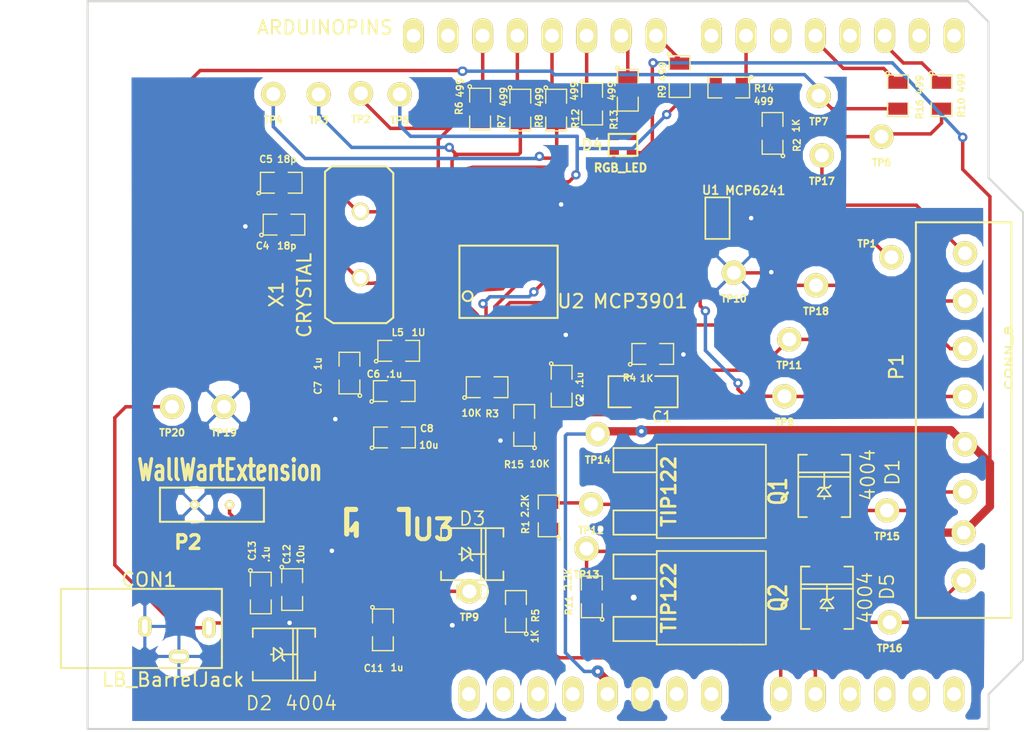
<source format=kicad_pcb>
(kicad_pcb (version 3) (host pcbnew "(2013-07-07 BZR 4022)-stable")

  (general
    (links 109)
    (no_connects 0)
    (area 144.330999 64.530999 219.919001 118.704)
    (thickness 1.6)
    (drawings 10)
    (tracks 478)
    (zones 0)
    (modules 62)
    (nets 40)
  )

  (page A3)
  (layers
    (15 F.Cu signal)
    (0 B.Cu signal hide)
    (16 B.Adhes user hide)
    (17 F.Adhes user)
    (18 B.Paste user hide)
    (19 F.Paste user hide)
    (20 B.SilkS user hide)
    (21 F.SilkS user)
    (22 B.Mask user hide)
    (23 F.Mask user hide)
    (24 Dwgs.User user hide)
    (25 Cmts.User user hide)
    (26 Eco1.User user)
    (27 Eco2.User user hide)
    (28 Edge.Cuts user)
  )

  (setup
    (last_trace_width 0.254)
    (trace_clearance 0.254)
    (zone_clearance 0.508)
    (zone_45_only no)
    (trace_min 0.254)
    (segment_width 0.2)
    (edge_width 0.1524)
    (via_size 0.6858)
    (via_drill 0.3302)
    (via_min_size 0.6858)
    (via_min_drill 0.3302)
    (uvia_size 0.02)
    (uvia_drill 0.013)
    (uvias_allowed no)
    (uvia_min_size 0.02)
    (uvia_min_drill 0.013)
    (pcb_text_width 0.3)
    (pcb_text_size 1.5 1.5)
    (mod_edge_width 0.15)
    (mod_text_size 1 1)
    (mod_text_width 0.15)
    (pad_size 0.75 0.45)
    (pad_drill 0)
    (pad_to_mask_clearance 0)
    (aux_axis_origin 0 0)
    (visible_elements 7FFFFFFF)
    (pcbplotparams
      (layerselection 284196865)
      (usegerberextensions true)
      (excludeedgelayer true)
      (linewidth 0.150000)
      (plotframeref false)
      (viasonmask false)
      (mode 1)
      (useauxorigin false)
      (hpglpennumber 1)
      (hpglpenspeed 20)
      (hpglpendiameter 15)
      (hpglpenoverlay 2)
      (psnegative false)
      (psa4output false)
      (plotreference true)
      (plotvalue false)
      (plotothertext true)
      (plotinvisibletext false)
      (padsonsilk false)
      (subtractmaskfromsilk false)
      (outputformat 1)
      (mirror false)
      (drillshape 0)
      (scaleselection 1)
      (outputdirectory "//psf/Home/Documents/Lettuce Buddy HW/HealthyPH/Kicad/Gerbers/Dev Rev 2/"))
  )

  (net 0 "")
  (net 1 /Arduino/MISO)
  (net 2 /Arduino/MOSI)
  (net 3 /Arduino/PumpUp)
  (net 4 /Arduino/SCLK)
  (net 5 /Arduino/V+_ARD)
  (net 6 /Arduino/~CS)
  (net 7 /Arduino/~DR)
  (net 8 /Arduino/~RESET)
  (net 9 "/Digital Access/MISO_ISO")
  (net 10 "/Digital Access/MOSI_ISO")
  (net 11 "/Digital Access/SCLK_ISO")
  (net 12 "/Digital Access/V+_WallWart")
  (net 13 "/Digital Access/pH_ADC+")
  (net 14 "/Digital Access/pH_ADC-")
  (net 15 "/Digital Access/~CS_ISO")
  (net 16 "/Digital Access/~DR")
  (net 17 "/Digital Access/~RESET")
  (net 18 /Pumps/DownPump)
  (net 19 /Pumps/SW_DownPump)
  (net 20 /Pumps/SW_UpPump)
  (net 21 "/Temperature/10K Therm")
  (net 22 /pH/pH_Probe_V)
  (net 23 AGND)
  (net 24 GND)
  (net 25 N-0000025)
  (net 26 N-0000026)
  (net 27 N-0000027)
  (net 28 N-0000028)
  (net 29 N-0000031)
  (net 30 N-0000032)
  (net 31 N-0000033)
  (net 32 N-0000034)
  (net 33 N-0000035)
  (net 34 N-0000036)
  (net 35 N-0000040)
  (net 36 N-0000042)
  (net 37 N-0000043)
  (net 38 N-0000044)
  (net 39 N-0000045)

  (net_class Default "This is the default net class."
    (clearance 0.254)
    (trace_width 0.254)
    (via_dia 0.6858)
    (via_drill 0.3302)
    (uvia_dia 0.02)
    (uvia_drill 0.013)
    (add_net "")
    (add_net /Arduino/MISO)
    (add_net /Arduino/MOSI)
    (add_net /Arduino/PumpUp)
    (add_net /Arduino/SCLK)
    (add_net /Arduino/V+_ARD)
    (add_net /Arduino/~CS)
    (add_net /Arduino/~DR)
    (add_net /Arduino/~RESET)
    (add_net "/Digital Access/MISO_ISO")
    (add_net "/Digital Access/MOSI_ISO")
    (add_net "/Digital Access/SCLK_ISO")
    (add_net "/Digital Access/V+_WallWart")
    (add_net "/Digital Access/pH_ADC+")
    (add_net "/Digital Access/pH_ADC-")
    (add_net "/Digital Access/~CS_ISO")
    (add_net "/Digital Access/~DR")
    (add_net "/Digital Access/~RESET")
    (add_net /Pumps/DownPump)
    (add_net /Pumps/SW_DownPump)
    (add_net /Pumps/SW_UpPump)
    (add_net "/Temperature/10K Therm")
    (add_net /pH/pH_Probe_V)
    (add_net AGND)
    (add_net N-0000025)
    (add_net N-0000026)
    (add_net N-0000027)
    (add_net N-0000028)
    (add_net N-0000031)
    (add_net N-0000032)
    (add_net N-0000033)
    (add_net N-0000034)
    (add_net N-0000035)
    (add_net N-0000036)
    (add_net N-0000040)
    (add_net N-0000042)
    (add_net N-0000043)
    (add_net N-0000044)
    (add_net N-0000045)
  )

  (net_class Power ""
    (clearance 0.254)
    (trace_width 0.6096)
    (via_dia 0.889)
    (via_drill 0.4318)
    (uvia_dia 0.02)
    (uvia_drill 0.013)
    (add_net GND)
  )

  (module ArduinoLettuceBuddy (layer F.Cu) (tedit 53F4DDD2) (tstamp 53F5D713)
    (at 151.01 118.2)
    (path /53DCD805/53E0F48C)
    (fp_text reference ARD1 (at 32.385 -25.4) (layer F.SilkS) hide
      (effects (font (size 1 1) (thickness 0.15)))
    )
    (fp_text value ARDUINOPINS (at 17.392 -51.398) (layer F.SilkS)
      (effects (font (size 1 1) (thickness 0.15)))
    )
    (fp_line (start 66.04 -51.816) (end 66.04 -40.386) (layer Eco1.User) (width 0.15))
    (fp_line (start 66.04 -51.816) (end 64.516 -53.34) (layer Eco1.User) (width 0.15))
    (fp_line (start 64.516 -53.34) (end 0 -53.34) (layer Eco1.User) (width 0.15))
    (fp_line (start 66.04 0) (end 0 0) (layer Eco1.User) (width 0.15))
    (fp_line (start 68.58 -37.846) (end 68.58 -5.08) (layer Eco1.User) (width 0.15))
    (fp_line (start 68.58 -5.08) (end 66.04 -2.54) (layer Eco1.User) (width 0.15))
    (fp_line (start 66.04 -2.54) (end 66.04 0) (layer Eco1.User) (width 0.15))
    (fp_line (start 66.04 -40.386) (end 68.58 -37.846) (layer Eco1.User) (width 0.15))
    (fp_line (start 0 -12.065) (end 11.43 -12.065) (layer Eco1.User) (width 0.15))
    (fp_line (start 11.43 -12.065) (end 11.43 -3.175) (layer Eco1.User) (width 0.15))
    (fp_line (start 11.43 -3.175) (end -0.127 -3.175) (layer Eco1.User) (width 0.15))
    (fp_line (start -1.905 -3.175) (end -1.905 -12.065) (layer Eco1.User) (width 0.15))
    (fp_line (start -1.905 -12.065) (end 0 -12.065) (layer Eco1.User) (width 0.15))
    (fp_line (start 0 -3.175) (end -1.905 -3.175) (layer Eco1.User) (width 0.15))
    (fp_line (start 0 -43.815) (end 9.525 -43.815) (layer Eco1.User) (width 0.15))
    (fp_line (start 9.525 -43.815) (end 9.525 -31.115) (layer Eco1.User) (width 0.15))
    (fp_line (start 9.525 -31.115) (end -0.127 -31.115) (layer Eco1.User) (width 0.15))
    (fp_line (start -6.35 -43.815) (end -6.35 -31.115) (layer Eco1.User) (width 0.15))
    (fp_line (start -6.35 -31.115) (end 0 -31.115) (layer Eco1.User) (width 0.15))
    (fp_line (start -6.35 -43.815) (end 0 -43.815) (layer Eco1.User) (width 0.15))
    (fp_line (start 0 -53.34) (end 0 0) (layer Eco1.User) (width 0.15))
    (pad 19 thru_hole oval (at 41.656 -50.8) (size 1.524 2.54) (drill 1.016)
      (layers *.Cu *.Mask F.SilkS)
      (net 6 /Arduino/~CS)
    )
    (pad 20 thru_hole oval (at 39.116 -50.8) (size 1.524 2.54) (drill 1.016)
      (layers *.Cu *.Mask F.SilkS)
      (net 38 N-0000044)
    )
    (pad 21 thru_hole oval (at 36.576 -50.8) (size 1.524 2.54) (drill 1.016)
      (layers *.Cu *.Mask F.SilkS)
      (net 36 N-0000042)
    )
    (pad 22 thru_hole oval (at 34.036 -50.8) (size 1.524 2.54) (drill 1.016)
      (layers *.Cu *.Mask F.SilkS)
      (net 2 /Arduino/MOSI)
    )
    (pad 23 thru_hole oval (at 31.496 -50.8) (size 1.524 2.54) (drill 1.016)
      (layers *.Cu *.Mask F.SilkS)
      (net 1 /Arduino/MISO)
    )
    (pad 24 thru_hole oval (at 28.956 -50.8) (size 1.524 2.54) (drill 1.016)
      (layers *.Cu *.Mask F.SilkS)
      (net 4 /Arduino/SCLK)
    )
    (pad 25 thru_hole oval (at 26.416 -50.8) (size 1.524 2.54) (drill 1.016)
      (layers *.Cu *.Mask F.SilkS)
    )
    (pad 26 thru_hole oval (at 23.876 -50.8) (size 1.524 2.54) (drill 1.016)
      (layers *.Cu *.Mask F.SilkS)
    )
    (pad 28 thru_hole oval (at 35.56 -2.54) (size 1.524 2.54) (drill 1.016)
      (layers *.Cu *.Mask F.SilkS)
    )
    (pad 27 thru_hole oval (at 33.02 -2.54) (size 1.524 2.54) (drill 1.016)
      (layers *.Cu *.Mask F.SilkS)
    )
    (pad 29 thru_hole oval (at 30.48 -2.54) (size 1.524 2.54) (drill 1.016)
      (layers *.Cu *.Mask F.SilkS)
    )
    (pad 30 thru_hole oval (at 27.94 -2.54) (size 1.524 2.54) (drill 1.016)
      (layers *.Cu *.Mask F.SilkS)
    )
    (pad 1 thru_hole oval (at 38.1 -2.54) (size 1.524 2.54) (drill 1.016)
      (layers *.Cu *.Mask F.SilkS)
      (net 5 /Arduino/V+_ARD)
    )
    (pad 2 thru_hole oval (at 40.64 -2.54) (size 1.524 2.54) (drill 1.016)
      (layers *.Cu *.Mask F.SilkS)
      (net 24 GND)
    )
    (pad 3 thru_hole oval (at 43.18 -2.54) (size 1.524 2.54) (drill 1.016)
      (layers *.Cu *.Mask F.SilkS)
    )
    (pad 4 thru_hole oval (at 45.72 -2.54) (size 1.524 2.54) (drill 1.016)
      (layers *.Cu *.Mask F.SilkS)
    )
    (pad 5 thru_hole oval (at 50.8 -2.54) (size 1.524 2.54) (drill 1.016)
      (layers *.Cu *.Mask F.SilkS)
      (net 18 /Pumps/DownPump)
    )
    (pad 6 thru_hole oval (at 53.34 -2.54) (size 1.524 2.54) (drill 1.016)
      (layers *.Cu *.Mask F.SilkS)
      (net 3 /Arduino/PumpUp)
    )
    (pad 7 thru_hole oval (at 55.88 -2.54) (size 1.524 2.54) (drill 1.016)
      (layers *.Cu *.Mask F.SilkS)
    )
    (pad 8 thru_hole oval (at 58.42 -2.54) (size 1.524 2.54) (drill 1.016)
      (layers *.Cu *.Mask F.SilkS)
    )
    (pad 9 thru_hole oval (at 60.96 -2.54) (size 1.524 2.54) (drill 1.016)
      (layers *.Cu *.Mask F.SilkS)
    )
    (pad 10 thru_hole oval (at 63.5 -2.54) (size 1.524 2.54) (drill 1.016)
      (layers *.Cu *.Mask F.SilkS)
    )
    (pad 11 thru_hole oval (at 63.5 -50.8) (size 1.524 2.54) (drill 1.016)
      (layers *.Cu *.Mask F.SilkS)
    )
    (pad 12 thru_hole oval (at 60.96 -50.8) (size 1.524 2.54) (drill 1.016)
      (layers *.Cu *.Mask F.SilkS)
    )
    (pad 13 thru_hole oval (at 58.42 -50.8) (size 1.524 2.54) (drill 1.016)
      (layers *.Cu *.Mask F.SilkS)
      (net 7 /Arduino/~DR)
    )
    (pad 14 thru_hole oval (at 55.88 -50.8) (size 1.524 2.54) (drill 1.016)
      (layers *.Cu *.Mask F.SilkS)
    )
    (pad 15 thru_hole oval (at 53.34 -50.8) (size 1.524 2.54) (drill 1.016)
      (layers *.Cu *.Mask F.SilkS)
      (net 8 /Arduino/~RESET)
    )
    (pad 16 thru_hole oval (at 50.8 -50.8) (size 1.524 2.54) (drill 1.016)
      (layers *.Cu *.Mask F.SilkS)
    )
    (pad 17 thru_hole oval (at 48.26 -50.8) (size 1.524 2.54) (drill 1.016)
      (layers *.Cu *.Mask F.SilkS)
      (net 35 N-0000040)
    )
    (pad 18 thru_hole oval (at 45.72 -50.8) (size 1.524 2.54) (drill 1.016)
      (layers *.Cu *.Mask F.SilkS)
    )
  )

  (module SM0805 (layer F.Cu) (tedit 53F4DB4B) (tstamp 53F5D5A5)
    (at 182.4 109.6 90)
    (path /53DB8BC1/540EDC27)
    (attr smd)
    (fp_text reference R5 (at -0.3 1.44 90) (layer F.SilkS)
      (effects (font (size 0.50038 0.50038) (thickness 0.10922)))
    )
    (fp_text value 1K (at -1.83 1.39 90) (layer F.SilkS)
      (effects (font (size 0.50038 0.50038) (thickness 0.10922)))
    )
    (fp_circle (center -1.651 0.762) (end -1.651 0.635) (layer F.SilkS) (width 0.09906))
    (fp_line (start -0.508 0.762) (end -1.524 0.762) (layer F.SilkS) (width 0.09906))
    (fp_line (start -1.524 0.762) (end -1.524 -0.762) (layer F.SilkS) (width 0.09906))
    (fp_line (start -1.524 -0.762) (end -0.508 -0.762) (layer F.SilkS) (width 0.09906))
    (fp_line (start 0.508 -0.762) (end 1.524 -0.762) (layer F.SilkS) (width 0.09906))
    (fp_line (start 1.524 -0.762) (end 1.524 0.762) (layer F.SilkS) (width 0.09906))
    (fp_line (start 1.524 0.762) (end 0.508 0.762) (layer F.SilkS) (width 0.09906))
    (pad 1 smd rect (at -0.9525 0 90) (size 0.889 1.397)
      (layers F.Cu F.Paste F.Mask)
      (net 23 AGND)
    )
    (pad 2 smd rect (at 0.9525 0 90) (size 0.889 1.397)
      (layers F.Cu F.Paste F.Mask)
      (net 31 N-0000033)
    )
    (model smd/chip_cms.wrl
      (at (xyz 0 0 0))
      (scale (xyz 0.1 0.1 0.1))
      (rotate (xyz 0 0 0))
    )
  )

  (module SM0805 (layer F.Cu) (tedit 54156ECA) (tstamp 53F5D597)
    (at 172.65 110.95 270)
    (path /53DB8BC1/53DB8C26)
    (attr smd)
    (fp_text reference C11 (at 2.8166 0.6666 360) (layer F.SilkS)
      (effects (font (size 0.50038 0.50038) (thickness 0.10922)))
    )
    (fp_text value 1u (at 2.7658 -1.0352 360) (layer F.SilkS)
      (effects (font (size 0.50038 0.50038) (thickness 0.10922)))
    )
    (fp_circle (center -1.651 0.762) (end -1.651 0.635) (layer F.SilkS) (width 0.09906))
    (fp_line (start -0.508 0.762) (end -1.524 0.762) (layer F.SilkS) (width 0.09906))
    (fp_line (start -1.524 0.762) (end -1.524 -0.762) (layer F.SilkS) (width 0.09906))
    (fp_line (start -1.524 -0.762) (end -0.508 -0.762) (layer F.SilkS) (width 0.09906))
    (fp_line (start 0.508 -0.762) (end 1.524 -0.762) (layer F.SilkS) (width 0.09906))
    (fp_line (start 1.524 -0.762) (end 1.524 0.762) (layer F.SilkS) (width 0.09906))
    (fp_line (start 1.524 0.762) (end 0.508 0.762) (layer F.SilkS) (width 0.09906))
    (pad 1 smd rect (at -0.9525 0 270) (size 0.889 1.397)
      (layers F.Cu F.Paste F.Mask)
      (net 32 N-0000034)
    )
    (pad 2 smd rect (at 0.9525 0 270) (size 0.889 1.397)
      (layers F.Cu F.Paste F.Mask)
      (net 23 AGND)
    )
    (model smd/chip_cms.wrl
      (at (xyz 0 0 0))
      (scale (xyz 0.1 0.1 0.1))
      (rotate (xyz 0 0 0))
    )
  )

  (module SM0805 (layer F.Cu) (tedit 53F4DDB3) (tstamp 53F5D589)
    (at 163.7 108.25 270)
    (path /53DB8BC1/53DB8C1F)
    (attr smd)
    (fp_text reference C13 (at -3.094 0.632 270) (layer F.SilkS)
      (effects (font (size 0.50038 0.50038) (thickness 0.10922)))
    )
    (fp_text value .1u (at -2.84 -0.384 270) (layer F.SilkS)
      (effects (font (size 0.50038 0.50038) (thickness 0.10922)))
    )
    (fp_circle (center -1.651 0.762) (end -1.651 0.635) (layer F.SilkS) (width 0.09906))
    (fp_line (start -0.508 0.762) (end -1.524 0.762) (layer F.SilkS) (width 0.09906))
    (fp_line (start -1.524 0.762) (end -1.524 -0.762) (layer F.SilkS) (width 0.09906))
    (fp_line (start -1.524 -0.762) (end -0.508 -0.762) (layer F.SilkS) (width 0.09906))
    (fp_line (start 0.508 -0.762) (end 1.524 -0.762) (layer F.SilkS) (width 0.09906))
    (fp_line (start 1.524 -0.762) (end 1.524 0.762) (layer F.SilkS) (width 0.09906))
    (fp_line (start 1.524 0.762) (end 0.508 0.762) (layer F.SilkS) (width 0.09906))
    (pad 1 smd rect (at -0.9525 0 270) (size 0.889 1.397)
      (layers F.Cu F.Paste F.Mask)
      (net 12 "/Digital Access/V+_WallWart")
    )
    (pad 2 smd rect (at 0.9525 0 270) (size 0.889 1.397)
      (layers F.Cu F.Paste F.Mask)
      (net 23 AGND)
    )
    (model smd/chip_cms.wrl
      (at (xyz 0 0 0))
      (scale (xyz 0.1 0.1 0.1))
      (rotate (xyz 0 0 0))
    )
  )

  (module SM0805 (layer F.Cu) (tedit 53F4DDA7) (tstamp 53F5D57B)
    (at 166 108 270)
    (path /53DB8BC1/53DB8C11)
    (attr smd)
    (fp_text reference C12 (at -2.59 0.392 270) (layer F.SilkS)
      (effects (font (size 0.50038 0.50038) (thickness 0.10922)))
    )
    (fp_text value 10u (at -2.59 -0.624 270) (layer F.SilkS)
      (effects (font (size 0.50038 0.50038) (thickness 0.10922)))
    )
    (fp_circle (center -1.651 0.762) (end -1.651 0.635) (layer F.SilkS) (width 0.09906))
    (fp_line (start -0.508 0.762) (end -1.524 0.762) (layer F.SilkS) (width 0.09906))
    (fp_line (start -1.524 0.762) (end -1.524 -0.762) (layer F.SilkS) (width 0.09906))
    (fp_line (start -1.524 -0.762) (end -0.508 -0.762) (layer F.SilkS) (width 0.09906))
    (fp_line (start 0.508 -0.762) (end 1.524 -0.762) (layer F.SilkS) (width 0.09906))
    (fp_line (start 1.524 -0.762) (end 1.524 0.762) (layer F.SilkS) (width 0.09906))
    (fp_line (start 1.524 0.762) (end 0.508 0.762) (layer F.SilkS) (width 0.09906))
    (pad 1 smd rect (at -0.9525 0 270) (size 0.889 1.397)
      (layers F.Cu F.Paste F.Mask)
      (net 12 "/Digital Access/V+_WallWart")
    )
    (pad 2 smd rect (at 0.9525 0 270) (size 0.889 1.397)
      (layers F.Cu F.Paste F.Mask)
      (net 23 AGND)
    )
    (model smd/chip_cms.wrl
      (at (xyz 0 0 0))
      (scale (xyz 0.1 0.1 0.1))
      (rotate (xyz 0 0 0))
    )
  )

  (module SM0805 (layer F.Cu) (tedit 53F4DC5A) (tstamp 53F5D56D)
    (at 192.4304 90.7288)
    (path /53C9635B/53D7D158)
    (attr smd)
    (fp_text reference R4 (at -1.71 1.755) (layer F.SilkS)
      (effects (font (size 0.50038 0.50038) (thickness 0.10922)))
    )
    (fp_text value 1K (at -0.45 1.795) (layer F.SilkS)
      (effects (font (size 0.50038 0.50038) (thickness 0.10922)))
    )
    (fp_circle (center -1.651 0.762) (end -1.651 0.635) (layer F.SilkS) (width 0.09906))
    (fp_line (start -0.508 0.762) (end -1.524 0.762) (layer F.SilkS) (width 0.09906))
    (fp_line (start -1.524 0.762) (end -1.524 -0.762) (layer F.SilkS) (width 0.09906))
    (fp_line (start -1.524 -0.762) (end -0.508 -0.762) (layer F.SilkS) (width 0.09906))
    (fp_line (start 0.508 -0.762) (end 1.524 -0.762) (layer F.SilkS) (width 0.09906))
    (fp_line (start 1.524 -0.762) (end 1.524 0.762) (layer F.SilkS) (width 0.09906))
    (fp_line (start 1.524 0.762) (end 0.508 0.762) (layer F.SilkS) (width 0.09906))
    (pad 1 smd rect (at -0.9525 0) (size 0.889 1.397)
      (layers F.Cu F.Paste F.Mask)
      (net 14 "/Digital Access/pH_ADC-")
    )
    (pad 2 smd rect (at 0.9525 0) (size 0.889 1.397)
      (layers F.Cu F.Paste F.Mask)
      (net 23 AGND)
    )
    (model smd/chip_cms.wrl
      (at (xyz 0 0 0))
      (scale (xyz 0.1 0.1 0.1))
      (rotate (xyz 0 0 0))
    )
  )

  (module SM0805 (layer F.Cu) (tedit 54156EE1) (tstamp 5413206E)
    (at 180.2892 93.1672)
    (path /53C9635B/53F37946)
    (attr smd)
    (fp_text reference R3 (at 0.3683 1.9431) (layer F.SilkS)
      (effects (font (size 0.50038 0.50038) (thickness 0.10922)))
    )
    (fp_text value 10K (at -1.143 1.8923) (layer F.SilkS)
      (effects (font (size 0.50038 0.50038) (thickness 0.10922)))
    )
    (fp_circle (center -1.651 0.762) (end -1.651 0.635) (layer F.SilkS) (width 0.09906))
    (fp_line (start -0.508 0.762) (end -1.524 0.762) (layer F.SilkS) (width 0.09906))
    (fp_line (start -1.524 0.762) (end -1.524 -0.762) (layer F.SilkS) (width 0.09906))
    (fp_line (start -1.524 -0.762) (end -0.508 -0.762) (layer F.SilkS) (width 0.09906))
    (fp_line (start 0.508 -0.762) (end 1.524 -0.762) (layer F.SilkS) (width 0.09906))
    (fp_line (start 1.524 -0.762) (end 1.524 0.762) (layer F.SilkS) (width 0.09906))
    (fp_line (start 1.524 0.762) (end 0.508 0.762) (layer F.SilkS) (width 0.09906))
    (pad 1 smd rect (at -0.9525 0) (size 0.889 1.397)
      (layers F.Cu F.Paste F.Mask)
      (net 12 "/Digital Access/V+_WallWart")
    )
    (pad 2 smd rect (at 0.9525 0) (size 0.889 1.397)
      (layers F.Cu F.Paste F.Mask)
      (net 14 "/Digital Access/pH_ADC-")
    )
    (model smd/chip_cms.wrl
      (at (xyz 0 0 0))
      (scale (xyz 0.1 0.1 0.1))
      (rotate (xyz 0 0 0))
    )
  )

  (module SM0805 (layer F.Cu) (tedit 53F4DA3F) (tstamp 53F5D551)
    (at 201.21 74.56 90)
    (path /53CA7F21/53DB6B94)
    (attr smd)
    (fp_text reference R2 (at -0.86 1.8 90) (layer F.SilkS)
      (effects (font (size 0.50038 0.50038) (thickness 0.10922)))
    )
    (fp_text value 1K (at 0.57 1.73 90) (layer F.SilkS)
      (effects (font (size 0.50038 0.50038) (thickness 0.10922)))
    )
    (fp_circle (center -1.651 0.762) (end -1.651 0.635) (layer F.SilkS) (width 0.09906))
    (fp_line (start -0.508 0.762) (end -1.524 0.762) (layer F.SilkS) (width 0.09906))
    (fp_line (start -1.524 0.762) (end -1.524 -0.762) (layer F.SilkS) (width 0.09906))
    (fp_line (start -1.524 -0.762) (end -0.508 -0.762) (layer F.SilkS) (width 0.09906))
    (fp_line (start 0.508 -0.762) (end 1.524 -0.762) (layer F.SilkS) (width 0.09906))
    (fp_line (start 1.524 -0.762) (end 1.524 0.762) (layer F.SilkS) (width 0.09906))
    (fp_line (start 1.524 0.762) (end 0.508 0.762) (layer F.SilkS) (width 0.09906))
    (pad 1 smd rect (at -0.9525 0 90) (size 0.889 1.397)
      (layers F.Cu F.Paste F.Mask)
      (net 28 N-0000028)
    )
    (pad 2 smd rect (at 0.9525 0 90) (size 0.889 1.397)
      (layers F.Cu F.Paste F.Mask)
      (net 16 "/Digital Access/~DR")
    )
    (model smd/chip_cms.wrl
      (at (xyz 0 0 0))
      (scale (xyz 0.1 0.1 0.1))
      (rotate (xyz 0 0 0))
    )
  )

  (module SM0805 (layer F.Cu) (tedit 53F4DAF8) (tstamp 53F5D543)
    (at 185.7502 93.091 270)
    (path /53CA7F21/53E3E770)
    (attr smd)
    (fp_text reference C2 (at 1.04 -1.35 270) (layer F.SilkS)
      (effects (font (size 0.50038 0.50038) (thickness 0.10922)))
    )
    (fp_text value .1u (at -0.46 -1.32 270) (layer F.SilkS)
      (effects (font (size 0.50038 0.50038) (thickness 0.10922)))
    )
    (fp_circle (center -1.651 0.762) (end -1.651 0.635) (layer F.SilkS) (width 0.09906))
    (fp_line (start -0.508 0.762) (end -1.524 0.762) (layer F.SilkS) (width 0.09906))
    (fp_line (start -1.524 0.762) (end -1.524 -0.762) (layer F.SilkS) (width 0.09906))
    (fp_line (start -1.524 -0.762) (end -0.508 -0.762) (layer F.SilkS) (width 0.09906))
    (fp_line (start 0.508 -0.762) (end 1.524 -0.762) (layer F.SilkS) (width 0.09906))
    (fp_line (start 1.524 -0.762) (end 1.524 0.762) (layer F.SilkS) (width 0.09906))
    (fp_line (start 1.524 0.762) (end 0.508 0.762) (layer F.SilkS) (width 0.09906))
    (pad 1 smd rect (at -0.9525 0 270) (size 0.889 1.397)
      (layers F.Cu F.Paste F.Mask)
      (net 27 N-0000027)
    )
    (pad 2 smd rect (at 0.9525 0 270) (size 0.889 1.397)
      (layers F.Cu F.Paste F.Mask)
      (net 23 AGND)
    )
    (model smd/chip_cms.wrl
      (at (xyz 0 0 0))
      (scale (xyz 0.1 0.1 0.1))
      (rotate (xyz 0 0 0))
    )
  )

  (module SM0805 (layer F.Cu) (tedit 53F4DE2D) (tstamp 53F5D535)
    (at 173.48 93.45)
    (path /53CA7F21/53CE351B)
    (attr smd)
    (fp_text reference C6 (at -1.522 -1.248) (layer F.SilkS)
      (effects (font (size 0.50038 0.50038) (thickness 0.10922)))
    )
    (fp_text value .1u (at 0.002 -1.248) (layer F.SilkS)
      (effects (font (size 0.50038 0.50038) (thickness 0.10922)))
    )
    (fp_circle (center -1.651 0.762) (end -1.651 0.635) (layer F.SilkS) (width 0.09906))
    (fp_line (start -0.508 0.762) (end -1.524 0.762) (layer F.SilkS) (width 0.09906))
    (fp_line (start -1.524 0.762) (end -1.524 -0.762) (layer F.SilkS) (width 0.09906))
    (fp_line (start -1.524 -0.762) (end -0.508 -0.762) (layer F.SilkS) (width 0.09906))
    (fp_line (start 0.508 -0.762) (end 1.524 -0.762) (layer F.SilkS) (width 0.09906))
    (fp_line (start 1.524 -0.762) (end 1.524 0.762) (layer F.SilkS) (width 0.09906))
    (fp_line (start 1.524 0.762) (end 0.508 0.762) (layer F.SilkS) (width 0.09906))
    (pad 1 smd rect (at -0.9525 0) (size 0.889 1.397)
      (layers F.Cu F.Paste F.Mask)
      (net 23 AGND)
    )
    (pad 2 smd rect (at 0.9525 0) (size 0.889 1.397)
      (layers F.Cu F.Paste F.Mask)
      (net 12 "/Digital Access/V+_WallWart")
    )
    (model smd/chip_cms.wrl
      (at (xyz 0 0 0))
      (scale (xyz 0.1 0.1 0.1))
      (rotate (xyz 0 0 0))
    )
  )

  (module SM0805 (layer F.Cu) (tedit 53F4DB25) (tstamp 53F5D527)
    (at 184.8 102.6 90)
    (path /53C2998C/53CBD483)
    (attr smd)
    (fp_text reference R1 (at -0.835 -1.695 90) (layer F.SilkS)
      (effects (font (size 0.50038 0.50038) (thickness 0.10922)))
    )
    (fp_text value 2.2K (at 0.735 -1.725 90) (layer F.SilkS)
      (effects (font (size 0.50038 0.50038) (thickness 0.10922)))
    )
    (fp_circle (center -1.651 0.762) (end -1.651 0.635) (layer F.SilkS) (width 0.09906))
    (fp_line (start -0.508 0.762) (end -1.524 0.762) (layer F.SilkS) (width 0.09906))
    (fp_line (start -1.524 0.762) (end -1.524 -0.762) (layer F.SilkS) (width 0.09906))
    (fp_line (start -1.524 -0.762) (end -0.508 -0.762) (layer F.SilkS) (width 0.09906))
    (fp_line (start 0.508 -0.762) (end 1.524 -0.762) (layer F.SilkS) (width 0.09906))
    (fp_line (start 1.524 -0.762) (end 1.524 0.762) (layer F.SilkS) (width 0.09906))
    (fp_line (start 1.524 0.762) (end 0.508 0.762) (layer F.SilkS) (width 0.09906))
    (pad 1 smd rect (at -0.9525 0 90) (size 0.889 1.397)
      (layers F.Cu F.Paste F.Mask)
      (net 18 /Pumps/DownPump)
    )
    (pad 2 smd rect (at 0.9525 0 90) (size 0.889 1.397)
      (layers F.Cu F.Paste F.Mask)
      (net 26 N-0000026)
    )
    (model smd/chip_cms.wrl
      (at (xyz 0 0 0))
      (scale (xyz 0.1 0.1 0.1))
      (rotate (xyz 0 0 0))
    )
  )

  (module SM0805 (layer F.Cu) (tedit 53F4DAD9) (tstamp 53F5D5B3)
    (at 173.5 96.85)
    (path /53CA7F21/5257A6DE)
    (attr smd)
    (fp_text reference C8 (at 2.37 -0.66) (layer F.SilkS)
      (effects (font (size 0.50038 0.50038) (thickness 0.10922)))
    )
    (fp_text value 10u (at 2.52 0.56) (layer F.SilkS)
      (effects (font (size 0.50038 0.50038) (thickness 0.10922)))
    )
    (fp_circle (center -1.651 0.762) (end -1.651 0.635) (layer F.SilkS) (width 0.09906))
    (fp_line (start -0.508 0.762) (end -1.524 0.762) (layer F.SilkS) (width 0.09906))
    (fp_line (start -1.524 0.762) (end -1.524 -0.762) (layer F.SilkS) (width 0.09906))
    (fp_line (start -1.524 -0.762) (end -0.508 -0.762) (layer F.SilkS) (width 0.09906))
    (fp_line (start 0.508 -0.762) (end 1.524 -0.762) (layer F.SilkS) (width 0.09906))
    (fp_line (start 1.524 -0.762) (end 1.524 0.762) (layer F.SilkS) (width 0.09906))
    (fp_line (start 1.524 0.762) (end 0.508 0.762) (layer F.SilkS) (width 0.09906))
    (pad 1 smd rect (at -0.9525 0) (size 0.889 1.397)
      (layers F.Cu F.Paste F.Mask)
      (net 23 AGND)
    )
    (pad 2 smd rect (at 0.9525 0) (size 0.889 1.397)
      (layers F.Cu F.Paste F.Mask)
      (net 12 "/Digital Access/V+_WallWart")
    )
    (model smd/chip_cms.wrl
      (at (xyz 0 0 0))
      (scale (xyz 0.1 0.1 0.1))
      (rotate (xyz 0 0 0))
    )
  )

  (module SM0805 (layer F.Cu) (tedit 53F4DE79) (tstamp 53F5D50B)
    (at 170.2 92.13 90)
    (path /53CA7F21/5257A886)
    (attr smd)
    (fp_text reference C7 (at -1.088 -2.306 90) (layer F.SilkS)
      (effects (font (size 0.50038 0.50038) (thickness 0.10922)))
    )
    (fp_text value 1u (at 0.69 -2.306 90) (layer F.SilkS)
      (effects (font (size 0.50038 0.50038) (thickness 0.10922)))
    )
    (fp_circle (center -1.651 0.762) (end -1.651 0.635) (layer F.SilkS) (width 0.09906))
    (fp_line (start -0.508 0.762) (end -1.524 0.762) (layer F.SilkS) (width 0.09906))
    (fp_line (start -1.524 0.762) (end -1.524 -0.762) (layer F.SilkS) (width 0.09906))
    (fp_line (start -1.524 -0.762) (end -0.508 -0.762) (layer F.SilkS) (width 0.09906))
    (fp_line (start 0.508 -0.762) (end 1.524 -0.762) (layer F.SilkS) (width 0.09906))
    (fp_line (start 1.524 -0.762) (end 1.524 0.762) (layer F.SilkS) (width 0.09906))
    (fp_line (start 1.524 0.762) (end 0.508 0.762) (layer F.SilkS) (width 0.09906))
    (pad 1 smd rect (at -0.9525 0 90) (size 0.889 1.397)
      (layers F.Cu F.Paste F.Mask)
      (net 23 AGND)
    )
    (pad 2 smd rect (at 0.9525 0 90) (size 0.889 1.397)
      (layers F.Cu F.Paste F.Mask)
      (net 28 N-0000028)
    )
    (model smd/chip_cms.wrl
      (at (xyz 0 0 0))
      (scale (xyz 0.1 0.1 0.1))
      (rotate (xyz 0 0 0))
    )
  )

  (module SM0805 (layer F.Cu) (tedit 53F4DE3B) (tstamp 53F5D4FD)
    (at 173.81 90.5)
    (path /53CA7F21/528976A6)
    (attr smd)
    (fp_text reference L5 (at -0.074 -1.346) (layer F.SilkS)
      (effects (font (size 0.50038 0.50038) (thickness 0.10922)))
    )
    (fp_text value 1U (at 1.45 -1.346) (layer F.SilkS)
      (effects (font (size 0.50038 0.50038) (thickness 0.10922)))
    )
    (fp_circle (center -1.651 0.762) (end -1.651 0.635) (layer F.SilkS) (width 0.09906))
    (fp_line (start -0.508 0.762) (end -1.524 0.762) (layer F.SilkS) (width 0.09906))
    (fp_line (start -1.524 0.762) (end -1.524 -0.762) (layer F.SilkS) (width 0.09906))
    (fp_line (start -1.524 -0.762) (end -0.508 -0.762) (layer F.SilkS) (width 0.09906))
    (fp_line (start 0.508 -0.762) (end 1.524 -0.762) (layer F.SilkS) (width 0.09906))
    (fp_line (start 1.524 -0.762) (end 1.524 0.762) (layer F.SilkS) (width 0.09906))
    (fp_line (start 1.524 0.762) (end 0.508 0.762) (layer F.SilkS) (width 0.09906))
    (pad 1 smd rect (at -0.9525 0) (size 0.889 1.397)
      (layers F.Cu F.Paste F.Mask)
      (net 28 N-0000028)
    )
    (pad 2 smd rect (at 0.9525 0) (size 0.889 1.397)
      (layers F.Cu F.Paste F.Mask)
      (net 12 "/Digital Access/V+_WallWart")
    )
    (model smd/chip_cms.wrl
      (at (xyz 0 0 0))
      (scale (xyz 0.1 0.1 0.1))
      (rotate (xyz 0 0 0))
    )
  )

  (module SM0805 (layer F.Cu) (tedit 53F4DEBA) (tstamp 53F5D4EF)
    (at 165.2 78.18)
    (path /53CA7F21/53CAF6B6)
    (attr smd)
    (fp_text reference C5 (at -1.116 -1.726) (layer F.SilkS)
      (effects (font (size 0.50038 0.50038) (thickness 0.10922)))
    )
    (fp_text value 18p (at 0.408 -1.726) (layer F.SilkS)
      (effects (font (size 0.50038 0.50038) (thickness 0.10922)))
    )
    (fp_circle (center -1.651 0.762) (end -1.651 0.635) (layer F.SilkS) (width 0.09906))
    (fp_line (start -0.508 0.762) (end -1.524 0.762) (layer F.SilkS) (width 0.09906))
    (fp_line (start -1.524 0.762) (end -1.524 -0.762) (layer F.SilkS) (width 0.09906))
    (fp_line (start -1.524 -0.762) (end -0.508 -0.762) (layer F.SilkS) (width 0.09906))
    (fp_line (start 0.508 -0.762) (end 1.524 -0.762) (layer F.SilkS) (width 0.09906))
    (fp_line (start 1.524 -0.762) (end 1.524 0.762) (layer F.SilkS) (width 0.09906))
    (fp_line (start 1.524 0.762) (end 0.508 0.762) (layer F.SilkS) (width 0.09906))
    (pad 1 smd rect (at -0.9525 0) (size 0.889 1.397)
      (layers F.Cu F.Paste F.Mask)
      (net 23 AGND)
    )
    (pad 2 smd rect (at 0.9525 0) (size 0.889 1.397)
      (layers F.Cu F.Paste F.Mask)
      (net 30 N-0000032)
    )
    (model smd/chip_cms.wrl
      (at (xyz 0 0 0))
      (scale (xyz 0.1 0.1 0.1))
      (rotate (xyz 0 0 0))
    )
  )

  (module SM0805 (layer F.Cu) (tedit 53F4DD5E) (tstamp 53F5D4E1)
    (at 165.4 81.25)
    (path /53CA7F21/53CAF6C5)
    (attr smd)
    (fp_text reference C4 (at -1.57 1.554) (layer F.SilkS)
      (effects (font (size 0.50038 0.50038) (thickness 0.10922)))
    )
    (fp_text value 18p (at 0.208 1.554) (layer F.SilkS)
      (effects (font (size 0.50038 0.50038) (thickness 0.10922)))
    )
    (fp_circle (center -1.651 0.762) (end -1.651 0.635) (layer F.SilkS) (width 0.09906))
    (fp_line (start -0.508 0.762) (end -1.524 0.762) (layer F.SilkS) (width 0.09906))
    (fp_line (start -1.524 0.762) (end -1.524 -0.762) (layer F.SilkS) (width 0.09906))
    (fp_line (start -1.524 -0.762) (end -0.508 -0.762) (layer F.SilkS) (width 0.09906))
    (fp_line (start 0.508 -0.762) (end 1.524 -0.762) (layer F.SilkS) (width 0.09906))
    (fp_line (start 1.524 -0.762) (end 1.524 0.762) (layer F.SilkS) (width 0.09906))
    (fp_line (start 1.524 0.762) (end 0.508 0.762) (layer F.SilkS) (width 0.09906))
    (pad 1 smd rect (at -0.9525 0) (size 0.889 1.397)
      (layers F.Cu F.Paste F.Mask)
      (net 23 AGND)
    )
    (pad 2 smd rect (at 0.9525 0) (size 0.889 1.397)
      (layers F.Cu F.Paste F.Mask)
      (net 29 N-0000031)
    )
    (model smd/chip_cms.wrl
      (at (xyz 0 0 0))
      (scale (xyz 0.1 0.1 0.1))
      (rotate (xyz 0 0 0))
    )
  )

  (module "DO-214AC(SMA)" (layer F.Cu) (tedit 53F4DE54) (tstamp 53F5D63B)
    (at 165.4 112.75)
    (descr "DO-214AC (SMA)  PACKAGE.")
    (tags "DO-214AC SMA")
    (path /53DB8BC1/53DBBCE6)
    (attr smd)
    (fp_text reference D2 (at -1.824 3.582) (layer F.SilkS)
      (effects (font (size 1.00076 1.00076) (thickness 0.11938)))
    )
    (fp_text value 4004 (at 1.986 3.582) (layer F.SilkS)
      (effects (font (size 1.00076 1.00076) (thickness 0.11938)))
    )
    (fp_line (start -0.762 0) (end -0.9652 0) (layer F.SilkS) (width 0.127))
    (fp_line (start -2.286 -1.905) (end 2.286 -1.905) (layer F.SilkS) (width 0.127))
    (fp_line (start 2.286 -1.905) (end 2.286 -1.27) (layer F.SilkS) (width 0.127))
    (fp_line (start 0.6604 1.905) (end 0.6604 -1.905) (layer F.SilkS) (width 0.127))
    (fp_line (start 0.9906 1.905) (end 0.9906 -1.905) (layer F.SilkS) (width 0.127))
    (fp_line (start -2.286 1.27) (end -2.286 1.905) (layer F.SilkS) (width 0.127))
    (fp_line (start -2.286 1.905) (end 2.286 1.905) (layer F.SilkS) (width 0.127))
    (fp_line (start 2.286 1.905) (end 2.286 1.27) (layer F.SilkS) (width 0.127))
    (fp_line (start -2.286 -1.27) (end -2.286 -1.905) (layer F.SilkS) (width 0.127))
    (fp_line (start -0.127 0) (end -0.762 -0.47498) (layer F.SilkS) (width 0.127))
    (fp_line (start -0.762 -0.47498) (end -0.762 0) (layer F.SilkS) (width 0.127))
    (fp_line (start -0.762 0) (end -0.762 0.47498) (layer F.SilkS) (width 0.127))
    (fp_line (start -0.762 0.47498) (end -0.127 0) (layer F.SilkS) (width 0.127))
    (fp_line (start -0.127 0) (end -0.127 -0.3175) (layer F.SilkS) (width 0.127))
    (fp_line (start -0.127 -0.3175) (end -0.28448 -0.47498) (layer F.SilkS) (width 0.127))
    (fp_line (start -0.127 0) (end -0.127 0.3175) (layer F.SilkS) (width 0.127))
    (fp_line (start -0.127 0.3175) (end 0.03048 0.47498) (layer F.SilkS) (width 0.127))
    (fp_line (start -0.127 0) (end 0.98298 0) (layer F.SilkS) (width 0.127))
    (pad 1 smd rect (at -1.89992 0) (size 1.6002 2.19964)
      (layers F.Cu F.Paste F.Mask)
      (net 33 N-0000035)
    )
    (pad 2 smd rect (at 1.89992 0) (size 1.6002 2.19964)
      (layers F.Cu F.Paste F.Mask)
      (net 32 N-0000034)
    )
    (model smd/do214.wrl
      (at (xyz 0 0 0))
      (scale (xyz 0.95 0.95 0.95))
      (rotate (xyz 0 0 0))
    )
  )

  (module SM1206 (layer F.Cu) (tedit 53F4DAEB) (tstamp 53F5D5FE)
    (at 191.7192 93.4974)
    (path /53CA7F21/53E3E761)
    (attr smd)
    (fp_text reference C1 (at 1.4 1.83) (layer F.SilkS)
      (effects (font (size 0.762 0.762) (thickness 0.127)))
    )
    (fp_text value 10u (at -1.19 1.9) (layer F.SilkS) hide
      (effects (font (size 0.762 0.762) (thickness 0.127)))
    )
    (fp_line (start -2.54 -1.143) (end -2.54 1.143) (layer F.SilkS) (width 0.127))
    (fp_line (start -2.54 1.143) (end -0.889 1.143) (layer F.SilkS) (width 0.127))
    (fp_line (start 0.889 -1.143) (end 2.54 -1.143) (layer F.SilkS) (width 0.127))
    (fp_line (start 2.54 -1.143) (end 2.54 1.143) (layer F.SilkS) (width 0.127))
    (fp_line (start 2.54 1.143) (end 0.889 1.143) (layer F.SilkS) (width 0.127))
    (fp_line (start -0.889 -1.143) (end -2.54 -1.143) (layer F.SilkS) (width 0.127))
    (pad 1 smd rect (at -1.651 0) (size 1.524 2.032)
      (layers F.Cu F.Paste F.Mask)
      (net 27 N-0000027)
    )
    (pad 2 smd rect (at 1.651 0) (size 1.524 2.032)
      (layers F.Cu F.Paste F.Mask)
      (net 23 AGND)
    )
    (model smd/chip_cms.wrl
      (at (xyz 0 0 0))
      (scale (xyz 0.17 0.16 0.16))
      (rotate (xyz 0 0 0))
    )
  )

  (module SM0805 (layer F.Cu) (tedit 5414AA2F) (tstamp 53F5D4B7)
    (at 179.775 72.78 270)
    (path /53E4B553)
    (attr smd)
    (fp_text reference R6 (at -0.0598 1.5432 270) (layer F.SilkS)
      (effects (font (size 0.50038 0.50038) (thickness 0.10922)))
    )
    (fp_text value 499 (at -1.5584 1.467 270) (layer F.SilkS)
      (effects (font (size 0.50038 0.50038) (thickness 0.10922)))
    )
    (fp_circle (center -1.651 0.762) (end -1.651 0.635) (layer F.SilkS) (width 0.09906))
    (fp_line (start -0.508 0.762) (end -1.524 0.762) (layer F.SilkS) (width 0.09906))
    (fp_line (start -1.524 0.762) (end -1.524 -0.762) (layer F.SilkS) (width 0.09906))
    (fp_line (start -1.524 -0.762) (end -0.508 -0.762) (layer F.SilkS) (width 0.09906))
    (fp_line (start 0.508 -0.762) (end 1.524 -0.762) (layer F.SilkS) (width 0.09906))
    (fp_line (start 1.524 -0.762) (end 1.524 0.762) (layer F.SilkS) (width 0.09906))
    (fp_line (start 1.524 0.762) (end 0.508 0.762) (layer F.SilkS) (width 0.09906))
    (pad 1 smd rect (at -0.9525 0 270) (size 0.889 1.397)
      (layers F.Cu F.Paste F.Mask)
      (net 4 /Arduino/SCLK)
    )
    (pad 2 smd rect (at 0.9525 0 270) (size 0.889 1.397)
      (layers F.Cu F.Paste F.Mask)
      (net 11 "/Digital Access/SCLK_ISO")
    )
    (model smd/chip_cms.wrl
      (at (xyz 0 0 0))
      (scale (xyz 0.1 0.1 0.1))
      (rotate (xyz 0 0 0))
    )
  )

  (module SM0805 (layer F.Cu) (tedit 5414AA67) (tstamp 53F5D49B)
    (at 185.35 72.855 270)
    (path /53E4B566)
    (attr smd)
    (fp_text reference R8 (at 0.805 1.2508 270) (layer F.SilkS)
      (effects (font (size 0.50038 0.50038) (thickness 0.10922)))
    )
    (fp_text value 499 (at -0.9476 1.2254 270) (layer F.SilkS)
      (effects (font (size 0.50038 0.50038) (thickness 0.10922)))
    )
    (fp_circle (center -1.651 0.762) (end -1.651 0.635) (layer F.SilkS) (width 0.09906))
    (fp_line (start -0.508 0.762) (end -1.524 0.762) (layer F.SilkS) (width 0.09906))
    (fp_line (start -1.524 0.762) (end -1.524 -0.762) (layer F.SilkS) (width 0.09906))
    (fp_line (start -1.524 -0.762) (end -0.508 -0.762) (layer F.SilkS) (width 0.09906))
    (fp_line (start 0.508 -0.762) (end 1.524 -0.762) (layer F.SilkS) (width 0.09906))
    (fp_line (start 1.524 -0.762) (end 1.524 0.762) (layer F.SilkS) (width 0.09906))
    (fp_line (start 1.524 0.762) (end 0.508 0.762) (layer F.SilkS) (width 0.09906))
    (pad 1 smd rect (at -0.9525 0 270) (size 0.889 1.397)
      (layers F.Cu F.Paste F.Mask)
      (net 2 /Arduino/MOSI)
    )
    (pad 2 smd rect (at 0.9525 0 270) (size 0.889 1.397)
      (layers F.Cu F.Paste F.Mask)
      (net 10 "/Digital Access/MOSI_ISO")
    )
    (model smd/chip_cms.wrl
      (at (xyz 0 0 0))
      (scale (xyz 0.1 0.1 0.1))
      (rotate (xyz 0 0 0))
    )
  )

  (module SM0805 (layer F.Cu) (tedit 5414AAA4) (tstamp 53F5D48D)
    (at 194.4 70.4 270)
    (path /53E4B56C)
    (attr smd)
    (fp_text reference R9 (at 1.101 1.2838 270) (layer F.SilkS)
      (effects (font (size 0.50038 0.50038) (thickness 0.10922)))
    )
    (fp_text value 499 (at -0.3722 1.233 270) (layer F.SilkS)
      (effects (font (size 0.50038 0.50038) (thickness 0.10922)))
    )
    (fp_circle (center -1.651 0.762) (end -1.651 0.635) (layer F.SilkS) (width 0.09906))
    (fp_line (start -0.508 0.762) (end -1.524 0.762) (layer F.SilkS) (width 0.09906))
    (fp_line (start -1.524 0.762) (end -1.524 -0.762) (layer F.SilkS) (width 0.09906))
    (fp_line (start -1.524 -0.762) (end -0.508 -0.762) (layer F.SilkS) (width 0.09906))
    (fp_line (start 0.508 -0.762) (end 1.524 -0.762) (layer F.SilkS) (width 0.09906))
    (fp_line (start 1.524 -0.762) (end 1.524 0.762) (layer F.SilkS) (width 0.09906))
    (fp_line (start 1.524 0.762) (end 0.508 0.762) (layer F.SilkS) (width 0.09906))
    (pad 1 smd rect (at -0.9525 0 270) (size 0.889 1.397)
      (layers F.Cu F.Paste F.Mask)
      (net 6 /Arduino/~CS)
    )
    (pad 2 smd rect (at 0.9525 0 270) (size 0.889 1.397)
      (layers F.Cu F.Paste F.Mask)
      (net 15 "/Digital Access/~CS_ISO")
    )
    (model smd/chip_cms.wrl
      (at (xyz 0 0 0))
      (scale (xyz 0.1 0.1 0.1))
      (rotate (xyz 0 0 0))
    )
  )

  (module SM0805 (layer F.Cu) (tedit 54135134) (tstamp 53F5D519)
    (at 213.6 71.8 270)
    (path /53E4B572)
    (attr smd)
    (fp_text reference R10 (at 0.875 -1.45 270) (layer F.SilkS)
      (effects (font (size 0.50038 0.50038) (thickness 0.10922)))
    )
    (fp_text value 499 (at -0.925 -1.45 270) (layer F.SilkS)
      (effects (font (size 0.50038 0.50038) (thickness 0.10922)))
    )
    (fp_circle (center -1.651 0.762) (end -1.651 0.635) (layer F.SilkS) (width 0.09906))
    (fp_line (start -0.508 0.762) (end -1.524 0.762) (layer F.SilkS) (width 0.09906))
    (fp_line (start -1.524 0.762) (end -1.524 -0.762) (layer F.SilkS) (width 0.09906))
    (fp_line (start -1.524 -0.762) (end -0.508 -0.762) (layer F.SilkS) (width 0.09906))
    (fp_line (start 0.508 -0.762) (end 1.524 -0.762) (layer F.SilkS) (width 0.09906))
    (fp_line (start 1.524 -0.762) (end 1.524 0.762) (layer F.SilkS) (width 0.09906))
    (fp_line (start 1.524 0.762) (end 0.508 0.762) (layer F.SilkS) (width 0.09906))
    (pad 1 smd rect (at -0.9525 0 270) (size 0.889 1.397)
      (layers F.Cu F.Paste F.Mask)
      (net 7 /Arduino/~DR)
    )
    (pad 2 smd rect (at 0.9525 0 270) (size 0.889 1.397)
      (layers F.Cu F.Paste F.Mask)
      (net 16 "/Digital Access/~DR")
    )
    (model smd/chip_cms.wrl
      (at (xyz 0 0 0))
      (scale (xyz 0.1 0.1 0.1))
      (rotate (xyz 0 0 0))
    )
  )

  (module LB_MCP3901 (layer F.Cu) (tedit 53F4DD70) (tstamp 53F5D6A4)
    (at 178.21 82.84)
    (path /53CA7F21/52578016)
    (fp_text reference U2 (at 8.226 4.028) (layer F.SilkS)
      (effects (font (size 1 1) (thickness 0.15)))
    )
    (fp_text value MCP3901 (at 13.306 4.028) (layer F.SilkS)
      (effects (font (size 1 1) (thickness 0.15)))
    )
    (fp_circle (center 0.65 3.65) (end 0.85 3.95) (layer F.SilkS) (width 0.15))
    (fp_line (start 0.05 -0.05) (end 7.25 -0.05) (layer F.SilkS) (width 0.15))
    (fp_line (start 7.25 -0.05) (end 7.25 5.25) (layer F.SilkS) (width 0.15))
    (fp_line (start 7.25 5.25) (end 0.05 5.25) (layer F.SilkS) (width 0.15))
    (fp_line (start 0.05 5.25) (end 0.05 -0.05) (layer F.SilkS) (width 0.15))
    (pad 1 smd rect (at 0.7 6.5) (size 0.3 2.5)
      (layers F.Cu F.Paste F.Mask)
      (net 17 "/Digital Access/~RESET")
    )
    (pad 2 smd rect (at 1.35 6.5) (size 0.3 2.5)
      (layers F.Cu F.Paste F.Mask)
      (net 28 N-0000028)
    )
    (pad 3 smd rect (at 2 6.5) (size 0.3 2.5)
      (layers F.Cu F.Paste F.Mask)
      (net 12 "/Digital Access/V+_WallWart")
    )
    (pad 4 smd rect (at 2.65 6.5) (size 0.3 2.5)
      (layers F.Cu F.Paste F.Mask)
      (net 13 "/Digital Access/pH_ADC+")
    )
    (pad 5 smd rect (at 3.3 6.5) (size 0.3 2.5)
      (layers F.Cu F.Paste F.Mask)
      (net 14 "/Digital Access/pH_ADC-")
    )
    (pad 6 smd rect (at 3.95 6.5) (size 0.3 2.5)
      (layers F.Cu F.Paste F.Mask)
      (net 23 AGND)
    )
    (pad 7 smd rect (at 4.6 6.5) (size 0.3 2.5)
      (layers F.Cu F.Paste F.Mask)
      (net 21 "/Temperature/10K Therm")
    )
    (pad 8 smd rect (at 5.25 6.5) (size 0.3 2.5)
      (layers F.Cu F.Paste F.Mask)
      (net 23 AGND)
    )
    (pad 9 smd rect (at 5.9 6.5) (size 0.3 2.5)
      (layers F.Cu F.Paste F.Mask)
      (net 27 N-0000027)
    )
    (pad 10 smd rect (at 6.55 6.5) (size 0.3 2.5)
      (layers F.Cu F.Paste F.Mask)
      (net 23 AGND)
    )
    (pad 11 smd rect (at 6.5 -1.25) (size 0.3 2.5)
      (layers F.Cu F.Paste F.Mask)
      (net 23 AGND)
    )
    (pad 12 smd rect (at 5.85 -1.25) (size 0.3 2.5)
      (layers F.Cu F.Paste F.Mask)
    )
    (pad 13 smd rect (at 5.2 -1.25) (size 0.3 2.5)
      (layers F.Cu F.Paste F.Mask)
    )
    (pad 14 smd rect (at 4.55 -1.25) (size 0.3 2.5)
      (layers F.Cu F.Paste F.Mask)
      (net 16 "/Digital Access/~DR")
    )
    (pad 15 smd rect (at 3.9 -1.25) (size 0.3 2.5)
      (layers F.Cu F.Paste F.Mask)
      (net 29 N-0000031)
    )
    (pad 16 smd rect (at 3.25 -1.25) (size 0.3 2.5)
      (layers F.Cu F.Paste F.Mask)
      (net 30 N-0000032)
    )
    (pad 17 smd rect (at 2.6 -1.25) (size 0.3 2.5)
      (layers F.Cu F.Paste F.Mask)
      (net 15 "/Digital Access/~CS_ISO")
    )
    (pad 18 smd rect (at 1.95 -1.25) (size 0.3 2.5)
      (layers F.Cu F.Paste F.Mask)
      (net 11 "/Digital Access/SCLK_ISO")
    )
    (pad 19 smd rect (at 1.3 -1.25) (size 0.3 2.5)
      (layers F.Cu F.Paste F.Mask)
      (net 9 "/Digital Access/MISO_ISO")
    )
    (pad 20 smd rect (at 0.65 -1.25) (size 0.3 2.5)
      (layers F.Cu F.Paste F.Mask)
      (net 10 "/Digital Access/MOSI_ISO")
    )
  )

  (module DPAK2 (layer F.Cu) (tedit 451BAACE) (tstamp 53F5D6CA)
    (at 191.2 100.8 270)
    (descr "MOS boitier DPACK G-D-S")
    (tags "CMD DPACK")
    (path /53C2998C/53CBD30E)
    (attr smd)
    (fp_text reference Q1 (at 0 -10.414 270) (layer F.SilkS)
      (effects (font (size 1.27 1.016) (thickness 0.2032)))
    )
    (fp_text value TIP122 (at 0 -2.413 270) (layer F.SilkS)
      (effects (font (size 1.016 1.016) (thickness 0.2032)))
    )
    (fp_line (start 1.397 -1.524) (end 1.397 1.651) (layer F.SilkS) (width 0.127))
    (fp_line (start 1.397 1.651) (end 3.175 1.651) (layer F.SilkS) (width 0.127))
    (fp_line (start 3.175 1.651) (end 3.175 -1.524) (layer F.SilkS) (width 0.127))
    (fp_line (start -3.175 -1.524) (end -3.175 1.651) (layer F.SilkS) (width 0.127))
    (fp_line (start -3.175 1.651) (end -1.397 1.651) (layer F.SilkS) (width 0.127))
    (fp_line (start -1.397 1.651) (end -1.397 -1.524) (layer F.SilkS) (width 0.127))
    (fp_line (start 3.429 -7.62) (end 3.429 -1.524) (layer F.SilkS) (width 0.127))
    (fp_line (start 3.429 -1.524) (end -3.429 -1.524) (layer F.SilkS) (width 0.127))
    (fp_line (start -3.429 -1.524) (end -3.429 -9.398) (layer F.SilkS) (width 0.127))
    (fp_line (start -3.429 -9.525) (end 3.429 -9.525) (layer F.SilkS) (width 0.127))
    (fp_line (start 3.429 -9.398) (end 3.429 -7.62) (layer F.SilkS) (width 0.127))
    (pad 1 smd rect (at -2.286 0 270) (size 1.651 3.048)
      (layers F.Cu F.Paste F.Mask)
      (net 26 N-0000026)
    )
    (pad 2 smd rect (at 0 -6.35 270) (size 6.096 6.096)
      (layers F.Cu F.Paste F.Mask)
      (net 19 /Pumps/SW_DownPump)
    )
    (pad 3 smd rect (at 2.286 0 270) (size 1.651 3.048)
      (layers F.Cu F.Paste F.Mask)
      (net 24 GND)
    )
    (model smd/dpack_2.wrl
      (at (xyz 0 0 0))
      (scale (xyz 1 1 1))
      (rotate (xyz 0 0 0))
    )
  )

  (module SM0805 (layer F.Cu) (tedit 5414AA4A) (tstamp 53F5D4A9)
    (at 182.725 72.855 270)
    (path /53E4B560)
    (attr smd)
    (fp_text reference R7 (at 0.8304 1.369 270) (layer F.SilkS)
      (effects (font (size 0.50038 0.50038) (thickness 0.10922)))
    )
    (fp_text value 499 (at -0.973 1.2166 270) (layer F.SilkS)
      (effects (font (size 0.50038 0.50038) (thickness 0.10922)))
    )
    (fp_circle (center -1.651 0.762) (end -1.651 0.635) (layer F.SilkS) (width 0.09906))
    (fp_line (start -0.508 0.762) (end -1.524 0.762) (layer F.SilkS) (width 0.09906))
    (fp_line (start -1.524 0.762) (end -1.524 -0.762) (layer F.SilkS) (width 0.09906))
    (fp_line (start -1.524 -0.762) (end -0.508 -0.762) (layer F.SilkS) (width 0.09906))
    (fp_line (start 0.508 -0.762) (end 1.524 -0.762) (layer F.SilkS) (width 0.09906))
    (fp_line (start 1.524 -0.762) (end 1.524 0.762) (layer F.SilkS) (width 0.09906))
    (fp_line (start 1.524 0.762) (end 0.508 0.762) (layer F.SilkS) (width 0.09906))
    (pad 1 smd rect (at -0.9525 0 270) (size 0.889 1.397)
      (layers F.Cu F.Paste F.Mask)
      (net 1 /Arduino/MISO)
    )
    (pad 2 smd rect (at 0.9525 0 270) (size 0.889 1.397)
      (layers F.Cu F.Paste F.Mask)
      (net 9 "/Digital Access/MISO_ISO")
    )
    (model smd/chip_cms.wrl
      (at (xyz 0 0 0))
      (scale (xyz 0.1 0.1 0.1))
      (rotate (xyz 0 0 0))
    )
  )

  (module "DO-214AC(SMA)" (layer F.Cu) (tedit 5412EB2F) (tstamp 53F5D622)
    (at 205 100.4 90)
    (descr "DO-214AC (SMA)  PACKAGE.")
    (tags "DO-214AC SMA")
    (path /53C2998C/53CBD4B8)
    (attr smd)
    (fp_text reference D1 (at 1 5 90) (layer F.SilkS)
      (effects (font (size 1.00076 1.00076) (thickness 0.11938)))
    )
    (fp_text value 4004 (at 0.8 3.2 90) (layer F.SilkS)
      (effects (font (size 1.00076 1.00076) (thickness 0.11938)))
    )
    (fp_line (start -0.762 0) (end -0.9652 0) (layer F.SilkS) (width 0.127))
    (fp_line (start -2.286 -1.905) (end 2.286 -1.905) (layer F.SilkS) (width 0.127))
    (fp_line (start 2.286 -1.905) (end 2.286 -1.27) (layer F.SilkS) (width 0.127))
    (fp_line (start 0.6604 1.905) (end 0.6604 -1.905) (layer F.SilkS) (width 0.127))
    (fp_line (start 0.9906 1.905) (end 0.9906 -1.905) (layer F.SilkS) (width 0.127))
    (fp_line (start -2.286 1.27) (end -2.286 1.905) (layer F.SilkS) (width 0.127))
    (fp_line (start -2.286 1.905) (end 2.286 1.905) (layer F.SilkS) (width 0.127))
    (fp_line (start 2.286 1.905) (end 2.286 1.27) (layer F.SilkS) (width 0.127))
    (fp_line (start -2.286 -1.27) (end -2.286 -1.905) (layer F.SilkS) (width 0.127))
    (fp_line (start -0.127 0) (end -0.762 -0.47498) (layer F.SilkS) (width 0.127))
    (fp_line (start -0.762 -0.47498) (end -0.762 0) (layer F.SilkS) (width 0.127))
    (fp_line (start -0.762 0) (end -0.762 0.47498) (layer F.SilkS) (width 0.127))
    (fp_line (start -0.762 0.47498) (end -0.127 0) (layer F.SilkS) (width 0.127))
    (fp_line (start -0.127 0) (end -0.127 -0.3175) (layer F.SilkS) (width 0.127))
    (fp_line (start -0.127 -0.3175) (end -0.28448 -0.47498) (layer F.SilkS) (width 0.127))
    (fp_line (start -0.127 0) (end -0.127 0.3175) (layer F.SilkS) (width 0.127))
    (fp_line (start -0.127 0.3175) (end 0.03048 0.47498) (layer F.SilkS) (width 0.127))
    (fp_line (start -0.127 0) (end 0.98298 0) (layer F.SilkS) (width 0.127))
    (pad 1 smd rect (at -1.89992 0 90) (size 1.6002 2.19964)
      (layers F.Cu F.Paste F.Mask)
      (net 19 /Pumps/SW_DownPump)
    )
    (pad 2 smd rect (at 1.89992 0 90) (size 1.6002 2.19964)
      (layers F.Cu F.Paste F.Mask)
      (net 5 /Arduino/V+_ARD)
    )
    (model smd/do214.wrl
      (at (xyz 0 0 0))
      (scale (xyz 0.95 0.95 0.95))
      (rotate (xyz 0 0 0))
    )
  )

  (module SM0805 (layer F.Cu) (tedit 53F4DB33) (tstamp 53F5D4D3)
    (at 187.96 108.5342 90)
    (path /53C2998C/53EA6E15)
    (attr smd)
    (fp_text reference R11 (at -0.62 -1.67 90) (layer F.SilkS)
      (effects (font (size 0.50038 0.50038) (thickness 0.10922)))
    )
    (fp_text value 2.2K (at 1.28 -1.75 90) (layer F.SilkS)
      (effects (font (size 0.50038 0.50038) (thickness 0.10922)))
    )
    (fp_circle (center -1.651 0.762) (end -1.651 0.635) (layer F.SilkS) (width 0.09906))
    (fp_line (start -0.508 0.762) (end -1.524 0.762) (layer F.SilkS) (width 0.09906))
    (fp_line (start -1.524 0.762) (end -1.524 -0.762) (layer F.SilkS) (width 0.09906))
    (fp_line (start -1.524 -0.762) (end -0.508 -0.762) (layer F.SilkS) (width 0.09906))
    (fp_line (start 0.508 -0.762) (end 1.524 -0.762) (layer F.SilkS) (width 0.09906))
    (fp_line (start 1.524 -0.762) (end 1.524 0.762) (layer F.SilkS) (width 0.09906))
    (fp_line (start 1.524 0.762) (end 0.508 0.762) (layer F.SilkS) (width 0.09906))
    (pad 1 smd rect (at -0.9525 0 90) (size 0.889 1.397)
      (layers F.Cu F.Paste F.Mask)
      (net 3 /Arduino/PumpUp)
    )
    (pad 2 smd rect (at 0.9525 0 90) (size 0.889 1.397)
      (layers F.Cu F.Paste F.Mask)
      (net 25 N-0000025)
    )
    (model smd/chip_cms.wrl
      (at (xyz 0 0 0))
      (scale (xyz 0.1 0.1 0.1))
      (rotate (xyz 0 0 0))
    )
  )

  (module DPAK2 (layer F.Cu) (tedit 451BAACE) (tstamp 53F5D6B7)
    (at 191.2 108.6 270)
    (descr "MOS boitier DPACK G-D-S")
    (tags "CMD DPACK")
    (path /53C2998C/53EA6E0F)
    (attr smd)
    (fp_text reference Q2 (at 0 -10.414 270) (layer F.SilkS)
      (effects (font (size 1.27 1.016) (thickness 0.2032)))
    )
    (fp_text value TIP122 (at 0 -2.413 270) (layer F.SilkS)
      (effects (font (size 1.016 1.016) (thickness 0.2032)))
    )
    (fp_line (start 1.397 -1.524) (end 1.397 1.651) (layer F.SilkS) (width 0.127))
    (fp_line (start 1.397 1.651) (end 3.175 1.651) (layer F.SilkS) (width 0.127))
    (fp_line (start 3.175 1.651) (end 3.175 -1.524) (layer F.SilkS) (width 0.127))
    (fp_line (start -3.175 -1.524) (end -3.175 1.651) (layer F.SilkS) (width 0.127))
    (fp_line (start -3.175 1.651) (end -1.397 1.651) (layer F.SilkS) (width 0.127))
    (fp_line (start -1.397 1.651) (end -1.397 -1.524) (layer F.SilkS) (width 0.127))
    (fp_line (start 3.429 -7.62) (end 3.429 -1.524) (layer F.SilkS) (width 0.127))
    (fp_line (start 3.429 -1.524) (end -3.429 -1.524) (layer F.SilkS) (width 0.127))
    (fp_line (start -3.429 -1.524) (end -3.429 -9.398) (layer F.SilkS) (width 0.127))
    (fp_line (start -3.429 -9.525) (end 3.429 -9.525) (layer F.SilkS) (width 0.127))
    (fp_line (start 3.429 -9.398) (end 3.429 -7.62) (layer F.SilkS) (width 0.127))
    (pad 1 smd rect (at -2.286 0 270) (size 1.651 3.048)
      (layers F.Cu F.Paste F.Mask)
      (net 25 N-0000025)
    )
    (pad 2 smd rect (at 0 -6.35 270) (size 6.096 6.096)
      (layers F.Cu F.Paste F.Mask)
      (net 20 /Pumps/SW_UpPump)
    )
    (pad 3 smd rect (at 2.286 0 270) (size 1.651 3.048)
      (layers F.Cu F.Paste F.Mask)
      (net 24 GND)
    )
    (model smd/dpack_2.wrl
      (at (xyz 0 0 0))
      (scale (xyz 1 1 1))
      (rotate (xyz 0 0 0))
    )
  )

  (module SOT23-5 (layer F.Cu) (tedit 53F4DA58) (tstamp 53F5DF5A)
    (at 197.175 80.775 90)
    (path /53C9635B/53ECAB65)
    (attr smd)
    (fp_text reference U1 (at 2.055 -0.495 180) (layer F.SilkS)
      (effects (font (size 0.635 0.635) (thickness 0.127)))
    )
    (fp_text value MCP6241 (at 2.025 2.765 180) (layer F.SilkS)
      (effects (font (size 0.635 0.635) (thickness 0.127)))
    )
    (fp_line (start 1.524 -0.889) (end 1.524 0.889) (layer F.SilkS) (width 0.127))
    (fp_line (start 1.524 0.889) (end -1.524 0.889) (layer F.SilkS) (width 0.127))
    (fp_line (start -1.524 0.889) (end -1.524 -0.889) (layer F.SilkS) (width 0.127))
    (fp_line (start -1.524 -0.889) (end 1.524 -0.889) (layer F.SilkS) (width 0.127))
    (pad 1 smd rect (at -0.9525 1.27 90) (size 0.508 0.762)
      (layers F.Cu F.Paste F.Mask)
      (net 13 "/Digital Access/pH_ADC+")
    )
    (pad 3 smd rect (at 0.9525 1.27 90) (size 0.508 0.762)
      (layers F.Cu F.Paste F.Mask)
      (net 22 /pH/pH_Probe_V)
    )
    (pad 5 smd rect (at -0.9525 -1.27 90) (size 0.508 0.762)
      (layers F.Cu F.Paste F.Mask)
      (net 12 "/Digital Access/V+_WallWart")
    )
    (pad 2 smd rect (at 0 1.27 90) (size 0.508 0.762)
      (layers F.Cu F.Paste F.Mask)
      (net 23 AGND)
    )
    (pad 4 smd rect (at 0.9525 -1.27 90) (size 0.508 0.762)
      (layers F.Cu F.Paste F.Mask)
      (net 13 "/Digital Access/pH_ADC+")
    )
    (model smd/SOT23_5.wrl
      (at (xyz 0 0 0))
      (scale (xyz 0.1 0.1 0.1))
      (rotate (xyz 0 0 0))
    )
  )

  (module LB_SOT89_3 (layer F.Cu) (tedit 53F5B45A) (tstamp 5414AC69)
    (at 172.25 103.425)
    (descr "SOT89-3, Housing,")
    (tags "SOT89-3, Housing,")
    (path /53DB8BC1/53F37E5C)
    (attr smd)
    (fp_text reference U3 (at 4.08 0.185) (layer F.SilkS)
      (effects (font (size 1.524 1.524) (thickness 0.3048)))
    )
    (fp_text value MC78L05 (at -4.991 -0.2248) (layer F.SilkS) hide
      (effects (font (size 1.016 1.016) (thickness 0.254)))
    )
    (fp_line (start -1.89992 0.20066) (end -1.651 -0.09906) (layer F.SilkS) (width 0.381))
    (fp_line (start -1.651 -0.09906) (end -1.5494 -0.24892) (layer F.SilkS) (width 0.381))
    (fp_line (start -1.5494 -0.24892) (end -1.5494 0.59944) (layer F.SilkS) (width 0.381))
    (fp_line (start -2.25044 -1.30048) (end -2.25044 0.50038) (layer F.SilkS) (width 0.381))
    (fp_line (start -2.25044 -1.30048) (end -1.6002 -1.30048) (layer F.SilkS) (width 0.381))
    (fp_line (start 2.25044 -1.30048) (end 2.25044 0.50038) (layer F.SilkS) (width 0.381))
    (fp_line (start 2.25044 -1.30048) (end 1.6002 -1.30048) (layer F.SilkS) (width 0.381))
    (pad 1 smd rect (at -1.50114 1.85166) (size 1.00076 1.50114)
      (layers F.Cu F.Paste F.Mask)
      (net 23 AGND)
    )
    (pad 2 smd rect (at 0 1.85166) (size 1.00076 1.50114)
      (layers F.Cu F.Paste F.Mask)
      (net 12 "/Digital Access/V+_WallWart")
    )
    (pad 3 smd rect (at 1.50114 1.85166) (size 1.00076 1.50114)
      (layers F.Cu F.Paste F.Mask)
      (net 32 N-0000034)
    )
    (pad 2 smd rect (at 0 -1.09982) (size 1.99898 2.99974)
      (layers F.Cu F.Paste F.Mask)
      (net 12 "/Digital Access/V+_WallWart")
    )
    (pad 2 smd trapezoid (at 0 0.7493 180) (size 1.50114 0.7493) (rect_delta 0 0.50038 )
      (layers F.Cu F.Paste F.Mask)
      (net 12 "/Digital Access/V+_WallWart")
    )
    (model SOT89-3_SOT89-5_Housing_Wings3d_RevA_02Sep2012/SOT89-3_Housing_Faktor03937_RevA_02Sep2012.wrl
      (at (xyz 0 0 0))
      (scale (xyz 0.3937 0.3937 0.3937))
      (rotate (xyz 0 0 0))
    )
  )

  (module LB_2TB (layer F.Cu) (tedit 53F4DA7A) (tstamp 53F5D609)
    (at 156.31 103.03)
    (descr "module 2 pin (trou 6 mm)")
    (tags DEV)
    (path /53DB8BC1/53E89338)
    (fp_text reference P2 (at 2.06 1.5) (layer F.SilkS)
      (effects (font (size 1 1) (thickness 0.25)))
    )
    (fp_text value WallWartExtension (at 5.12 -3.79) (layer F.SilkS)
      (effects (font (size 1.524 1) (thickness 0.25)))
    )
    (fp_line (start 0 0) (end 7.62 0) (layer F.SilkS) (width 0.15))
    (fp_line (start 7.62 0) (end 7.62 -2.5) (layer F.SilkS) (width 0.15))
    (fp_line (start 7.62 -2.5) (end 0 -2.5) (layer F.SilkS) (width 0.15))
    (fp_line (start 0 -2.5) (end 0 0) (layer F.SilkS) (width 0.15))
    (pad 1 thru_hole circle (at 2.54 -1.25) (size 0.69 0.69) (drill 0.34)
      (layers *.Cu *.Mask F.SilkS)
      (net 23 AGND)
    )
    (pad 2 thru_hole circle (at 5.1 -1.24) (size 0.69 0.69) (drill 0.34)
      (layers *.Cu *.Mask F.SilkS)
      (net 12 "/Digital Access/V+_WallWart")
    )
    (model "device/douille_4mm(red).wrl"
      (at (xyz -0.59 0 0))
      (scale (xyz 1.8 1.8 1.8))
      (rotate (xyz 0 0 0))
    )
    (model "device/douille_4mm(red).wrl"
      (at (xyz 0.59 0 0))
      (scale (xyz 1.8 1.8 1.8))
      (rotate (xyz 0 0 0))
    )
  )

  (module LB_Crystal (layer F.Cu) (tedit 53F4DE43) (tstamp 53F5D674)
    (at 168.41 76.97 270)
    (path /53CA7F21/53CAF696)
    (fp_text reference X1 (at 9.39 3.564 270) (layer F.SilkS)
      (effects (font (size 1 1) (thickness 0.15)))
    )
    (fp_text value CRYSTAL (at 9.46 1.52 270) (layer F.SilkS)
      (effects (font (size 1 1) (thickness 0.15)))
    )
    (fp_line (start 11.1 -5) (end 11.5 -4.5) (layer F.SilkS) (width 0.15))
    (fp_line (start 11.1 0) (end 11.5 -0.6) (layer F.SilkS) (width 0.15))
    (fp_line (start 0 -0.5) (end 0 -4.5) (layer F.SilkS) (width 0.15))
    (fp_line (start 0 -0.5) (end 0.4 0) (layer F.SilkS) (width 0.15))
    (fp_line (start 0 -4.5) (end 0.5 -5) (layer F.SilkS) (width 0.15))
    (fp_line (start 0.4 0) (end 11.1 0) (layer F.SilkS) (width 0.15))
    (fp_line (start 11.5 -0.6) (end 11.5 -4.5) (layer F.SilkS) (width 0.15))
    (fp_line (start 11.1 -5) (end 0.5 -5) (layer F.SilkS) (width 0.15))
    (pad 1 thru_hole circle (at 3.3 -2.6 270) (size 1.27 1.27) (drill 0.9)
      (layers *.Cu *.Mask F.SilkS)
      (net 30 N-0000032)
    )
    (pad 2 thru_hole circle (at 8.18 -2.6 270) (size 1.27 1.27) (drill 0.9)
      (layers *.Cu *.Mask F.SilkS)
      (net 29 N-0000031)
    )
  )

  (module LB_8PosTB (layer F.Cu) (tedit 54156DE1) (tstamp 53F5D6DB)
    (at 218.7194 81.0768 270)
    (path /53EA8DDA)
    (fp_text reference P1 (at 10.5918 8.4328 270) (layer F.SilkS)
      (effects (font (size 1 1) (thickness 0.15)))
    )
    (fp_text value CONN_8 (at 9.9314 0.1905 270) (layer F.SilkS)
      (effects (font (size 0.508 0.8128) (thickness 0.127)))
    )
    (fp_line (start 0 0) (end 29 0) (layer F.SilkS) (width 0.15))
    (fp_line (start 29 0) (end 29 7) (layer F.SilkS) (width 0.15))
    (fp_line (start 29 7) (end 0 7) (layer F.SilkS) (width 0.15))
    (fp_line (start 0 7) (end 0 0) (layer F.SilkS) (width 0.15))
    (pad 1 thru_hole circle (at 2.27 3.4 270) (size 1.778 1.778) (drill 1)
      (layers *.Cu *.Mask F.SilkS)
      (net 22 /pH/pH_Probe_V)
    )
    (pad 2 thru_hole circle (at 5.77 3.4 270) (size 1.778 1.778) (drill 1)
      (layers *.Cu *.Mask F.SilkS)
      (net 14 "/Digital Access/pH_ADC-")
    )
    (pad 3 thru_hole circle (at 9.27 3.4 270) (size 1.778 1.778) (drill 1)
      (layers *.Cu *.Mask F.SilkS)
      (net 21 "/Temperature/10K Therm")
    )
    (pad 4 thru_hole circle (at 12.77 3.4 270) (size 1.778 1.778) (drill 0.9906)
      (layers *.Cu *.Mask F.SilkS)
      (net 12 "/Digital Access/V+_WallWart")
    )
    (pad 5 thru_hole circle (at 16.27 3.4 270) (size 1.778 1.778) (drill 1)
      (layers *.Cu *.Mask F.SilkS)
      (net 5 /Arduino/V+_ARD)
    )
    (pad 6 thru_hole circle (at 19.77 3.4 270) (size 1.778 1.778) (drill 1)
      (layers *.Cu *.Mask F.SilkS)
      (net 19 /Pumps/SW_DownPump)
    )
    (pad 7 thru_hole circle (at 22.75 3.5 270) (size 1.778 1.778) (drill 1)
      (layers *.Cu *.Mask F.SilkS)
      (net 5 /Arduino/V+_ARD)
    )
    (pad 8 thru_hole circle (at 26.25 3.5 270) (size 1.778 1.778) (drill 1)
      (layers *.Cu *.Mask F.SilkS)
      (net 20 /Pumps/SW_UpPump)
    )
  )

  (module "DO-214AC(SMA)" (layer F.Cu) (tedit 50924EEA) (tstamp 5414AC58)
    (at 179.2 105.4)
    (descr "DO-214AC (SMA)  PACKAGE.")
    (tags "DO-214AC SMA")
    (path /53DB8BC1/540ED65C)
    (attr smd)
    (fp_text reference D3 (at 0 -2.60096) (layer F.SilkS)
      (effects (font (size 1.00076 1.00076) (thickness 0.11938)))
    )
    (fp_text value LED (at 0 2.79908) (layer F.SilkS)
      (effects (font (size 1.00076 1.00076) (thickness 0.11938)))
    )
    (fp_line (start -0.762 0) (end -0.9652 0) (layer F.SilkS) (width 0.127))
    (fp_line (start -2.286 -1.905) (end 2.286 -1.905) (layer F.SilkS) (width 0.127))
    (fp_line (start 2.286 -1.905) (end 2.286 -1.27) (layer F.SilkS) (width 0.127))
    (fp_line (start 0.6604 1.905) (end 0.6604 -1.905) (layer F.SilkS) (width 0.127))
    (fp_line (start 0.9906 1.905) (end 0.9906 -1.905) (layer F.SilkS) (width 0.127))
    (fp_line (start -2.286 1.27) (end -2.286 1.905) (layer F.SilkS) (width 0.127))
    (fp_line (start -2.286 1.905) (end 2.286 1.905) (layer F.SilkS) (width 0.127))
    (fp_line (start 2.286 1.905) (end 2.286 1.27) (layer F.SilkS) (width 0.127))
    (fp_line (start -2.286 -1.27) (end -2.286 -1.905) (layer F.SilkS) (width 0.127))
    (fp_line (start -0.127 0) (end -0.762 -0.47498) (layer F.SilkS) (width 0.127))
    (fp_line (start -0.762 -0.47498) (end -0.762 0) (layer F.SilkS) (width 0.127))
    (fp_line (start -0.762 0) (end -0.762 0.47498) (layer F.SilkS) (width 0.127))
    (fp_line (start -0.762 0.47498) (end -0.127 0) (layer F.SilkS) (width 0.127))
    (fp_line (start -0.127 0) (end -0.127 -0.3175) (layer F.SilkS) (width 0.127))
    (fp_line (start -0.127 -0.3175) (end -0.28448 -0.47498) (layer F.SilkS) (width 0.127))
    (fp_line (start -0.127 0) (end -0.127 0.3175) (layer F.SilkS) (width 0.127))
    (fp_line (start -0.127 0.3175) (end 0.03048 0.47498) (layer F.SilkS) (width 0.127))
    (fp_line (start -0.127 0) (end 0.98298 0) (layer F.SilkS) (width 0.127))
    (pad 1 smd rect (at -1.89992 0) (size 1.6002 2.19964)
      (layers F.Cu F.Paste F.Mask)
      (net 12 "/Digital Access/V+_WallWart")
    )
    (pad 2 smd rect (at 1.89992 0) (size 1.6002 2.19964)
      (layers F.Cu F.Paste F.Mask)
      (net 31 N-0000033)
    )
    (model smd/do214.wrl
      (at (xyz 0 0 0))
      (scale (xyz 0.95 0.95 0.95))
      (rotate (xyz 0 0 0))
    )
  )

  (module LB_TestPoint (layer F.Cu) (tedit 53F5E2FE) (tstamp 53F5E2D4)
    (at 209.931 83.6422)
    (path /53C9635B/53F5D6D1)
    (fp_text reference TP1 (at -1.8034 -0.9906) (layer F.SilkS)
      (effects (font (size 0.508 0.508) (thickness 0.127)))
    )
    (fp_text value CONN_1 (at 0 -0.1) (layer F.SilkS)
      (effects (font (size 0.254 0.254) (thickness 0.0635)))
    )
    (pad 1 thru_hole circle (at 0 0) (size 1.778 1.778) (drill 1.016)
      (layers *.Cu *.Mask F.SilkS)
      (net 13 "/Digital Access/pH_ADC+")
    )
  )

  (module LB_TestPoint (layer F.Cu) (tedit 53F5E22F) (tstamp 53F5E2D9)
    (at 178.9938 108.1278)
    (path /53DB8BC1/53F5FBA0)
    (fp_text reference TP9 (at 0 1.9) (layer F.SilkS)
      (effects (font (size 0.508 0.508) (thickness 0.127)))
    )
    (fp_text value CONN_1 (at 0 -0.1) (layer F.SilkS)
      (effects (font (size 0.254 0.254) (thickness 0.0635)))
    )
    (pad 1 thru_hole circle (at 0 0) (size 1.778 1.778) (drill 1.016)
      (layers *.Cu *.Mask F.SilkS)
      (net 32 N-0000034)
    )
  )

  (module LB_TestPoint (layer F.Cu) (tedit 53F5E22F) (tstamp 53F5E2DE)
    (at 202.438 89.662)
    (path /53C98328/540E05A9)
    (fp_text reference TP11 (at 0 1.9) (layer F.SilkS)
      (effects (font (size 0.508 0.508) (thickness 0.127)))
    )
    (fp_text value CONN_1 (at 0 -0.1) (layer F.SilkS)
      (effects (font (size 0.254 0.254) (thickness 0.0635)))
    )
    (pad 1 thru_hole circle (at 0 0) (size 1.778 1.778) (drill 1.016)
      (layers *.Cu *.Mask F.SilkS)
      (net 21 "/Temperature/10K Therm")
    )
  )

  (module LB_TestPoint (layer F.Cu) (tedit 53F5E22F) (tstamp 53F5E2E3)
    (at 198.374 84.7852)
    (path /53DB8BC1/53F5FBF5)
    (fp_text reference TP10 (at 0 1.9) (layer F.SilkS)
      (effects (font (size 0.508 0.508) (thickness 0.127)))
    )
    (fp_text value CONN_1 (at 0 -0.1) (layer F.SilkS)
      (effects (font (size 0.254 0.254) (thickness 0.0635)))
    )
    (pad 1 thru_hole circle (at 0 0) (size 1.778 1.778) (drill 1.016)
      (layers *.Cu *.Mask F.SilkS)
      (net 23 AGND)
    )
  )

  (module LB_TestPoint (layer F.Cu) (tedit 53F5E22F) (tstamp 53F5E2E8)
    (at 187.9092 101.7524)
    (path /53C2998C/54105117)
    (fp_text reference TP12 (at 0 1.9) (layer F.SilkS)
      (effects (font (size 0.508 0.508) (thickness 0.127)))
    )
    (fp_text value CONN_1 (at 0 -0.1) (layer F.SilkS)
      (effects (font (size 0.254 0.254) (thickness 0.0635)))
    )
    (pad 1 thru_hole circle (at 0 0) (size 1.778 1.778) (drill 1.016)
      (layers *.Cu *.Mask F.SilkS)
      (net 26 N-0000026)
    )
  )

  (module LB_TestPoint (layer F.Cu) (tedit 53F5E22F) (tstamp 53F5EAFD)
    (at 171.0436 71.628)
    (path /53F5DD37)
    (fp_text reference TP2 (at 0 1.9) (layer F.SilkS)
      (effects (font (size 0.508 0.508) (thickness 0.127)))
    )
    (fp_text value CONN_1 (at 0 -0.1) (layer F.SilkS)
      (effects (font (size 0.254 0.254) (thickness 0.0635)))
    )
    (pad 1 thru_hole circle (at 0 0) (size 1.778 1.778) (drill 1.016)
      (layers *.Cu *.Mask F.SilkS)
      (net 11 "/Digital Access/SCLK_ISO")
    )
  )

  (module LB_TestPoint (layer F.Cu) (tedit 53F5E22F) (tstamp 53F5EB02)
    (at 167.9448 71.7042)
    (path /53F5DE71)
    (fp_text reference TP3 (at 0 1.9) (layer F.SilkS)
      (effects (font (size 0.508 0.508) (thickness 0.127)))
    )
    (fp_text value CONN_1 (at 0 -0.1) (layer F.SilkS)
      (effects (font (size 0.254 0.254) (thickness 0.0635)))
    )
    (pad 1 thru_hole circle (at 0 0) (size 1.778 1.778) (drill 1.016)
      (layers *.Cu *.Mask F.SilkS)
      (net 9 "/Digital Access/MISO_ISO")
    )
  )

  (module LB_TestPoint (layer F.Cu) (tedit 53F5E22F) (tstamp 53F5EB07)
    (at 164.6174 71.6788)
    (path /53F5DF29)
    (fp_text reference TP4 (at 0 1.9) (layer F.SilkS)
      (effects (font (size 0.508 0.508) (thickness 0.127)))
    )
    (fp_text value CONN_1 (at 0 -0.1) (layer F.SilkS)
      (effects (font (size 0.254 0.254) (thickness 0.0635)))
    )
    (pad 1 thru_hole circle (at 0 0) (size 1.778 1.778) (drill 1.016)
      (layers *.Cu *.Mask F.SilkS)
      (net 10 "/Digital Access/MOSI_ISO")
    )
  )

  (module LB_TestPoint (layer F.Cu) (tedit 53F5E22F) (tstamp 53F5EB0C)
    (at 173.8884 71.7042)
    (path /53F5DFE3)
    (fp_text reference TP5 (at 0 1.9) (layer F.SilkS)
      (effects (font (size 0.508 0.508) (thickness 0.127)))
    )
    (fp_text value CONN_1 (at 0 -0.1) (layer F.SilkS)
      (effects (font (size 0.254 0.254) (thickness 0.0635)))
    )
    (pad 1 thru_hole circle (at 0 0) (size 1.778 1.778) (drill 1.016)
      (layers *.Cu *.Mask F.SilkS)
      (net 15 "/Digital Access/~CS_ISO")
    )
  )

  (module LB_TestPoint (layer F.Cu) (tedit 53F5E22F) (tstamp 53F5EB11)
    (at 209.2 74.8)
    (path /53F5E09F)
    (fp_text reference TP6 (at 0 1.9) (layer F.SilkS)
      (effects (font (size 0.508 0.508) (thickness 0.127)))
    )
    (fp_text value CONN_1 (at 0 -0.1) (layer F.SilkS)
      (effects (font (size 0.254 0.254) (thickness 0.0635)))
    )
    (pad 1 thru_hole circle (at 0 0) (size 1.778 1.778) (drill 1.016)
      (layers *.Cu *.Mask F.SilkS)
      (net 16 "/Digital Access/~DR")
    )
  )

  (module LB_TestPoint (layer F.Cu) (tedit 53F5E22F) (tstamp 53F5EB16)
    (at 204.6 71.8)
    (path /53F5E15D)
    (fp_text reference TP7 (at 0 1.9) (layer F.SilkS)
      (effects (font (size 0.508 0.508) (thickness 0.127)))
    )
    (fp_text value CONN_1 (at 0 -0.1) (layer F.SilkS)
      (effects (font (size 0.254 0.254) (thickness 0.0635)))
    )
    (pad 1 thru_hole circle (at 0 0) (size 1.778 1.778) (drill 1.016)
      (layers *.Cu *.Mask F.SilkS)
      (net 17 "/Digital Access/~RESET")
    )
  )

  (module LB_TestPoint (layer F.Cu) (tedit 53F5E22F) (tstamp 53F5EB1B)
    (at 202.0824 93.8276)
    (path /53DB8BC1/540EE2E1)
    (fp_text reference TP8 (at 0 1.9) (layer F.SilkS)
      (effects (font (size 0.508 0.508) (thickness 0.127)))
    )
    (fp_text value CONN_1 (at 0 -0.1) (layer F.SilkS)
      (effects (font (size 0.254 0.254) (thickness 0.0635)))
    )
    (pad 1 thru_hole circle (at 0 0) (size 1.778 1.778) (drill 1.016)
      (layers *.Cu *.Mask F.SilkS)
      (net 12 "/Digital Access/V+_WallWart")
    )
  )

  (module LB_BarrelJack (layer F.Cu) (tedit 540E19F3) (tstamp 540C57D9)
    (at 149 108)
    (path /53DB8BC1/53DB8C46)
    (fp_text reference CON1 (at 6.5 -0.725) (layer F.SilkS)
      (effects (font (size 1 1) (thickness 0.15)))
    )
    (fp_text value LB_BarrelJack (at 8.276 6.604) (layer F.SilkS)
      (effects (font (size 1 1) (thickness 0.15)))
    )
    (fp_line (start 2 5.5) (end 2 5.7) (layer F.SilkS) (width 0.15))
    (fp_line (start 2 0) (end 2 5.6) (layer F.SilkS) (width 0.15))
    (fp_line (start 0.05 4.925) (end 0.05 5.75) (layer F.SilkS) (width 0.15))
    (fp_line (start 0.05 5.75) (end 0.325 5.75) (layer F.SilkS) (width 0.15))
    (fp_line (start 11.375 -0.05) (end 11.85 -0.05) (layer F.SilkS) (width 0.15))
    (fp_line (start 11.85 4.9) (end 11.85 5.75) (layer F.SilkS) (width 0.15))
    (fp_line (start 0.35 5.75) (end 11.75 5.75) (layer F.SilkS) (width 0.15))
    (fp_line (start 11.85 4.95) (end 11.85 -0.05) (layer F.SilkS) (width 0.15))
    (fp_line (start 11.45 -0.05) (end 0.05 -0.05) (layer F.SilkS) (width 0.15))
    (fp_line (start 0.05 -0.05) (end 0.05 4.95) (layer F.SilkS) (width 0.15))
    (pad 2 thru_hole oval (at 6.2 2.7 180) (size 1 1.5) (drill oval 0.4 1.1)
      (layers *.Cu *.Mask F.SilkS)
      (net 23 AGND)
    )
    (pad 3 thru_hole oval (at 8.7 4.9 180) (size 1.5 1) (drill oval 1.1 0.4)
      (layers *.Cu *.Mask F.SilkS)
      (net 23 AGND)
    )
    (pad 1 thru_hole oval (at 10.9 2.8 180) (size 1 1.5) (drill oval 0.4 1.1)
      (layers *.Cu *.Mask F.SilkS)
      (net 33 N-0000035)
    )
  )

  (module SM0805 (layer F.Cu) (tedit 5414AABA) (tstamp 5412D631)
    (at 198 71.2 180)
    (path /53DCD805/540F4E5D)
    (attr smd)
    (fp_text reference R14 (at -2.5838 -0.0724 180) (layer F.SilkS)
      (effects (font (size 0.50038 0.50038) (thickness 0.10922)))
    )
    (fp_text value 499 (at -2.5584 -1.0122 180) (layer F.SilkS)
      (effects (font (size 0.50038 0.50038) (thickness 0.10922)))
    )
    (fp_circle (center -1.651 0.762) (end -1.651 0.635) (layer F.SilkS) (width 0.09906))
    (fp_line (start -0.508 0.762) (end -1.524 0.762) (layer F.SilkS) (width 0.09906))
    (fp_line (start -1.524 0.762) (end -1.524 -0.762) (layer F.SilkS) (width 0.09906))
    (fp_line (start -1.524 -0.762) (end -0.508 -0.762) (layer F.SilkS) (width 0.09906))
    (fp_line (start 0.508 -0.762) (end 1.524 -0.762) (layer F.SilkS) (width 0.09906))
    (fp_line (start 1.524 -0.762) (end 1.524 0.762) (layer F.SilkS) (width 0.09906))
    (fp_line (start 1.524 0.762) (end 0.508 0.762) (layer F.SilkS) (width 0.09906))
    (pad 1 smd rect (at -0.9525 0 180) (size 0.889 1.397)
      (layers F.Cu F.Paste F.Mask)
      (net 35 N-0000040)
    )
    (pad 2 smd rect (at 0.9525 0 180) (size 0.889 1.397)
      (layers F.Cu F.Paste F.Mask)
      (net 39 N-0000045)
    )
    (model smd/chip_cms.wrl
      (at (xyz 0 0 0))
      (scale (xyz 0.1 0.1 0.1))
      (rotate (xyz 0 0 0))
    )
  )

  (module SM0805 (layer F.Cu) (tedit 5414AA88) (tstamp 5412D63E)
    (at 190.6 71.4 270)
    (path /53DCD805/540F4E9E)
    (attr smd)
    (fp_text reference R13 (at 2.1584 1.0144 270) (layer F.SilkS)
      (effects (font (size 0.50038 0.50038) (thickness 0.10922)))
    )
    (fp_text value 499 (at 0.0502 1.1668 270) (layer F.SilkS)
      (effects (font (size 0.50038 0.50038) (thickness 0.10922)))
    )
    (fp_circle (center -1.651 0.762) (end -1.651 0.635) (layer F.SilkS) (width 0.09906))
    (fp_line (start -0.508 0.762) (end -1.524 0.762) (layer F.SilkS) (width 0.09906))
    (fp_line (start -1.524 0.762) (end -1.524 -0.762) (layer F.SilkS) (width 0.09906))
    (fp_line (start -1.524 -0.762) (end -0.508 -0.762) (layer F.SilkS) (width 0.09906))
    (fp_line (start 0.508 -0.762) (end 1.524 -0.762) (layer F.SilkS) (width 0.09906))
    (fp_line (start 1.524 -0.762) (end 1.524 0.762) (layer F.SilkS) (width 0.09906))
    (fp_line (start 1.524 0.762) (end 0.508 0.762) (layer F.SilkS) (width 0.09906))
    (pad 1 smd rect (at -0.9525 0 270) (size 0.889 1.397)
      (layers F.Cu F.Paste F.Mask)
      (net 38 N-0000044)
    )
    (pad 2 smd rect (at 0.9525 0 270) (size 0.889 1.397)
      (layers F.Cu F.Paste F.Mask)
      (net 37 N-0000043)
    )
    (model smd/chip_cms.wrl
      (at (xyz 0 0 0))
      (scale (xyz 0.1 0.1 0.1))
      (rotate (xyz 0 0 0))
    )
  )

  (module SM0805 (layer F.Cu) (tedit 5414AA78) (tstamp 5412D64B)
    (at 187.9854 72.4154 270)
    (path /53DCD805/540F4F03)
    (attr smd)
    (fp_text reference R12 (at 1.0668 1.2192 270) (layer F.SilkS)
      (effects (font (size 0.50038 0.50038) (thickness 0.10922)))
    )
    (fp_text value 499 (at -0.9652 1.2954 270) (layer F.SilkS)
      (effects (font (size 0.50038 0.50038) (thickness 0.10922)))
    )
    (fp_circle (center -1.651 0.762) (end -1.651 0.635) (layer F.SilkS) (width 0.09906))
    (fp_line (start -0.508 0.762) (end -1.524 0.762) (layer F.SilkS) (width 0.09906))
    (fp_line (start -1.524 0.762) (end -1.524 -0.762) (layer F.SilkS) (width 0.09906))
    (fp_line (start -1.524 -0.762) (end -0.508 -0.762) (layer F.SilkS) (width 0.09906))
    (fp_line (start 0.508 -0.762) (end 1.524 -0.762) (layer F.SilkS) (width 0.09906))
    (fp_line (start 1.524 -0.762) (end 1.524 0.762) (layer F.SilkS) (width 0.09906))
    (fp_line (start 1.524 0.762) (end 0.508 0.762) (layer F.SilkS) (width 0.09906))
    (pad 1 smd rect (at -0.9525 0 270) (size 0.889 1.397)
      (layers F.Cu F.Paste F.Mask)
      (net 36 N-0000042)
    )
    (pad 2 smd rect (at 0.9525 0 270) (size 0.889 1.397)
      (layers F.Cu F.Paste F.Mask)
      (net 34 N-0000036)
    )
    (model smd/chip_cms.wrl
      (at (xyz 0 0 0))
      (scale (xyz 0.1 0.1 0.1))
      (rotate (xyz 0 0 0))
    )
  )

  (module SM0805 (layer F.Cu) (tedit 54156EFB) (tstamp 5412D658)
    (at 183.007 95.9612 90)
    (path /53C98328/540DEB6D)
    (attr smd)
    (fp_text reference R15 (at -2.8702 -0.7493 180) (layer F.SilkS)
      (effects (font (size 0.50038 0.50038) (thickness 0.10922)))
    )
    (fp_text value 10K (at -2.8194 1.1303 180) (layer F.SilkS)
      (effects (font (size 0.50038 0.50038) (thickness 0.10922)))
    )
    (fp_circle (center -1.651 0.762) (end -1.651 0.635) (layer F.SilkS) (width 0.09906))
    (fp_line (start -0.508 0.762) (end -1.524 0.762) (layer F.SilkS) (width 0.09906))
    (fp_line (start -1.524 0.762) (end -1.524 -0.762) (layer F.SilkS) (width 0.09906))
    (fp_line (start -1.524 -0.762) (end -0.508 -0.762) (layer F.SilkS) (width 0.09906))
    (fp_line (start 0.508 -0.762) (end 1.524 -0.762) (layer F.SilkS) (width 0.09906))
    (fp_line (start 1.524 -0.762) (end 1.524 0.762) (layer F.SilkS) (width 0.09906))
    (fp_line (start 1.524 0.762) (end 0.508 0.762) (layer F.SilkS) (width 0.09906))
    (pad 1 smd rect (at -0.9525 0 90) (size 0.889 1.397)
      (layers F.Cu F.Paste F.Mask)
      (net 23 AGND)
    )
    (pad 2 smd rect (at 0.9525 0 90) (size 0.889 1.397)
      (layers F.Cu F.Paste F.Mask)
      (net 21 "/Temperature/10K Therm")
    )
    (model smd/chip_cms.wrl
      (at (xyz 0 0 0))
      (scale (xyz 0.1 0.1 0.1))
      (rotate (xyz 0 0 0))
    )
  )

  (module LB_TestPoint (layer F.Cu) (tedit 53F5E22F) (tstamp 5412D65D)
    (at 188.4 96.6)
    (path /53C2998C/541050CF)
    (fp_text reference TP14 (at 0 1.9) (layer F.SilkS)
      (effects (font (size 0.508 0.508) (thickness 0.127)))
    )
    (fp_text value CONN_1 (at 0 -0.1) (layer F.SilkS)
      (effects (font (size 0.254 0.254) (thickness 0.0635)))
    )
    (pad 1 thru_hole circle (at 0 0) (size 1.778 1.778) (drill 1.016)
      (layers *.Cu *.Mask F.SilkS)
      (net 5 /Arduino/V+_ARD)
    )
  )

  (module LB_TestPoint (layer F.Cu) (tedit 53F5E22F) (tstamp 5412D662)
    (at 209.6 102.2)
    (path /53C2998C/54105105)
    (fp_text reference TP15 (at 0 1.9) (layer F.SilkS)
      (effects (font (size 0.508 0.508) (thickness 0.127)))
    )
    (fp_text value CONN_1 (at 0 -0.1) (layer F.SilkS)
      (effects (font (size 0.254 0.254) (thickness 0.0635)))
    )
    (pad 1 thru_hole circle (at 0 0) (size 1.778 1.778) (drill 1.016)
      (layers *.Cu *.Mask F.SilkS)
      (net 19 /Pumps/SW_DownPump)
    )
  )

  (module LB_TestPoint (layer F.Cu) (tedit 53F5E22F) (tstamp 5412D667)
    (at 209.8 110.4)
    (path /53C2998C/5410510B)
    (fp_text reference TP16 (at 0 1.9) (layer F.SilkS)
      (effects (font (size 0.508 0.508) (thickness 0.127)))
    )
    (fp_text value CONN_1 (at 0 -0.1) (layer F.SilkS)
      (effects (font (size 0.254 0.254) (thickness 0.0635)))
    )
    (pad 1 thru_hole circle (at 0 0) (size 1.778 1.778) (drill 1.016)
      (layers *.Cu *.Mask F.SilkS)
      (net 20 /Pumps/SW_UpPump)
    )
  )

  (module LB_TestPoint (layer F.Cu) (tedit 53F5E22F) (tstamp 5412D66C)
    (at 187.579 105.0036)
    (path /53C2998C/54105111)
    (fp_text reference TP13 (at 0 1.9) (layer F.SilkS)
      (effects (font (size 0.508 0.508) (thickness 0.127)))
    )
    (fp_text value CONN_1 (at 0 -0.1) (layer F.SilkS)
      (effects (font (size 0.254 0.254) (thickness 0.0635)))
    )
    (pad 1 thru_hole circle (at 0 0) (size 1.778 1.778) (drill 1.016)
      (layers *.Cu *.Mask F.SilkS)
      (net 25 N-0000025)
    )
  )

  (module LB_TestPoint (layer F.Cu) (tedit 53F5E22F) (tstamp 5412D671)
    (at 204.4 85.7)
    (path /53C9635B/540C941C)
    (fp_text reference TP18 (at 0 1.9) (layer F.SilkS)
      (effects (font (size 0.508 0.508) (thickness 0.127)))
    )
    (fp_text value CONN_1 (at 0 -0.1) (layer F.SilkS)
      (effects (font (size 0.254 0.254) (thickness 0.0635)))
    )
    (pad 1 thru_hole circle (at 0 0) (size 1.778 1.778) (drill 1.016)
      (layers *.Cu *.Mask F.SilkS)
      (net 14 "/Digital Access/pH_ADC-")
    )
  )

  (module LB_TestPoint (layer F.Cu) (tedit 53F5E22F) (tstamp 5412D676)
    (at 204.83 76.17)
    (path /53C9635B/540C9446)
    (fp_text reference TP17 (at 0 1.9) (layer F.SilkS)
      (effects (font (size 0.508 0.508) (thickness 0.127)))
    )
    (fp_text value CONN_1 (at 0 -0.1) (layer F.SilkS)
      (effects (font (size 0.254 0.254) (thickness 0.0635)))
    )
    (pad 1 thru_hole circle (at 0 0) (size 1.778 1.778) (drill 1.016)
      (layers *.Cu *.Mask F.SilkS)
      (net 22 /pH/pH_Probe_V)
    )
  )

  (module "DO-214AC(SMA)" (layer F.Cu) (tedit 5412EB57) (tstamp 5412D68E)
    (at 205.2 108.6 90)
    (descr "DO-214AC (SMA)  PACKAGE.")
    (tags "DO-214AC SMA")
    (path /53C2998C/540E4757)
    (attr smd)
    (fp_text reference D5 (at 0.8 4.4 90) (layer F.SilkS)
      (effects (font (size 1.00076 1.00076) (thickness 0.11938)))
    )
    (fp_text value 4004 (at 0 2.79908 90) (layer F.SilkS)
      (effects (font (size 1.00076 1.00076) (thickness 0.11938)))
    )
    (fp_line (start -0.762 0) (end -0.9652 0) (layer F.SilkS) (width 0.127))
    (fp_line (start -2.286 -1.905) (end 2.286 -1.905) (layer F.SilkS) (width 0.127))
    (fp_line (start 2.286 -1.905) (end 2.286 -1.27) (layer F.SilkS) (width 0.127))
    (fp_line (start 0.6604 1.905) (end 0.6604 -1.905) (layer F.SilkS) (width 0.127))
    (fp_line (start 0.9906 1.905) (end 0.9906 -1.905) (layer F.SilkS) (width 0.127))
    (fp_line (start -2.286 1.27) (end -2.286 1.905) (layer F.SilkS) (width 0.127))
    (fp_line (start -2.286 1.905) (end 2.286 1.905) (layer F.SilkS) (width 0.127))
    (fp_line (start 2.286 1.905) (end 2.286 1.27) (layer F.SilkS) (width 0.127))
    (fp_line (start -2.286 -1.27) (end -2.286 -1.905) (layer F.SilkS) (width 0.127))
    (fp_line (start -0.127 0) (end -0.762 -0.47498) (layer F.SilkS) (width 0.127))
    (fp_line (start -0.762 -0.47498) (end -0.762 0) (layer F.SilkS) (width 0.127))
    (fp_line (start -0.762 0) (end -0.762 0.47498) (layer F.SilkS) (width 0.127))
    (fp_line (start -0.762 0.47498) (end -0.127 0) (layer F.SilkS) (width 0.127))
    (fp_line (start -0.127 0) (end -0.127 -0.3175) (layer F.SilkS) (width 0.127))
    (fp_line (start -0.127 -0.3175) (end -0.28448 -0.47498) (layer F.SilkS) (width 0.127))
    (fp_line (start -0.127 0) (end -0.127 0.3175) (layer F.SilkS) (width 0.127))
    (fp_line (start -0.127 0.3175) (end 0.03048 0.47498) (layer F.SilkS) (width 0.127))
    (fp_line (start -0.127 0) (end 0.98298 0) (layer F.SilkS) (width 0.127))
    (pad 1 smd rect (at -1.89992 0 90) (size 1.6002 2.19964)
      (layers F.Cu F.Paste F.Mask)
      (net 20 /Pumps/SW_UpPump)
    )
    (pad 2 smd rect (at 1.89992 0 90) (size 1.6002 2.19964)
      (layers F.Cu F.Paste F.Mask)
      (net 5 /Arduino/V+_ARD)
    )
    (model smd/do214.wrl
      (at (xyz 0 0 0))
      (scale (xyz 0.95 0.95 0.95))
      (rotate (xyz 0 0 0))
    )
  )

  (module LB_RGBLED (layer F.Cu) (tedit 5414AB0B) (tstamp 54134F53)
    (at 189.2 74.6)
    (path /53DCD805/540F4D9B)
    (fp_text reference D4 (at -1.2 0.8) (layer F.SilkS)
      (effects (font (size 0.8 0.8) (thickness 0.15)))
    )
    (fp_text value RGB_LED (at 0.8682 2.489) (layer F.SilkS)
      (effects (font (size 0.6 0.6) (thickness 0.15)))
    )
    (fp_line (start 0 0) (end 2.1 0) (layer F.SilkS) (width 0.15))
    (fp_line (start 2.1 0) (end 2.1 1.6) (layer F.SilkS) (width 0.15))
    (fp_line (start 2.1 1.6) (end 0 1.6) (layer F.SilkS) (width 0.15))
    (fp_line (start 0 1.6) (end 0 0) (layer F.SilkS) (width 0.15))
    (pad 1 smd rect (at 0.378 0.23) (size 0.75 0.45)
      (layers F.Cu F.Paste F.Mask)
      (net 34 N-0000036)
    )
    (pad 2 smd rect (at 1.7 0.23) (size 0.75 0.45)
      (layers F.Cu F.Paste F.Mask)
      (net 37 N-0000043)
    )
    (pad 3 smd rect (at 0.378 1.38) (size 0.75 0.45)
      (layers F.Cu F.Paste F.Mask)
      (net 39 N-0000045)
    )
    (pad 4 smd rect (at 1.7 1.38) (size 0.75 0.45)
      (layers F.Cu F.Paste F.Mask)
      (net 5 /Arduino/V+_ARD)
    )
  )

  (module SM0805 (layer F.Cu) (tedit 54142635) (tstamp 54142363)
    (at 210.4 71.8 270)
    (path /54142348)
    (attr smd)
    (fp_text reference R16 (at 1 -1.6 270) (layer F.SilkS)
      (effects (font (size 0.50038 0.50038) (thickness 0.10922)))
    )
    (fp_text value 499 (at -0.8 -1.6 270) (layer F.SilkS)
      (effects (font (size 0.50038 0.50038) (thickness 0.10922)))
    )
    (fp_circle (center -1.651 0.762) (end -1.651 0.635) (layer F.SilkS) (width 0.09906))
    (fp_line (start -0.508 0.762) (end -1.524 0.762) (layer F.SilkS) (width 0.09906))
    (fp_line (start -1.524 0.762) (end -1.524 -0.762) (layer F.SilkS) (width 0.09906))
    (fp_line (start -1.524 -0.762) (end -0.508 -0.762) (layer F.SilkS) (width 0.09906))
    (fp_line (start 0.508 -0.762) (end 1.524 -0.762) (layer F.SilkS) (width 0.09906))
    (fp_line (start 1.524 -0.762) (end 1.524 0.762) (layer F.SilkS) (width 0.09906))
    (fp_line (start 1.524 0.762) (end 0.508 0.762) (layer F.SilkS) (width 0.09906))
    (pad 1 smd rect (at -0.9525 0 270) (size 0.889 1.397)
      (layers F.Cu F.Paste F.Mask)
      (net 8 /Arduino/~RESET)
    )
    (pad 2 smd rect (at 0.9525 0 270) (size 0.889 1.397)
      (layers F.Cu F.Paste F.Mask)
      (net 17 "/Digital Access/~RESET")
    )
    (model smd/chip_cms.wrl
      (at (xyz 0 0 0))
      (scale (xyz 0.1 0.1 0.1))
      (rotate (xyz 0 0 0))
    )
  )

  (module LB_TestPoint (layer F.Cu) (tedit 53F5E22F) (tstamp 54142368)
    (at 157.2 94.6)
    (path /53DB8BC1/54142B38)
    (fp_text reference TP20 (at 0 1.9) (layer F.SilkS)
      (effects (font (size 0.508 0.508) (thickness 0.127)))
    )
    (fp_text value CONN_1 (at 0 -0.1) (layer F.SilkS)
      (effects (font (size 0.254 0.254) (thickness 0.0635)))
    )
    (pad 1 thru_hole circle (at 0 0) (size 1.778 1.778) (drill 1.016)
      (layers *.Cu *.Mask F.SilkS)
      (net 33 N-0000035)
    )
  )

  (module LB_TestPoint (layer F.Cu) (tedit 53F5E22F) (tstamp 5414236D)
    (at 161 94.6)
    (path /53DB8BC1/54142B64)
    (fp_text reference TP19 (at 0 1.9) (layer F.SilkS)
      (effects (font (size 0.508 0.508) (thickness 0.127)))
    )
    (fp_text value CONN_1 (at 0 -0.1) (layer F.SilkS)
      (effects (font (size 0.254 0.254) (thickness 0.0635)))
    )
    (pad 1 thru_hole circle (at 0 0) (size 1.778 1.778) (drill 1.016)
      (layers *.Cu *.Mask F.SilkS)
      (net 23 AGND)
    )
  )

  (gr_line (start 215.52408 64.87668) (end 215.52408 64.89954) (angle 90) (layer Edge.Cuts) (width 0.1524))
  (gr_line (start 151.00808 64.87668) (end 215.52408 64.87668) (angle 90) (layer Edge.Cuts) (width 0.1524))
  (gr_line (start 151.00808 118.21668) (end 151.00808 64.87668) (angle 90) (layer Edge.Cuts) (width 0.1524))
  (gr_line (start 217.05062 118.21668) (end 151.00808 118.21668) (angle 90) (layer Edge.Cuts) (width 0.1524))
  (gr_line (start 217.05062 115.6716) (end 217.05062 118.21668) (angle 90) (layer Edge.Cuts) (width 0.1524))
  (gr_line (start 219.58046 113.14176) (end 217.05062 115.6716) (angle 90) (layer Edge.Cuts) (width 0.1524))
  (gr_line (start 219.58046 80.35036) (end 219.58046 113.14176) (angle 90) (layer Edge.Cuts) (width 0.1524))
  (gr_line (start 217.04046 77.81036) (end 219.58046 80.35036) (angle 90) (layer Edge.Cuts) (width 0.1524))
  (gr_line (start 217.04046 66.38544) (end 217.04046 77.81036) (angle 90) (layer Edge.Cuts) (width 0.1524))
  (gr_line (start 215.51646 64.86144) (end 217.04046 66.38544) (angle 90) (layer Edge.Cuts) (width 0.1524))

  (segment (start 182.506 67.4) (end 182.506 71.6835) (width 0.254) (layer F.Cu) (net 1) (status 10))
  (segment (start 182.506 71.6835) (end 182.725 71.9025) (width 0.254) (layer F.Cu) (net 1) (tstamp 53F3D1C6) (status 30))
  (segment (start 182.946 71.6815) (end 182.725 71.9025) (width 0.254) (layer F.Cu) (net 1) (tstamp 53F3BAA0) (status 30))
  (segment (start 185.046 67.4) (end 185.046 71.5985) (width 0.254) (layer F.Cu) (net 2) (status 10))
  (segment (start 185.046 71.5985) (end 185.35 71.9025) (width 0.254) (layer F.Cu) (net 2) (tstamp 53F3D1C9) (status 30))
  (segment (start 185.486 71.7665) (end 185.35 71.9025) (width 0.254) (layer F.Cu) (net 2) (tstamp 53F3BA9C) (status 30))
  (segment (start 188.0108 112.4) (end 188.0108 109.5375) (width 0.254) (layer F.Cu) (net 3))
  (segment (start 188.0108 109.5375) (end 187.96 109.4867) (width 0.254) (layer F.Cu) (net 3) (tstamp 5414A6EA))
  (segment (start 204.35 113.95) (end 204.35 115.66) (width 0.254) (layer F.Cu) (net 3) (tstamp 54131CB3) (status 20))
  (segment (start 202.8 112.4) (end 204.35 113.95) (width 0.254) (layer F.Cu) (net 3) (tstamp 54131CAD))
  (segment (start 188 112.4) (end 188.0108 112.4) (width 0.254) (layer F.Cu) (net 3) (tstamp 54131CAA))
  (segment (start 188.0108 112.4) (end 202.8 112.4) (width 0.254) (layer F.Cu) (net 3) (tstamp 5414A6E8))
  (segment (start 179.966 67.4) (end 179.966 71.6365) (width 0.254) (layer F.Cu) (net 4) (status 10))
  (segment (start 179.966 71.6365) (end 179.775 71.8275) (width 0.254) (layer F.Cu) (net 4) (tstamp 53F3D1C2) (status 30))
  (segment (start 188.4 114) (end 187.406 114) (width 0.254) (layer B.Cu) (net 5))
  (via (at 188.4 114) (size 0.889) (layers F.Cu B.Cu) (net 5))
  (segment (start 189.11 114.71) (end 188.4 114) (width 0.6096) (layer F.Cu) (net 5) (tstamp 54131C65) (status 10))
  (segment (start 189.11 115.66) (end 189.11 114.71) (width 0.6096) (layer F.Cu) (net 5) (status 30))
  (segment (start 186.1528 96.6) (end 188.4 96.6) (width 0.254) (layer B.Cu) (net 5) (tstamp 5414A705))
  (segment (start 186.0296 96.7232) (end 186.1528 96.6) (width 0.254) (layer B.Cu) (net 5) (tstamp 5414A703))
  (segment (start 186.0296 112.6236) (end 186.0296 96.7232) (width 0.254) (layer B.Cu) (net 5) (tstamp 5414A6F8))
  (segment (start 187.406 114) (end 186.0296 112.6236) (width 0.254) (layer B.Cu) (net 5) (tstamp 5414A6F6))
  (via (at 191.6 96.4) (size 0.889) (layers F.Cu B.Cu) (net 5))
  (segment (start 217.1446 99) (end 217.1446 79.1946) (width 0.254) (layer F.Cu) (net 5))
  (segment (start 192.45 69.3928) (end 192.4 69.4428) (width 0.254) (layer B.Cu) (net 5) (tstamp 54144B96))
  (via (at 192.45 69.3928) (size 0.6858) (layers F.Cu B.Cu) (net 5))
  (segment (start 192.65 69.3928) (end 192.45 69.3928) (width 0.254) (layer B.Cu) (net 5) (tstamp 54144B8A))
  (segment (start 210 69.3928) (end 192.65 69.3928) (width 0.254) (layer B.Cu) (net 5) (tstamp 54144B84))
  (segment (start 215.15 74.85) (end 210 69.3928) (width 0.254) (layer B.Cu) (net 5) (tstamp 54144B83))
  (via (at 215.15 74.85) (size 0.6858) (layers F.Cu B.Cu) (net 5))
  (segment (start 215.15 77.2) (end 215.15 74.85) (width 0.254) (layer F.Cu) (net 5) (tstamp 54144B77))
  (segment (start 217.1446 79.1946) (end 215.15 77.2) (width 0.254) (layer F.Cu) (net 5) (tstamp 54144B71))
  (segment (start 192.4 69.4428) (end 192.4 75.2) (width 0.254) (layer F.Cu) (net 5) (tstamp 54144B97))
  (segment (start 192.4 75.2) (end 191.62 75.98) (width 0.254) (layer F.Cu) (net 5) (tstamp 54144B9A))
  (segment (start 191.62 75.98) (end 190.9 75.98) (width 0.254) (layer F.Cu) (net 5) (tstamp 54144BA4))
  (segment (start 194.6 96.3168) (end 191.6832 96.3168) (width 0.6096) (layer F.Cu) (net 5))
  (segment (start 191.6832 96.3168) (end 191.6 96.4) (width 0.6096) (layer F.Cu) (net 5) (tstamp 54131C86))
  (segment (start 191.6 96.4) (end 188.6 96.4) (width 0.6096) (layer F.Cu) (net 5) (tstamp 54131C87))
  (segment (start 188.6 96.4) (end 188.4 96.6) (width 0.6096) (layer F.Cu) (net 5) (tstamp 54131C89))
  (segment (start 205.2 106.70008) (end 210.09992 106.70008) (width 0.6096) (layer F.Cu) (net 5))
  (segment (start 212.9732 103.8268) (end 215.2194 103.8268) (width 0.6096) (layer F.Cu) (net 5) (tstamp 5413196B))
  (segment (start 210.09992 106.70008) (end 212.9732 103.8268) (width 0.6096) (layer F.Cu) (net 5) (tstamp 54131969))
  (segment (start 205 98.50008) (end 205 96.3168) (width 0.6096) (layer F.Cu) (net 5))
  (segment (start 214.2894 96.3168) (end 215.3194 97.3468) (width 0.6096) (layer F.Cu) (net 5) (tstamp 53F5B6D3))
  (segment (start 194.564 96.3168) (end 194.6 96.3168) (width 0.6096) (layer F.Cu) (net 5) (tstamp 53F5B6CF))
  (segment (start 194.6 96.3168) (end 205 96.3168) (width 0.6096) (layer F.Cu) (net 5) (tstamp 54131C84))
  (segment (start 205 96.3168) (end 214.2894 96.3168) (width 0.6096) (layer F.Cu) (net 5) (tstamp 54131961))
  (segment (start 215.3194 97.3468) (end 215.7362 97.3468) (width 0.6096) (layer F.Cu) (net 5))
  (segment (start 217.1446 101.9016) (end 215.2194 103.8268) (width 0.6096) (layer F.Cu) (net 5) (tstamp 53F5B6BB))
  (segment (start 217.1446 98.7552) (end 217.1446 99) (width 0.6096) (layer F.Cu) (net 5) (tstamp 53F5B6B8))
  (segment (start 217.1446 99) (end 217.1446 101.9016) (width 0.6096) (layer F.Cu) (net 5) (tstamp 54144B6F))
  (segment (start 215.7362 97.3468) (end 217.1446 98.7552) (width 0.6096) (layer F.Cu) (net 5) (tstamp 53F5B6B6))
  (segment (start 215.3 97.42) (end 215.3 97.85) (width 0.254) (layer F.Cu) (net 5) (status 30))
  (segment (start 215.3 97.42) (end 215.3 97.325) (width 0.254) (layer F.Cu) (net 5) (status 30))
  (segment (start 194.4 69.4475) (end 194.4 69.134) (width 0.254) (layer F.Cu) (net 6))
  (segment (start 194.4 69.134) (end 192.666 67.4) (width 0.254) (layer F.Cu) (net 6) (tstamp 54135032) (status 20))
  (segment (start 209.43 67.4) (end 209.43 68.03) (width 0.254) (layer F.Cu) (net 7) (status 30))
  (segment (start 212.1525 69.4) (end 213.6 70.8475) (width 0.254) (layer F.Cu) (net 7) (tstamp 54142613))
  (segment (start 210.8 69.4) (end 212.1525 69.4) (width 0.254) (layer F.Cu) (net 7) (tstamp 5414260F))
  (segment (start 209.43 68.03) (end 210.8 69.4) (width 0.254) (layer F.Cu) (net 7) (tstamp 5414260E) (status 10))
  (segment (start 204.35 68.1) (end 204.35 67.4) (width 0.254) (layer B.Cu) (net 8) (tstamp 5414271F) (status 30))
  (segment (start 204.35 67.4) (end 204.35 67.75) (width 0.254) (layer F.Cu) (net 8) (status 30))
  (segment (start 204.35 67.75) (end 206.4 69.8) (width 0.254) (layer F.Cu) (net 8) (tstamp 54142658) (status 10))
  (segment (start 206.4 69.8) (end 209.3525 69.8) (width 0.254) (layer F.Cu) (net 8) (tstamp 54142659))
  (segment (start 209.3525 69.8) (end 210.4 70.8475) (width 0.254) (layer F.Cu) (net 8) (tstamp 5414265A))
  (segment (start 167.9448 71.6788) (end 167.9448 73.1774) (width 0.254) (layer B.Cu) (net 9))
  (segment (start 177.9327 76.0025) (end 177.9327 76.3073) (width 0.254) (layer F.Cu) (net 9) (tstamp 53F5E00A))
  (segment (start 177.5206 75.5904) (end 177.9327 76.0025) (width 0.254) (layer F.Cu) (net 9) (tstamp 53F5E009))
  (via (at 177.5206 75.5904) (size 0.6858) (layers F.Cu B.Cu) (net 9))
  (segment (start 170.3578 75.5904) (end 177.5206 75.5904) (width 0.254) (layer B.Cu) (net 9) (tstamp 53F5E006))
  (segment (start 167.9448 73.1774) (end 170.3578 75.5904) (width 0.254) (layer B.Cu) (net 9) (tstamp 53F5E004))
  (segment (start 179.43 83.59) (end 177.87 83.59) (width 0.254) (layer F.Cu) (net 9))
  (segment (start 179.51 83.51) (end 179.43 83.59) (width 0.254) (layer F.Cu) (net 9) (tstamp 53F3BEEF))
  (segment (start 179.51 81.59) (end 179.51 83.51) (width 0.254) (layer F.Cu) (net 9) (status 10))
  (segment (start 177.87 83.59) (end 177.72 83.44) (width 0.254) (layer F.Cu) (net 9) (tstamp 53F4D9D6))
  (segment (start 177.72 77.04) (end 177.72 76.52) (width 0.254) (layer F.Cu) (net 9))
  (segment (start 182.725 75.975) (end 182.725 73.8075) (width 0.254) (layer F.Cu) (net 9) (tstamp 53F4D962) (status 20))
  (segment (start 182.6 76.1) (end 182.725 75.975) (width 0.254) (layer F.Cu) (net 9) (tstamp 53F4D95F))
  (segment (start 178.14 76.1) (end 182.6 76.1) (width 0.254) (layer F.Cu) (net 9) (tstamp 53F4D959))
  (segment (start 177.72 76.52) (end 177.9327 76.3073) (width 0.254) (layer F.Cu) (net 9) (tstamp 53F4D958))
  (segment (start 177.9327 76.3073) (end 178.14 76.1) (width 0.254) (layer F.Cu) (net 9) (tstamp 53F5E00D))
  (segment (start 177.72 83.44) (end 177.72 77.04) (width 0.254) (layer F.Cu) (net 9) (tstamp 53F4D9DB))
  (segment (start 164.6174 71.6788) (end 164.6174 74.0664) (width 0.254) (layer B.Cu) (net 10))
  (segment (start 184.2516 76.3778) (end 185.39 76.3778) (width 0.254) (layer F.Cu) (net 10) (tstamp 53F5E015))
  (segment (start 184.1246 76.2508) (end 184.2516 76.3778) (width 0.254) (layer F.Cu) (net 10) (tstamp 53F5E014))
  (via (at 184.1246 76.2508) (size 0.6858) (layers F.Cu B.Cu) (net 10))
  (segment (start 183.9722 76.4032) (end 184.1246 76.2508) (width 0.254) (layer B.Cu) (net 10) (tstamp 53F5E012))
  (segment (start 166.9542 76.4032) (end 183.9722 76.4032) (width 0.254) (layer B.Cu) (net 10) (tstamp 53F5E010))
  (segment (start 164.6174 74.0664) (end 166.9542 76.4032) (width 0.254) (layer B.Cu) (net 10) (tstamp 53F5E00F))
  (segment (start 185.39 73.8475) (end 185.39 76.3778) (width 0.254) (layer F.Cu) (net 10) (status 10))
  (segment (start 185.39 76.3778) (end 185.39 76.99) (width 0.254) (layer F.Cu) (net 10) (tstamp 53F5E018) (status 10))
  (segment (start 185.35 73.8075) (end 185.39 73.8475) (width 0.254) (layer F.Cu) (net 10) (tstamp 53F3BCB7) (status 30))
  (segment (start 185.34 77.04) (end 179.24 77.04) (width 0.254) (layer F.Cu) (net 10) (tstamp 53F46D01))
  (segment (start 185.39 76.99) (end 185.34 77.04) (width 0.254) (layer F.Cu) (net 10) (tstamp 53F46CFD))
  (segment (start 178.86 77.14) (end 178.86 81.59) (width 0.254) (layer F.Cu) (net 10) (status 20))
  (segment (start 178.86 77.14) (end 179.24 77.04) (width 0.254) (layer F.Cu) (net 10) (tstamp 53F3BCAF))
  (segment (start 171.0182 71.7042) (end 171.0182 72.009) (width 0.254) (layer F.Cu) (net 11))
  (segment (start 173.2026 74.1934) (end 177.5466 74.1934) (width 0.254) (layer F.Cu) (net 11) (tstamp 53F5DFFE))
  (segment (start 171.0182 72.009) (end 173.2026 74.1934) (width 0.254) (layer F.Cu) (net 11) (tstamp 53F5DFFD))
  (segment (start 176.71 75.39) (end 176.71 75.03) (width 0.254) (layer F.Cu) (net 11))
  (segment (start 178.0075 73.7325) (end 179.775 73.7325) (width 0.254) (layer F.Cu) (net 11) (tstamp 53F4D975) (status 20))
  (segment (start 176.71 75.03) (end 177.5466 74.1934) (width 0.254) (layer F.Cu) (net 11) (tstamp 53F4D973))
  (segment (start 177.5466 74.1934) (end 178.0075 73.7325) (width 0.254) (layer F.Cu) (net 11) (tstamp 53F5E002))
  (segment (start 180.16 81.59) (end 180.16 83.99) (width 0.254) (layer F.Cu) (net 11) (status 10))
  (segment (start 176.71 83.95) (end 176.71 75.39) (width 0.254) (layer F.Cu) (net 11) (tstamp 53F3BE56))
  (segment (start 177 84.24) (end 176.71 83.95) (width 0.254) (layer F.Cu) (net 11) (tstamp 53F3BE51))
  (segment (start 179.91 84.24) (end 177 84.24) (width 0.254) (layer F.Cu) (net 11) (tstamp 53F3BE4B))
  (segment (start 180.16 83.99) (end 179.91 84.24) (width 0.254) (layer F.Cu) (net 11) (tstamp 53F3BE48))
  (segment (start 180.21 89.34) (end 180.21 87.2714) (width 0.254) (layer F.Cu) (net 12))
  (segment (start 184.404 85.4964) (end 195.905 85.4964) (width 0.254) (layer F.Cu) (net 12) (tstamp 5414A4C0))
  (segment (start 183.7182 86.1822) (end 184.404 85.4964) (width 0.254) (layer F.Cu) (net 12) (tstamp 5414A4BF))
  (via (at 183.7182 86.1822) (size 0.6858) (layers F.Cu B.Cu) (net 12))
  (segment (start 183.3626 86.5378) (end 183.7182 86.1822) (width 0.254) (layer B.Cu) (net 12) (tstamp 5414A4BA))
  (segment (start 180.4924 86.5378) (end 183.3626 86.5378) (width 0.254) (layer B.Cu) (net 12) (tstamp 5414A4AF))
  (segment (start 179.9844 87.0458) (end 180.4924 86.5378) (width 0.254) (layer B.Cu) (net 12) (tstamp 5414A4AE))
  (via (at 179.9844 87.0458) (size 0.6858) (layers F.Cu B.Cu) (net 12))
  (segment (start 180.21 87.2714) (end 179.9844 87.0458) (width 0.254) (layer F.Cu) (net 12) (tstamp 5414A4A8))
  (segment (start 202.0824 93.8276) (end 199.1868 93.8276) (width 0.254) (layer F.Cu) (net 12))
  (segment (start 199.1868 93.8276) (end 198.6788 93.3196) (width 0.254) (layer F.Cu) (net 12) (tstamp 5414700A))
  (segment (start 198.6788 93.3196) (end 198.6788 92.8624) (width 0.254) (layer F.Cu) (net 12) (tstamp 5414700D))
  (via (at 198.6788 92.8624) (size 0.6858) (layers F.Cu B.Cu) (net 12))
  (segment (start 198.6788 92.8624) (end 196.2912 90.4748) (width 0.254) (layer B.Cu) (net 12) (tstamp 54147010))
  (segment (start 196.2912 90.4748) (end 196.2912 87.5792) (width 0.254) (layer B.Cu) (net 12) (tstamp 54147011))
  (via (at 196.2912 87.5792) (size 0.6858) (layers F.Cu B.Cu) (net 12))
  (segment (start 196.2912 87.5792) (end 195.905 87.193) (width 0.254) (layer F.Cu) (net 12) (tstamp 54147015))
  (segment (start 195.905 87.193) (end 195.905 85.4964) (width 0.254) (layer F.Cu) (net 12) (tstamp 54147016))
  (segment (start 195.905 85.4964) (end 195.905 81.7275) (width 0.254) (layer F.Cu) (net 12) (tstamp 5414A4C4))
  (segment (start 215.3194 93.8468) (end 202.1016 93.8468) (width 0.254) (layer F.Cu) (net 12))
  (segment (start 202.1016 93.8468) (end 202.0824 93.8276) (width 0.254) (layer F.Cu) (net 12) (tstamp 54146FC5))
  (segment (start 179.3367 93.1672) (end 174.7153 93.1672) (width 0.254) (layer F.Cu) (net 12))
  (segment (start 174.7153 93.1672) (end 174.4325 93.45) (width 0.254) (layer F.Cu) (net 12) (tstamp 5414572A))
  (segment (start 180.21 89.34) (end 180.21 92.2939) (width 0.254) (layer F.Cu) (net 12))
  (segment (start 180.21 92.2939) (end 179.3367 93.1672) (width 0.254) (layer F.Cu) (net 12) (tstamp 54145724))
  (segment (start 172.25 102.32518) (end 176.52518 102.32518) (width 0.254) (layer F.Cu) (net 12))
  (segment (start 177.2 105.29992) (end 177.30008 105.4) (width 0.254) (layer F.Cu) (net 12) (tstamp 541359E5))
  (segment (start 177.2 103) (end 177.2 105.29992) (width 0.254) (layer F.Cu) (net 12) (tstamp 541359E4))
  (segment (start 176.52518 102.32518) (end 177.2 103) (width 0.254) (layer F.Cu) (net 12) (tstamp 541359E2))
  (segment (start 174.4525 98.5575) (end 174.4525 96.85) (width 0.6096) (layer F.Cu) (net 12) (tstamp 53F46DD6) (status 20))
  (segment (start 174.4325 93.45) (end 174.4325 96.83) (width 0.6096) (layer F.Cu) (net 12) (status 30))
  (segment (start 174.4325 96.83) (end 174.4525 96.85) (width 0.6096) (layer F.Cu) (net 12) (tstamp 53F3C324) (status 30))
  (segment (start 174.7625 90.5) (end 174.7625 93.12) (width 0.6096) (layer F.Cu) (net 12) (status 30))
  (segment (start 174.7625 93.12) (end 174.4325 93.45) (width 0.6096) (layer F.Cu) (net 12) (tstamp 53F3C31D) (status 30))
  (segment (start 215.28 93.9) (end 215.3 93.92) (width 0.254) (layer F.Cu) (net 12) (tstamp 53F27B51) (status 30))
  (segment (start 163.7 107.2975) (end 163.7 104.6958) (width 0.254) (layer F.Cu) (net 12))
  (segment (start 161.41 102.4058) (end 161.41 101.79) (width 0.254) (layer F.Cu) (net 12) (tstamp 53F5B4C9))
  (segment (start 163.7 104.6958) (end 161.41 102.4058) (width 0.254) (layer F.Cu) (net 12) (tstamp 53F5B4C3))
  (segment (start 172.25 105.27666) (end 172.25 102.32518) (width 0.6096) (layer F.Cu) (net 12))
  (segment (start 172.25 102.32518) (end 172.25 99.3776) (width 0.6096) (layer F.Cu) (net 12))
  (segment (start 166 107.0475) (end 171.9715 107.0475) (width 0.6096) (layer F.Cu) (net 12))
  (segment (start 172.25 106.769) (end 172.25 105.27666) (width 0.6096) (layer F.Cu) (net 12) (tstamp 53F5B244))
  (segment (start 171.9715 107.0475) (end 172.25 106.769) (width 0.6096) (layer F.Cu) (net 12) (tstamp 53F5B23E))
  (segment (start 172.25 102.32518) (end 172.25 104.1743) (width 0.254) (layer F.Cu) (net 12) (status 30))
  (segment (start 163.7 107.2975) (end 165.75 107.2975) (width 0.6096) (layer F.Cu) (net 12) (status 30))
  (segment (start 165.75 107.2975) (end 166 107.0475) (width 0.6096) (layer F.Cu) (net 12) (tstamp 53F3C7BA) (status 30))
  (segment (start 172.45 103.025) (end 172.45 102.95018) (width 0.254) (layer F.Cu) (net 12) (tstamp 53F279F8) (status 30))
  (segment (start 174.15 98.86) (end 174.4525 98.5575) (width 0.6096) (layer F.Cu) (net 12) (tstamp 53F46DD3))
  (segment (start 172.7676 98.86) (end 174.15 98.86) (width 0.6096) (layer F.Cu) (net 12) (tstamp 53F5B24F))
  (segment (start 172.25 99.3776) (end 172.7676 98.86) (width 0.6096) (layer F.Cu) (net 12) (tstamp 53F5B249))
  (segment (start 198.445 81.7275) (end 207.8131 81.7275) (width 0.254) (layer F.Cu) (net 13))
  (segment (start 209.7278 83.6422) (end 209.931 83.6422) (width 0.254) (layer F.Cu) (net 13) (tstamp 5414AB51))
  (segment (start 207.8131 81.7275) (end 209.7278 83.6422) (width 0.254) (layer F.Cu) (net 13) (tstamp 5414AB4E))
  (segment (start 180.86 87.5404) (end 180.86 87.256375) (width 0.254) (layer F.Cu) (net 13))
  (segment (start 181.709992 86.406383) (end 184.046792 84.069583) (width 0.254) (layer F.Cu) (net 13) (tstamp 541457F7))
  (segment (start 185.9788 84.328) (end 184.046792 84.069583) (width 0.254) (layer F.Cu) (net 13) (tstamp 541457F9))
  (segment (start 180.86 87.5404) (end 180.86 89.34) (width 0.254) (layer F.Cu) (net 13))
  (segment (start 180.86 87.256375) (end 181.709992 86.406383) (width 0.254) (layer F.Cu) (net 13) (tstamp 5414A481))
  (segment (start 193.6847 79.8225) (end 195.905 79.8225) (width 0.254) (layer F.Cu) (net 13) (tstamp 54145793))
  (segment (start 189.8396 83.6676) (end 193.6847 79.8225) (width 0.254) (layer F.Cu) (net 13) (tstamp 54145790))
  (segment (start 186.6392 83.6676) (end 189.8396 83.6676) (width 0.254) (layer F.Cu) (net 13) (tstamp 5414578E))
  (segment (start 185.9788 84.328) (end 186.6392 83.6676) (width 0.254) (layer F.Cu) (net 13) (tstamp 5414578B))
  (segment (start 184.145038 84.015429) (end 185.9788 84.328) (width 0.254) (layer F.Cu) (net 13) (tstamp 54145787))
  (segment (start 198.445 81.7275) (end 197.81 81.7275) (width 0.254) (layer F.Cu) (net 13) (status 10))
  (segment (start 197.81 81.7275) (end 195.905 79.8225) (width 0.254) (layer F.Cu) (net 13) (tstamp 53F310B6) (status 20))
  (segment (start 215.3194 86.8468) (end 208.4536 86.8468) (width 0.254) (layer F.Cu) (net 14))
  (segment (start 207.3068 85.7) (end 204.4 85.7) (width 0.254) (layer F.Cu) (net 14) (tstamp 5414587F))
  (segment (start 208.4536 86.8468) (end 207.3068 85.7) (width 0.254) (layer F.Cu) (net 14) (tstamp 5414587C))
  (segment (start 204.4 85.7) (end 201.828 85.7) (width 0.254) (layer F.Cu) (net 14))
  (segment (start 198.9201 88.6079) (end 191.4779 88.6079) (width 0.254) (layer F.Cu) (net 14) (tstamp 54145878))
  (segment (start 201.828 85.7) (end 198.9201 88.6079) (width 0.254) (layer F.Cu) (net 14) (tstamp 54145874))
  (segment (start 181.51 89.34) (end 181.51 87.4252) (width 0.254) (layer F.Cu) (net 14))
  (segment (start 191.4779 88.6079) (end 191.4779 90.7288) (width 0.254) (layer F.Cu) (net 14) (tstamp 54145865))
  (segment (start 189.8396 86.9696) (end 191.4779 88.6079) (width 0.254) (layer F.Cu) (net 14) (tstamp 54145864))
  (segment (start 181.9656 86.9696) (end 189.8396 86.9696) (width 0.254) (layer F.Cu) (net 14) (tstamp 54145861))
  (segment (start 181.51 87.4252) (end 181.9656 86.9696) (width 0.254) (layer F.Cu) (net 14) (tstamp 5414585E))
  (segment (start 181.51 89.34) (end 181.51 92.8989) (width 0.254) (layer F.Cu) (net 14))
  (segment (start 181.51 92.8989) (end 181.2417 93.1672) (width 0.254) (layer F.Cu) (net 14) (tstamp 5414571F))
  (segment (start 215.3 86.35) (end 215.3 86.92) (width 0.254) (layer F.Cu) (net 14) (tstamp 53F3A4F5) (status 30))
  (segment (start 215.3 86.92) (end 215.3 87.3) (width 0.254) (layer F.Cu) (net 14) (status 30))
  (segment (start 194.4 71.3525) (end 194.4 72.23) (width 0.254) (layer F.Cu) (net 15))
  (segment (start 190.96 75.67) (end 186.8932 75.67) (width 0.254) (layer B.Cu) (net 15) (tstamp 5414321C))
  (segment (start 193.45 73.18) (end 190.96 75.67) (width 0.254) (layer B.Cu) (net 15) (tstamp 5414321B))
  (via (at 193.45 73.18) (size 0.6858) (layers F.Cu B.Cu) (net 15))
  (segment (start 194.4 72.23) (end 193.45 73.18) (width 0.254) (layer F.Cu) (net 15) (tstamp 54143216))
  (via (at 186.8 77.6) (size 0.6858) (layers F.Cu B.Cu) (net 15))
  (segment (start 186.8932 74.7776) (end 186.8932 75.67) (width 0.254) (layer B.Cu) (net 15))
  (segment (start 186.8932 75.67) (end 186.8932 76.2) (width 0.254) (layer B.Cu) (net 15) (tstamp 54143221))
  (segment (start 186.8932 76.2) (end 186.8932 77.5068) (width 0.254) (layer B.Cu) (net 15) (tstamp 541352C3))
  (segment (start 173.8884 71.7042) (end 173.8884 73.9902) (width 0.254) (layer B.Cu) (net 15))
  (segment (start 174.6758 74.7776) (end 186.8932 74.7776) (width 0.254) (layer B.Cu) (net 15) (tstamp 53F5DFF4))
  (segment (start 173.8884 73.9902) (end 174.6758 74.7776) (width 0.254) (layer B.Cu) (net 15) (tstamp 53F5DFF3))
  (segment (start 186.8932 77.5068) (end 186.8 77.6) (width 0.254) (layer B.Cu) (net 15) (tstamp 54135293))
  (segment (start 186.2 78.12) (end 186.28 78.12) (width 0.254) (layer F.Cu) (net 15))
  (segment (start 186.28 78.12) (end 186.8 77.6) (width 0.254) (layer F.Cu) (net 15) (tstamp 5413526D))
  (segment (start 180.81 79.76) (end 180.81 81.59) (width 0.254) (layer F.Cu) (net 15) (status 20))
  (segment (start 181.84 78.12) (end 186.2 78.12) (width 0.254) (layer F.Cu) (net 15) (tstamp 53F3BCA3))
  (segment (start 186.2 78.12) (end 186.25 78.12) (width 0.254) (layer F.Cu) (net 15) (tstamp 5413526B))
  (segment (start 180.81 79.76) (end 181.84 78.12) (width 0.254) (layer F.Cu) (net 15) (tstamp 53F3BCA1))
  (segment (start 209.2 74.8) (end 205.8 74.8) (width 0.254) (layer F.Cu) (net 16))
  (segment (start 204.6075 73.6075) (end 201.21 73.6075) (width 0.254) (layer F.Cu) (net 16) (tstamp 541425F0))
  (segment (start 205.8 74.8) (end 204.6075 73.6075) (width 0.254) (layer F.Cu) (net 16) (tstamp 541425EB))
  (segment (start 213.6 72.7525) (end 213.6 73.8) (width 0.254) (layer F.Cu) (net 16))
  (segment (start 209.4 74.6) (end 209.2 74.8) (width 0.254) (layer F.Cu) (net 16) (tstamp 541425E5))
  (segment (start 212.8 74.6) (end 209.4 74.6) (width 0.254) (layer F.Cu) (net 16) (tstamp 541425E3))
  (segment (start 213.6 73.8) (end 212.8 74.6) (width 0.254) (layer F.Cu) (net 16) (tstamp 541425E1))
  (segment (start 187 78.867) (end 191.133 78.867) (width 0.254) (layer F.Cu) (net 16))
  (segment (start 191.133 78.867) (end 196.2 73.8) (width 0.254) (layer F.Cu) (net 16) (tstamp 54135001))
  (segment (start 196.2 73.8) (end 201.0175 73.8) (width 0.254) (layer F.Cu) (net 16) (tstamp 54135004))
  (segment (start 201.0175 73.8) (end 201.21 73.6075) (width 0.254) (layer F.Cu) (net 16) (tstamp 54135009))
  (segment (start 182.76 81.59) (end 182.76 78.89432) (width 0.254) (layer F.Cu) (net 16))
  (segment (start 200.9275 73.89) (end 201.21 73.6075) (width 0.254) (layer F.Cu) (net 16) (tstamp 53F3C523) (status 30))
  (segment (start 182.78732 78.867) (end 187 78.867) (width 0.254) (layer F.Cu) (net 16) (tstamp 53F4F5E8))
  (segment (start 187 78.867) (end 187.22594 78.867) (width 0.254) (layer F.Cu) (net 16) (tstamp 54134FFF))
  (segment (start 182.76 78.89432) (end 182.78732 78.867) (width 0.254) (layer F.Cu) (net 16) (tstamp 53F4F5E4))
  (segment (start 210.4 72.7525) (end 205.5525 72.7525) (width 0.254) (layer F.Cu) (net 17))
  (segment (start 205.5525 72.7525) (end 204.6 71.8) (width 0.254) (layer F.Cu) (net 17) (tstamp 54144D85))
  (segment (start 204.6 71.8) (end 204.6 71.3008) (width 0.254) (layer B.Cu) (net 17))
  (segment (start 178.4604 70.0024) (end 178.4096 69.9516) (width 0.254) (layer B.Cu) (net 17) (tstamp 54144CFF))
  (via (at 178.4604 70.0024) (size 0.6858) (layers F.Cu B.Cu) (net 17))
  (segment (start 178.5112 70.0024) (end 178.4604 70.0024) (width 0.254) (layer B.Cu) (net 17) (tstamp 54144CFC))
  (via (at 178.5112 70.0024) (size 0.6858) (layers F.Cu B.Cu) (net 17))
  (segment (start 184.9628 70.0024) (end 178.5112 70.0024) (width 0.254) (layer B.Cu) (net 17) (tstamp 54144CF9))
  (segment (start 185.2168 70.2564) (end 184.9628 70.0024) (width 0.254) (layer B.Cu) (net 17) (tstamp 54144CF8))
  (segment (start 203.5556 70.2564) (end 185.2168 70.2564) (width 0.254) (layer B.Cu) (net 17) (tstamp 54144CF6))
  (segment (start 204.6 71.3008) (end 203.5556 70.2564) (width 0.254) (layer B.Cu) (net 17) (tstamp 54144CF5))
  (segment (start 178.4096 69.9516) (end 159.258 69.9516) (width 0.254) (layer F.Cu) (net 17) (tstamp 54144D00))
  (segment (start 159.258 69.9516) (end 158.4452 70.7644) (width 0.254) (layer F.Cu) (net 17) (tstamp 54144D01))
  (segment (start 158.4452 70.7644) (end 158.4452 86.5124) (width 0.254) (layer F.Cu) (net 17) (tstamp 54144D02))
  (segment (start 158.4452 86.5124) (end 159.5628 87.63) (width 0.254) (layer F.Cu) (net 17) (tstamp 54144D03))
  (segment (start 159.5628 87.63) (end 176.7 87.63) (width 0.254) (layer F.Cu) (net 17) (tstamp 54144D04))
  (segment (start 178.91 89.34) (end 178.41 89.34) (width 0.254) (layer F.Cu) (net 17))
  (segment (start 178.41 89.34) (end 176.7 87.63) (width 0.254) (layer F.Cu) (net 17) (tstamp 54143397))
  (segment (start 201.81 115.66) (end 201.81 113.41) (width 0.254) (layer F.Cu) (net 18) (status 10))
  (segment (start 184.8 112.6) (end 184.8 103.5525) (width 0.254) (layer F.Cu) (net 18) (tstamp 54131CF6))
  (segment (start 185.6 113) (end 184.8 112.6) (width 0.254) (layer F.Cu) (net 18) (tstamp 54131CF3))
  (segment (start 201.8 113) (end 185.6 113) (width 0.254) (layer F.Cu) (net 18) (tstamp 54131CE6))
  (segment (start 201.81 113.41) (end 201.8 113) (width 0.254) (layer F.Cu) (net 18) (tstamp 54131CE3))
  (segment (start 205 102.29992) (end 199.04992 102.29992) (width 0.254) (layer F.Cu) (net 19))
  (segment (start 199.04992 102.29992) (end 197.55 100.8) (width 0.254) (layer F.Cu) (net 19) (tstamp 5412EA49))
  (segment (start 209.6 102.2) (end 205.09992 102.2) (width 0.254) (layer F.Cu) (net 19))
  (segment (start 205.09992 102.2) (end 205 102.29992) (width 0.254) (layer F.Cu) (net 19) (tstamp 5412EA43))
  (segment (start 215.3194 100.8468) (end 212.9532 100.8468) (width 0.254) (layer F.Cu) (net 19))
  (segment (start 211.6 102.2) (end 209.6 102.2) (width 0.254) (layer F.Cu) (net 19) (tstamp 5412EA3D))
  (segment (start 212.9532 100.8468) (end 211.6 102.2) (width 0.254) (layer F.Cu) (net 19) (tstamp 5412EA39))
  (segment (start 205.2 110.49992) (end 199.44992 110.49992) (width 0.254) (layer F.Cu) (net 20) (status 20))
  (segment (start 199.44992 110.49992) (end 197.55 108.6) (width 0.254) (layer F.Cu) (net 20) (tstamp 5412EA61) (status 30))
  (segment (start 209.8 110.4) (end 205.29992 110.4) (width 0.254) (layer F.Cu) (net 20))
  (segment (start 205.29992 110.4) (end 205.2 110.49992) (width 0.254) (layer F.Cu) (net 20) (tstamp 5412EA5E))
  (segment (start 215.2194 107.3268) (end 215.0732 107.3268) (width 0.254) (layer F.Cu) (net 20))
  (segment (start 212 110.4) (end 209.8 110.4) (width 0.254) (layer F.Cu) (net 20) (tstamp 5412EA59))
  (segment (start 215.0732 107.3268) (end 212 110.4) (width 0.254) (layer F.Cu) (net 20) (tstamp 5412EA54))
  (segment (start 199.805 111.286) (end 199.136 110.617) (width 0.6096) (layer F.Cu) (net 20) (tstamp 53F4F4A3) (status 30))
  (segment (start 182.81 89.34) (end 182.81 94.8117) (width 0.254) (layer F.Cu) (net 21))
  (segment (start 182.81 94.8117) (end 183.007 95.0087) (width 0.254) (layer F.Cu) (net 21) (tstamp 5414A429))
  (segment (start 200.1774 91.9226) (end 196.4944 91.9226) (width 0.254) (layer F.Cu) (net 21))
  (segment (start 196.4944 91.9226) (end 196.2912 92.1258) (width 0.254) (layer F.Cu) (net 21) (tstamp 5414A420))
  (segment (start 184.5818 95.1738) (end 183.1721 95.1738) (width 0.254) (layer F.Cu) (net 21))
  (segment (start 183.1721 95.1738) (end 183.007 95.0087) (width 0.254) (layer F.Cu) (net 21) (tstamp 5414A3F6))
  (segment (start 196.2912 95.1484) (end 196.2912 92.1258) (width 0.254) (layer F.Cu) (net 21) (tstamp 5414A3E1))
  (segment (start 184.5818 95.1738) (end 194.9196 95.1738) (width 0.254) (layer F.Cu) (net 21) (tstamp 5414A3F4))
  (segment (start 194.9196 95.1738) (end 196.2658 95.1738) (width 0.254) (layer F.Cu) (net 21) (tstamp 5414A3C3))
  (segment (start 196.2658 95.1738) (end 196.2912 95.1484) (width 0.254) (layer F.Cu) (net 21) (tstamp 5414A3C9))
  (segment (start 196.2912 92.1258) (end 196.2912 91.948) (width 0.254) (layer F.Cu) (net 21) (tstamp 5414A423))
  (segment (start 184.3786 95.1738) (end 184.5818 95.1738) (width 0.254) (layer F.Cu) (net 21) (tstamp 5414A3C0))
  (segment (start 215.3194 90.3468) (end 214.248 90.3468) (width 0.254) (layer F.Cu) (net 21))
  (segment (start 213.5632 89.662) (end 202.438 89.662) (width 0.254) (layer F.Cu) (net 21) (tstamp 54145989))
  (segment (start 214.248 90.3468) (end 213.5632 89.662) (width 0.254) (layer F.Cu) (net 21) (tstamp 54145986))
  (segment (start 200.152 91.948) (end 200.1774 91.9226) (width 0.254) (layer F.Cu) (net 21) (tstamp 5414593A))
  (segment (start 200.1774 91.9226) (end 202.438 89.662) (width 0.254) (layer F.Cu) (net 21) (tstamp 5414A41E))
  (segment (start 204.83 76.17) (end 204.83 79.6334) (width 0.254) (layer F.Cu) (net 22))
  (segment (start 204.83 79.6334) (end 205.0191 79.8225) (width 0.254) (layer F.Cu) (net 22) (tstamp 5414ABDB))
  (segment (start 200.2887 79.8225) (end 200.5427 79.8225) (width 0.254) (layer F.Cu) (net 22) (tstamp 54145978))
  (segment (start 198.445 79.8225) (end 200.5427 79.8225) (width 0.254) (layer F.Cu) (net 22) (status 10))
  (segment (start 200.5427 79.8225) (end 205.0191 79.8225) (width 0.254) (layer F.Cu) (net 22) (tstamp 5414597E) (status 10))
  (segment (start 205.0191 79.8225) (end 211.7475 79.8225) (width 0.254) (layer F.Cu) (net 22) (tstamp 5414ABDF) (status 10))
  (segment (start 215.3 83.375) (end 215.3 83.42) (width 0.254) (layer F.Cu) (net 22) (tstamp 53F31053) (status 30))
  (segment (start 211.7475 79.8225) (end 215.3 83.375) (width 0.254) (layer F.Cu) (net 22) (tstamp 53F3104F) (status 20))
  (segment (start 182.4 110.5525) (end 177.7883 110.5525) (width 0.254) (layer F.Cu) (net 23))
  (segment (start 176.4637 111.9025) (end 172.65 111.9025) (width 0.254) (layer F.Cu) (net 23) (tstamp 5414A79C))
  (segment (start 177.7492 110.617) (end 176.4637 111.9025) (width 0.254) (layer F.Cu) (net 23) (tstamp 5414A79B))
  (via (at 177.7492 110.617) (size 0.6858) (layers F.Cu B.Cu) (net 23))
  (segment (start 177.7238 110.617) (end 177.7492 110.617) (width 0.254) (layer B.Cu) (net 23) (tstamp 5414A796))
  (via (at 177.7238 110.617) (size 0.6858) (layers F.Cu B.Cu) (net 23))
  (segment (start 177.7883 110.5525) (end 177.7238 110.617) (width 0.254) (layer F.Cu) (net 23) (tstamp 5414A790))
  (segment (start 193.3829 90.7288) (end 194.6402 90.7288) (width 0.254) (layer F.Cu) (net 23))
  (segment (start 194.6783 90.7669) (end 194.6783 90.805) (width 0.254) (layer B.Cu) (net 23) (tstamp 5414A5B6))
  (via (at 194.6783 90.7669) (size 0.6858) (layers F.Cu B.Cu) (net 23))
  (segment (start 194.6402 90.7288) (end 194.6783 90.7669) (width 0.254) (layer F.Cu) (net 23) (tstamp 5414A5B2))
  (segment (start 193.3829 90.7288) (end 193.3829 93.4847) (width 0.254) (layer F.Cu) (net 23))
  (segment (start 193.3829 93.4847) (end 193.3702 93.4974) (width 0.254) (layer F.Cu) (net 23) (tstamp 5414A5A9))
  (segment (start 185.7502 94.0435) (end 187.2107 94.0435) (width 0.254) (layer F.Cu) (net 23))
  (via (at 187.2234 94.0562) (size 0.6858) (layers F.Cu B.Cu) (net 23))
  (segment (start 187.2107 94.0435) (end 187.2234 94.0562) (width 0.254) (layer F.Cu) (net 23) (tstamp 5414A56F))
  (segment (start 183.007 96.9137) (end 181.4322 96.9137) (width 0.254) (layer F.Cu) (net 23))
  (via (at 181.2671 97.0788) (size 0.6858) (layers F.Cu B.Cu) (net 23))
  (segment (start 181.4322 96.9137) (end 181.2671 97.0788) (width 0.254) (layer F.Cu) (net 23) (tstamp 5414A560))
  (segment (start 198.374 84.7852) (end 201.0664 84.7852) (width 0.254) (layer F.Cu) (net 23))
  (via (at 201.1172 84.7344) (size 0.6858) (layers F.Cu B.Cu) (net 23))
  (segment (start 201.0664 84.7852) (end 201.1172 84.7344) (width 0.254) (layer F.Cu) (net 23) (tstamp 54145889))
  (segment (start 182.1688 89.7376) (end 182.1688 87.7316) (width 0.254) (layer F.Cu) (net 23))
  (segment (start 182.1776 87.7228) (end 183.3796 87.63) (width 0.254) (layer F.Cu) (net 23) (tstamp 541455D9))
  (segment (start 182.1688 87.7316) (end 182.1776 87.7228) (width 0.254) (layer F.Cu) (net 23) (tstamp 541455D5))
  (segment (start 183.46 89.34) (end 183.4092 87.6004) (width 0.254) (layer F.Cu) (net 23))
  (segment (start 183.3796 87.63) (end 185.8264 87.63) (width 0.254) (layer F.Cu) (net 23) (tstamp 54145593))
  (segment (start 185.8264 87.63) (end 185.8518 87.6554) (width 0.254) (layer F.Cu) (net 23) (tstamp 54145597))
  (segment (start 185.8518 87.6554) (end 186.055 89.3318) (width 0.254) (layer F.Cu) (net 23) (tstamp 5414559A))
  (segment (start 183.4092 87.6004) (end 183.3796 87.63) (width 0.254) (layer F.Cu) (net 23) (tstamp 541455CF))
  (segment (start 161 94.6) (end 161.2 94.6) (width 0.254) (layer F.Cu) (net 23))
  (segment (start 172.9475 112.2) (end 172.65 111.9025) (width 0.254) (layer F.Cu) (net 23) (tstamp 54131EE9))
  (segment (start 198.445 80.775) (end 199.641 80.775) (width 0.6096) (layer F.Cu) (net 23))
  (via (at 199.644 80.772) (size 0.889) (layers F.Cu B.Cu) (net 23))
  (segment (start 199.641 80.775) (end 199.644 80.772) (width 0.6096) (layer F.Cu) (net 23) (tstamp 53F4F3D4))
  (segment (start 184.76 89.34) (end 186.0468 89.34) (width 0.254) (layer F.Cu) (net 23))
  (segment (start 186.055 89.3318) (end 186.055 89.3064) (width 0.254) (layer B.Cu) (net 23) (tstamp 53F4F794))
  (via (at 186.055 89.3318) (size 0.6858) (layers F.Cu B.Cu) (net 23))
  (segment (start 186.0468 89.34) (end 186.055 89.3318) (width 0.254) (layer F.Cu) (net 23) (tstamp 53F4F790))
  (segment (start 184.71 81.59) (end 184.71 80.77588) (width 0.254) (layer F.Cu) (net 23))
  (segment (start 185.71464 79.77124) (end 185.68162 79.77124) (width 0.254) (layer B.Cu) (net 23) (tstamp 53F4F614))
  (via (at 185.71464 79.77124) (size 0.6858) (layers F.Cu B.Cu) (net 23))
  (segment (start 184.71 80.77588) (end 185.71464 79.77124) (width 0.254) (layer F.Cu) (net 23) (tstamp 53F4F60A))
  (segment (start 170.66 95.758) (end 169.418 95.758) (width 0.6096) (layer F.Cu) (net 23))
  (via (at 169.164 95.504) (size 0.889) (layers F.Cu B.Cu) (net 23))
  (segment (start 169.418 95.758) (end 169.164 95.504) (width 0.6096) (layer F.Cu) (net 23) (tstamp 53F4F2FB))
  (segment (start 170.74886 105.27666) (end 169.03066 105.27666) (width 0.6096) (layer F.Cu) (net 23))
  (via (at 168.91 105.156) (size 0.889) (layers F.Cu B.Cu) (net 23))
  (segment (start 169.03066 105.27666) (end 168.91 105.156) (width 0.6096) (layer F.Cu) (net 23) (tstamp 53F4F2E5))
  (segment (start 172.5275 93.45) (end 172.19 93.45) (width 0.6096) (layer F.Cu) (net 23) (status 30))
  (segment (start 170.66 96.85) (end 172.5475 96.85) (width 0.6096) (layer F.Cu) (net 23) (tstamp 53F3C924) (status 20))
  (segment (start 172.19 93.45) (end 170.66 94.98) (width 0.6096) (layer F.Cu) (net 23) (tstamp 53F3C91E) (status 10))
  (segment (start 170.66 96.07) (end 170.66 96.85) (width 0.6096) (layer F.Cu) (net 23) (tstamp 53F46DE5))
  (segment (start 170.66 94.98) (end 170.66 95.758) (width 0.6096) (layer F.Cu) (net 23) (tstamp 53F3C91F))
  (segment (start 170.66 95.758) (end 170.66 96.07) (width 0.6096) (layer F.Cu) (net 23) (tstamp 53F4F2F9))
  (segment (start 170.2 93.0825) (end 172.16 93.0825) (width 0.6096) (layer F.Cu) (net 23) (status 30))
  (segment (start 172.16 93.0825) (end 172.5275 93.45) (width 0.6096) (layer F.Cu) (net 23) (tstamp 53F3C84A) (status 30))
  (segment (start 164.2475 78.18) (end 163.07 78.18) (width 0.6096) (layer F.Cu) (net 23) (status 10))
  (segment (start 162.7 81.25) (end 162.57 81.38) (width 0.6096) (layer F.Cu) (net 23) (tstamp 53F3C834))
  (via (at 162.57 81.38) (size 0.889) (layers F.Cu B.Cu) (net 23))
  (segment (start 164.4475 81.25) (end 162.7 81.25) (width 0.6096) (layer F.Cu) (net 23) (status 10))
  (segment (start 163.07 78.18) (end 162.57 78.68) (width 0.6096) (layer F.Cu) (net 23) (tstamp 53F3C83C))
  (segment (start 162.57 78.68) (end 162.57 81.38) (width 0.6096) (layer F.Cu) (net 23) (tstamp 53F3C83D))
  (segment (start 163.7 109.2025) (end 163.7 109.73) (width 0.6096) (layer F.Cu) (net 23) (status 10))
  (segment (start 163.7 109.73) (end 164.41 110.44) (width 0.6096) (layer F.Cu) (net 23) (tstamp 53F3C7F3))
  (segment (start 164.41 110.44) (end 165.81 110.44) (width 0.6096) (layer F.Cu) (net 23) (tstamp 53F3C7F5))
  (segment (start 166 110.25) (end 165.81 110.44) (width 0.6096) (layer F.Cu) (net 23) (tstamp 53F3C7E3))
  (via (at 165.81 110.44) (size 0.889) (layers F.Cu B.Cu) (net 23))
  (segment (start 166 110.25) (end 166 108.9525) (width 0.6096) (layer F.Cu) (net 23) (status 20))
  (segment (start 191.2 110.886) (end 191.2 108.7516) (width 0.6096) (layer F.Cu) (net 24))
  (via (at 191.0334 108.585) (size 0.889) (layers F.Cu B.Cu) (net 24))
  (segment (start 191.2 108.7516) (end 191.0334 108.585) (width 0.6096) (layer F.Cu) (net 24) (tstamp 5414AB75))
  (segment (start 191.2 110.886) (end 190.9468 110.886) (width 0.6096) (layer F.Cu) (net 24))
  (segment (start 191.2 103.086) (end 189.114 103.086) (width 0.6096) (layer F.Cu) (net 24))
  (via (at 188.6 103.6) (size 0.889) (layers F.Cu B.Cu) (net 24))
  (segment (start 189.114 103.086) (end 188.6 103.6) (width 0.6096) (layer F.Cu) (net 24) (tstamp 54131F15))
  (segment (start 187.579 105.0036) (end 187.579 107.2007) (width 0.254) (layer F.Cu) (net 25))
  (segment (start 187.579 107.2007) (end 187.96 107.5817) (width 0.254) (layer F.Cu) (net 25) (tstamp 5414A72B))
  (segment (start 187 105.2) (end 189.2 105.2) (width 0.254) (layer F.Cu) (net 25))
  (segment (start 190.314 106.314) (end 191.2 106.314) (width 0.254) (layer F.Cu) (net 25) (tstamp 54131DEF))
  (segment (start 189.2 105.2) (end 190.314 106.314) (width 0.254) (layer F.Cu) (net 25) (tstamp 54131DED))
  (segment (start 184.8 101.6475) (end 187.8043 101.6475) (width 0.254) (layer F.Cu) (net 26))
  (segment (start 187.8043 101.6475) (end 187.9092 101.7524) (width 0.254) (layer F.Cu) (net 26) (tstamp 5414A723))
  (segment (start 190.8 101.2) (end 190.8 101.2492) (width 0.254) (layer F.Cu) (net 26))
  (segment (start 190.8 101.2) (end 191.2 100.8) (width 0.254) (layer F.Cu) (net 26) (tstamp 54131E4E))
  (segment (start 191.2 98.514) (end 191.2 100.8) (width 0.254) (layer F.Cu) (net 26) (tstamp 54131E50))
  (segment (start 190.2968 101.7524) (end 187.9092 101.7524) (width 0.254) (layer F.Cu) (net 26) (tstamp 5414A71B))
  (segment (start 190.8 101.2492) (end 190.2968 101.7524) (width 0.254) (layer F.Cu) (net 26) (tstamp 5414A717))
  (segment (start 184.11 89.34) (end 184.11 91.6286) (width 0.254) (layer F.Cu) (net 27))
  (segment (start 184.6199 92.1385) (end 185.7502 92.1385) (width 0.254) (layer F.Cu) (net 27) (tstamp 5414A441))
  (segment (start 184.11 91.6286) (end 184.6199 92.1385) (width 0.254) (layer F.Cu) (net 27) (tstamp 5414A440))
  (segment (start 185.7502 92.1385) (end 188.7093 92.1385) (width 0.254) (layer F.Cu) (net 27))
  (segment (start 188.7093 92.1385) (end 190.0682 93.4974) (width 0.254) (layer F.Cu) (net 27) (tstamp 5414A432))
  (segment (start 185.7502 92.1385) (end 185.6105 92.1385) (width 0.254) (layer F.Cu) (net 27))
  (segment (start 179.56 87.9221) (end 179.56 87.8406) (width 0.254) (layer F.Cu) (net 28))
  (segment (start 178.9557 86.7283) (end 179.6288 86.0552) (width 0.254) (layer F.Cu) (net 28) (tstamp 5414A539))
  (segment (start 178.9557 87.2363) (end 178.9557 86.7283) (width 0.254) (layer F.Cu) (net 28) (tstamp 5414A536))
  (segment (start 179.56 87.8406) (end 178.9557 87.2363) (width 0.254) (layer F.Cu) (net 28) (tstamp 5414A524))
  (segment (start 179.56 89.34) (end 179.56 87.9221) (width 0.254) (layer F.Cu) (net 28))
  (segment (start 179.56 87.9221) (end 179.56 87.8787) (width 0.254) (layer F.Cu) (net 28) (tstamp 5414A522))
  (segment (start 177.0462 91.0762) (end 177.1314 91.0762) (width 0.254) (layer F.Cu) (net 28))
  (segment (start 179.4256 91.2368) (end 179.4256 91.14) (width 0.254) (layer F.Cu) (net 28) (tstamp 541456D7))
  (segment (start 177.292 91.2368) (end 179.4256 91.2368) (width 0.254) (layer F.Cu) (net 28) (tstamp 541456D2))
  (segment (start 177.1314 91.0762) (end 177.292 91.2368) (width 0.254) (layer F.Cu) (net 28) (tstamp 541456CE))
  (segment (start 176.8938 90.9238) (end 176.47 90.5) (width 0.254) (layer F.Cu) (net 28) (tstamp 541456AD))
  (segment (start 177.11 91.14) (end 177.0462 91.0762) (width 0.254) (layer F.Cu) (net 28) (tstamp 53F3C2FC))
  (segment (start 177.0462 91.0762) (end 176.8938 90.9238) (width 0.254) (layer F.Cu) (net 28) (tstamp 541456CC))
  (segment (start 176.47 90.5) (end 176.47 89.37) (width 0.254) (layer F.Cu) (net 28) (tstamp 53F3C2FE))
  (segment (start 176.47 89.37) (end 175.91 88.81) (width 0.254) (layer F.Cu) (net 28) (tstamp 53F3C2FF))
  (segment (start 175.91 88.81) (end 173.09 88.81) (width 0.254) (layer F.Cu) (net 28) (tstamp 53F3C301))
  (segment (start 173.09 88.81) (end 172.8575 89.0425) (width 0.254) (layer F.Cu) (net 28) (tstamp 53F3C303))
  (segment (start 172.8575 90.5) (end 172.8575 89.0425) (width 0.254) (layer F.Cu) (net 28) (tstamp 53F3C307) (status 20))
  (segment (start 179.2732 91.14) (end 179.4256 91.14) (width 0.254) (layer F.Cu) (net 28))
  (segment (start 179.4256 91.14) (end 179.51 91.14) (width 0.254) (layer F.Cu) (net 28) (tstamp 541456D8))
  (segment (start 179.51 91.14) (end 179.56 91.09) (width 0.254) (layer F.Cu) (net 28) (tstamp 5414567F))
  (segment (start 179.56 91.09) (end 179.56 89.34) (width 0.254) (layer F.Cu) (net 28) (tstamp 54145680))
  (segment (start 184.658 83.5152) (end 185.674 83.5152) (width 0.254) (layer F.Cu) (net 28))
  (segment (start 186.0804 83.058) (end 186.0804 82.37982) (width 0.254) (layer F.Cu) (net 28) (tstamp 5414565A))
  (segment (start 186.0804 82.37982) (end 186.17438 82.28584) (width 0.254) (layer F.Cu) (net 28) (tstamp 5414565D))
  (segment (start 196.93212 75.5125) (end 190.15878 82.28584) (width 0.254) (layer F.Cu) (net 28) (tstamp 53F4F647))
  (segment (start 190.15878 82.28584) (end 186.45886 82.28584) (width 0.254) (layer F.Cu) (net 28) (tstamp 53F4F651))
  (segment (start 196.93212 75.5125) (end 201.21 75.5125) (width 0.254) (layer F.Cu) (net 28))
  (segment (start 186.17438 82.28584) (end 186.45886 82.28584) (width 0.254) (layer F.Cu) (net 28) (tstamp 53F4F684))
  (segment (start 186.0804 83.1088) (end 186.0804 83.058) (width 0.254) (layer F.Cu) (net 28) (tstamp 54145670))
  (segment (start 185.674 83.5152) (end 186.0804 83.1088) (width 0.254) (layer F.Cu) (net 28) (tstamp 5414566E))
  (segment (start 183.9468 83.4136) (end 184.658 83.5152) (width 0.254) (layer F.Cu) (net 28) (tstamp 5414564A))
  (segment (start 181.4068 85.9536) (end 183.9468 83.4136) (width 0.254) (layer F.Cu) (net 28) (tstamp 54145645))
  (segment (start 179.6288 86.0552) (end 181.4068 85.9536) (width 0.254) (layer F.Cu) (net 28) (tstamp 54145642))
  (segment (start 184.658 83.5152) (end 184.9628 83.5152) (width 0.254) (layer F.Cu) (net 28) (tstamp 5414566C))
  (segment (start 179.56 86.124) (end 179.6288 86.0552) (width 0.254) (layer F.Cu) (net 28) (tstamp 5414563F))
  (segment (start 201.21 75.5125) (end 200.9925 75.73) (width 0.254) (layer F.Cu) (net 28) (tstamp 53F3C5D3) (status 30))
  (segment (start 172.8575 90.5) (end 170.8775 90.5) (width 0.254) (layer F.Cu) (net 28) (status 10))
  (segment (start 170.8775 90.5) (end 170.2 91.1775) (width 0.254) (layer F.Cu) (net 28) (tstamp 53F3C30B) (status 20))
  (segment (start 179.56 91.19) (end 179.51 91.14) (width 0.254) (layer F.Cu) (net 28) (tstamp 53F3C2F6))
  (segment (start 166.3525 81.25) (end 166.88 81.25) (width 0.254) (layer F.Cu) (net 29) (status 10))
  (segment (start 166.88 81.25) (end 170.82 85.19) (width 0.254) (layer F.Cu) (net 29) (tstamp 53F3C090) (status 20))
  (segment (start 182.047972 80.5232) (end 182.047972 84.3932) (width 0.254) (layer F.Cu) (net 29) (status 10))
  (segment (start 171.18 85.55) (end 170.82 85.19) (width 0.254) (layer F.Cu) (net 29) (tstamp 53F3BFCE) (status 30))
  (segment (start 171.93 85.55) (end 171.18 85.55) (width 0.254) (layer F.Cu) (net 29) (tstamp 53F3BFCC) (status 20))
  (segment (start 173 85.344) (end 171.93 85.55) (width 0.254) (layer F.Cu) (net 29) (tstamp 53F3BFCA))
  (segment (start 181.21 85.344) (end 173 85.344) (width 0.254) (layer F.Cu) (net 29) (tstamp 53F3BFC8))
  (segment (start 182.047972 84.3932) (end 181.21 85.344) (width 0.254) (layer F.Cu) (net 29) (tstamp 53F3BFC5))
  (segment (start 175.78 84.44) (end 175.78 84.53) (width 0.254) (layer F.Cu) (net 30))
  (segment (start 175.78 84.44) (end 175.79 81.48) (width 0.254) (layer F.Cu) (net 30) (tstamp 53F3BF75))
  (segment (start 175.79 81.48) (end 174.62 80.31) (width 0.254) (layer F.Cu) (net 30) (tstamp 53F3BF78))
  (segment (start 174.62 80.31) (end 170.82 80.31) (width 0.254) (layer F.Cu) (net 30) (tstamp 53F3BF7A) (status 20))
  (segment (start 168.69 78.18) (end 170.82 80.31) (width 0.254) (layer F.Cu) (net 30) (tstamp 53F3C08B) (status 20))
  (segment (start 166.1525 78.18) (end 168.69 78.18) (width 0.254) (layer F.Cu) (net 30) (status 10))
  (segment (start 181.46 84.15) (end 181.46 81.59) (width 0.254) (layer F.Cu) (net 30) (tstamp 53F4D9BC) (status 20))
  (segment (start 180.85 84.76) (end 181.46 84.15) (width 0.254) (layer F.Cu) (net 30) (tstamp 53F4D9B6))
  (segment (start 176.01 84.76) (end 180.85 84.76) (width 0.254) (layer F.Cu) (net 30) (tstamp 53F4D9AC))
  (segment (start 175.78 84.53) (end 176.01 84.76) (width 0.254) (layer F.Cu) (net 30) (tstamp 53F4D9A9))
  (segment (start 181.09992 105.4) (end 183 105.4) (width 0.254) (layer F.Cu) (net 31))
  (segment (start 183.4 107.6475) (end 182.4 108.6475) (width 0.254) (layer F.Cu) (net 31) (tstamp 54131EF2))
  (segment (start 183.4 105.8) (end 183.4 107.6475) (width 0.254) (layer F.Cu) (net 31) (tstamp 54131EF1))
  (segment (start 183 105.4) (end 183.4 105.8) (width 0.254) (layer F.Cu) (net 31) (tstamp 54131EF0))
  (segment (start 178.9938 108.1278) (end 173.9378 108.1278) (width 0.254) (layer F.Cu) (net 32))
  (segment (start 173.9378 108.1278) (end 173.75114 107.94114) (width 0.254) (layer F.Cu) (net 32) (tstamp 53F5EC6C))
  (segment (start 173.75114 105.27666) (end 173.75114 107.94114) (width 0.254) (layer F.Cu) (net 32) (status 10))
  (segment (start 172.65 109.04228) (end 172.65 109.9975) (width 0.254) (layer F.Cu) (net 32) (tstamp 53F3C7CC) (status 20))
  (segment (start 173.75114 107.94114) (end 172.65 109.04228) (width 0.254) (layer F.Cu) (net 32) (tstamp 53F3C7C9))
  (segment (start 167.29992 112.75) (end 169.225 112.75) (width 0.254) (layer F.Cu) (net 32) (status 10))
  (segment (start 171.9775 109.9975) (end 172.65 109.9975) (width 0.254) (layer F.Cu) (net 32) (tstamp 53F31172) (status 30))
  (segment (start 169.225 112.75) (end 171.9775 109.9975) (width 0.254) (layer F.Cu) (net 32) (tstamp 53F3116E) (status 20))
  (segment (start 157.2 94.6) (end 153.8 94.6) (width 0.254) (layer F.Cu) (net 33))
  (segment (start 157.6 110.8) (end 159.9 110.8) (width 0.254) (layer F.Cu) (net 33) (tstamp 5414248C))
  (segment (start 153 106.2) (end 157.6 110.8) (width 0.254) (layer F.Cu) (net 33) (tstamp 54142489))
  (segment (start 153 95.4) (end 153 106.2) (width 0.254) (layer F.Cu) (net 33) (tstamp 5414247F))
  (segment (start 153.8 94.6) (end 153 95.4) (width 0.254) (layer F.Cu) (net 33) (tstamp 5414247C))
  (segment (start 160.15 110.45) (end 161.20008 110.45) (width 0.254) (layer F.Cu) (net 33) (status 10))
  (segment (start 161.20008 110.45) (end 163.50008 112.75) (width 0.254) (layer F.Cu) (net 33) (tstamp 53F3117D) (status 20))
  (segment (start 189.578 74.83) (end 187.9616 74.83) (width 0.254) (layer F.Cu) (net 34))
  (segment (start 187.9854 74.8062) (end 187.9854 73.3679) (width 0.254) (layer F.Cu) (net 34) (tstamp 5414A9A5))
  (segment (start 187.9616 74.83) (end 187.9854 74.8062) (width 0.254) (layer F.Cu) (net 34) (tstamp 5414A9A3))
  (segment (start 199.27 67.4) (end 199.27 70.8825) (width 0.254) (layer F.Cu) (net 35) (status 10))
  (segment (start 199.27 70.8825) (end 198.9525 71.2) (width 0.254) (layer F.Cu) (net 35) (tstamp 54143135))
  (segment (start 199.27 70.8825) (end 198.9525 71.2) (width 0.254) (layer F.Cu) (net 35) (tstamp 54135196))
  (segment (start 187.586 67.4) (end 187.586 71.0635) (width 0.254) (layer F.Cu) (net 36))
  (segment (start 187.586 71.0635) (end 187.9854 71.4629) (width 0.254) (layer F.Cu) (net 36) (tstamp 5414A95F))
  (segment (start 187.586 71.8115) (end 187.5536 71.8439) (width 0.254) (layer F.Cu) (net 36) (tstamp 5414A8D2))
  (segment (start 187.586 71.4635) (end 187.875 71.7525) (width 0.254) (layer F.Cu) (net 36) (tstamp 53F3D1CE) (status 30))
  (segment (start 190.6 72.3525) (end 190.6 74.53) (width 0.254) (layer F.Cu) (net 37))
  (segment (start 190.6 74.53) (end 190.9 74.83) (width 0.254) (layer F.Cu) (net 37) (tstamp 54135025))
  (segment (start 190.6 70.4475) (end 190.6 67.874) (width 0.254) (layer F.Cu) (net 38) (status 20))
  (segment (start 190.6 67.874) (end 190.126 67.4) (width 0.254) (layer F.Cu) (net 38) (tstamp 54135036) (status 30))
  (segment (start 197.0475 71.2) (end 197.0475 72.5525) (width 0.254) (layer F.Cu) (net 39))
  (segment (start 189.528 78.158) (end 189.578 75.98) (width 0.254) (layer F.Cu) (net 39) (tstamp 54135056))
  (segment (start 189.55 78.18) (end 189.528 78.158) (width 0.254) (layer F.Cu) (net 39) (tstamp 54135053))
  (segment (start 190.95 78.18) (end 189.55 78.18) (width 0.254) (layer F.Cu) (net 39) (tstamp 54135050))
  (segment (start 195.2 73.2) (end 190.95 78.18) (width 0.254) (layer F.Cu) (net 39) (tstamp 54135049))
  (segment (start 196.4 73.2) (end 195.2 73.2) (width 0.254) (layer F.Cu) (net 39) (tstamp 54135047))
  (segment (start 197.0475 72.5525) (end 196.4 73.2) (width 0.254) (layer F.Cu) (net 39) (tstamp 54135042))

  (zone (net 23) (net_name AGND) (layer B.Cu) (tstamp 53F260E4) (hatch edge 0.508)
    (connect_pads (clearance 0.508))
    (min_thickness 0.0254)
    (fill (arc_segments 16) (thermal_gap 1.016) (thermal_bridge_width 0.2286))
    (polygon
      (pts
        (xy 216.69952 95.450335) (xy 185.82 95.585) (xy 186.095 117.985) (xy 154.275 117.85) (xy 154.225 70.46)
        (xy 206.65 70.41) (xy 206.6 80.025) (xy 216.65 80.025)
      )
    )
    (filled_polygon
      (pts
        (xy 216.686779 95.43769) (xy 211.340944 95.461002) (xy 211.340944 83.363024) (xy 211.126782 82.844713) (xy 210.730573 82.447812)
        (xy 210.212637 82.232746) (xy 209.651824 82.232256) (xy 209.133513 82.446418) (xy 208.736612 82.842627) (xy 208.521546 83.360563)
        (xy 208.521056 83.921376) (xy 208.735218 84.439687) (xy 209.131427 84.836588) (xy 209.649363 85.051654) (xy 210.210176 85.052144)
        (xy 210.728487 84.837982) (xy 211.125388 84.441773) (xy 211.340454 83.923837) (xy 211.340944 83.363024) (xy 211.340944 95.461002)
        (xy 206.239944 95.483248) (xy 206.239944 75.890824) (xy 206.025782 75.372513) (xy 205.629573 74.975612) (xy 205.111637 74.760546)
        (xy 204.550824 74.760056) (xy 204.032513 74.974218) (xy 203.635612 75.370427) (xy 203.420546 75.888363) (xy 203.420056 76.449176)
        (xy 203.634218 76.967487) (xy 204.030427 77.364388) (xy 204.548363 77.579454) (xy 205.109176 77.579944) (xy 205.627487 77.365782)
        (xy 206.024388 76.969573) (xy 206.239454 76.451637) (xy 206.239944 75.890824) (xy 206.239944 95.483248) (xy 205.809944 95.485123)
        (xy 205.809944 85.420824) (xy 205.595782 84.902513) (xy 205.199573 84.505612) (xy 204.681637 84.290546) (xy 204.120824 84.290056)
        (xy 203.602513 84.504218) (xy 203.205612 84.900427) (xy 202.990546 85.418363) (xy 202.990056 85.979176) (xy 203.204218 86.497487)
        (xy 203.600427 86.894388) (xy 204.118363 87.109454) (xy 204.679176 87.109944) (xy 205.197487 86.895782) (xy 205.594388 86.499573)
        (xy 205.809454 85.981637) (xy 205.809944 85.420824) (xy 205.809944 95.485123) (xy 203.847944 95.493679) (xy 203.847944 89.382824)
        (xy 203.633782 88.864513) (xy 203.237573 88.467612) (xy 202.719637 88.252546) (xy 202.158824 88.252056) (xy 201.640513 88.466218)
        (xy 201.243612 88.862427) (xy 201.028546 89.380363) (xy 201.028056 89.941176) (xy 201.242218 90.459487) (xy 201.638427 90.856388)
        (xy 202.156363 91.071454) (xy 202.717176 91.071944) (xy 203.235487 90.857782) (xy 203.632388 90.461573) (xy 203.847454 89.943637)
        (xy 203.847944 89.382824) (xy 203.847944 95.493679) (xy 203.492344 95.49523) (xy 203.492344 93.548424) (xy 203.278182 93.030113)
        (xy 202.881973 92.633212) (xy 202.364037 92.418146) (xy 201.803224 92.417656) (xy 201.284913 92.631818) (xy 200.888012 93.028027)
        (xy 200.672946 93.545963) (xy 200.672456 94.106776) (xy 200.886618 94.625087) (xy 201.282827 95.021988) (xy 201.800763 95.237054)
        (xy 202.361576 95.237544) (xy 202.879887 95.023382) (xy 203.276788 94.627173) (xy 203.491854 94.109237) (xy 203.492344 93.548424)
        (xy 203.492344 95.49523) (xy 200.296394 95.509167) (xy 200.296394 85.142239) (xy 200.286693 84.379393) (xy 200.013427 83.719671)
        (xy 199.644424 83.65846) (xy 199.50074 83.802144) (xy 199.50074 83.514776) (xy 199.439529 83.145773) (xy 198.731039 82.862806)
        (xy 197.968193 82.872507) (xy 197.308471 83.145773) (xy 197.24726 83.514776) (xy 198.374 84.641516) (xy 199.50074 83.514776)
        (xy 199.50074 83.802144) (xy 198.517684 84.7852) (xy 199.644424 85.91194) (xy 200.013427 85.850729) (xy 200.296394 85.142239)
        (xy 200.296394 95.509167) (xy 199.54255 95.512455) (xy 199.54255 92.691373) (xy 199.50074 92.590185) (xy 199.50074 86.055624)
        (xy 198.374 84.928884) (xy 198.230316 85.072568) (xy 198.230316 84.7852) (xy 197.103576 83.65846) (xy 196.734573 83.719671)
        (xy 196.451606 84.428161) (xy 196.461307 85.191007) (xy 196.734573 85.850729) (xy 197.103576 85.91194) (xy 198.230316 84.7852)
        (xy 198.230316 85.072568) (xy 197.24726 86.055624) (xy 197.308471 86.424627) (xy 198.016961 86.707594) (xy 198.779807 86.697893)
        (xy 199.439529 86.424627) (xy 199.50074 86.055624) (xy 199.50074 92.590185) (xy 199.411351 92.373849) (xy 199.168629 92.130702)
        (xy 198.851334 91.99895) (xy 198.731231 91.998845) (xy 196.9389 90.206514) (xy 196.9389 88.15288) (xy 197.022898 88.069029)
        (xy 197.15465 87.751734) (xy 197.15495 87.408173) (xy 197.023751 87.090649) (xy 196.781029 86.847502) (xy 196.463734 86.71575)
        (xy 196.120173 86.71545) (xy 195.802649 86.846649) (xy 195.559502 87.089371) (xy 195.42775 87.406666) (xy 195.42745 87.750227)
        (xy 195.558649 88.067751) (xy 195.6435 88.15275) (xy 195.6435 90.4748) (xy 195.692803 90.722664) (xy 195.833207 90.932793)
        (xy 197.815153 92.914739) (xy 197.81505 93.033427) (xy 197.946249 93.350951) (xy 198.188971 93.594098) (xy 198.506266 93.72585)
        (xy 198.849827 93.72615) (xy 199.167351 93.594951) (xy 199.410498 93.352229) (xy 199.54225 93.034934) (xy 199.54255 92.691373)
        (xy 199.54255 95.512455) (xy 192.058048 95.545095) (xy 191.792832 95.434968) (xy 191.408852 95.434633) (xy 191.131734 95.549135)
        (xy 189.3506 95.556902) (xy 189.199573 95.405612) (xy 188.681637 95.190546) (xy 188.120824 95.190056) (xy 187.602513 95.404218)
        (xy 187.441219 95.565229) (xy 185.807144 95.572356) (xy 185.813166 96.062921) (xy 185.694807 96.142007) (xy 185.571607 96.265207)
        (xy 185.431203 96.475336) (xy 185.3819 96.7232) (xy 185.3819 112.6236) (xy 185.431203 112.871464) (xy 185.571607 113.081593)
        (xy 186.027699 113.537685) (xy 186.032918 113.962737) (xy 185.662994 114.209913) (xy 185.38494 114.626051) (xy 185.3 115.053071)
        (xy 185.21506 114.626051) (xy 184.937006 114.209913) (xy 184.58195 113.972672) (xy 184.58195 86.011173) (xy 184.450751 85.693649)
        (xy 184.208029 85.450502) (xy 183.890734 85.31875) (xy 183.547173 85.31845) (xy 183.229649 85.449649) (xy 182.986502 85.692371)
        (xy 182.904397 85.8901) (xy 180.4924 85.8901) (xy 180.244535 85.939403) (xy 180.034407 86.079807) (xy 179.93206 86.182153)
        (xy 179.813373 86.18205) (xy 179.495849 86.313249) (xy 179.252702 86.555971) (xy 179.12095 86.873266) (xy 179.12065 87.216827)
        (xy 179.251849 87.534351) (xy 179.494571 87.777498) (xy 179.811866 87.90925) (xy 180.155427 87.90955) (xy 180.472951 87.778351)
        (xy 180.716098 87.535629) (xy 180.84785 87.218334) (xy 180.847878 87.1855) (xy 183.3626 87.1855) (xy 183.610464 87.136197)
        (xy 183.745715 87.045824) (xy 183.889227 87.04595) (xy 184.206751 86.914751) (xy 184.449898 86.672029) (xy 184.58165 86.354734)
        (xy 184.58195 86.011173) (xy 184.58195 113.972672) (xy 184.520868 113.931859) (xy 184.03 113.834219) (xy 183.539132 113.931859)
        (xy 183.122994 114.209913) (xy 182.84494 114.626051) (xy 182.76 115.053071) (xy 182.67506 114.626051) (xy 182.397006 114.209913)
        (xy 181.980868 113.931859) (xy 181.49 113.834219) (xy 180.999132 113.931859) (xy 180.582994 114.209913) (xy 180.403744 114.47818)
        (xy 180.403744 107.848624) (xy 180.189582 107.330313) (xy 179.793373 106.933412) (xy 179.275437 106.718346) (xy 178.714624 106.717856)
        (xy 178.196313 106.932018) (xy 177.799412 107.328227) (xy 177.584346 107.846163) (xy 177.583856 108.406976) (xy 177.798018 108.925287)
        (xy 178.194227 109.322188) (xy 178.712163 109.537254) (xy 179.272976 109.537744) (xy 179.791287 109.323582) (xy 180.188188 108.927373)
        (xy 180.403254 108.409437) (xy 180.403744 107.848624) (xy 180.403744 114.47818) (xy 180.30494 114.626051) (xy 180.22 115.053071)
        (xy 180.13506 114.626051) (xy 179.857006 114.209913) (xy 179.440868 113.931859) (xy 178.95 113.834219) (xy 178.459132 113.931859)
        (xy 178.042994 114.209913) (xy 177.76494 114.626051) (xy 177.6673 115.116919) (xy 177.6673 116.203081) (xy 177.76494 116.693949)
        (xy 178.042994 117.110087) (xy 178.459132 117.388141) (xy 178.95 117.485781) (xy 179.440868 117.388141) (xy 179.857006 117.110087)
        (xy 180.13506 116.693949) (xy 180.22 116.266928) (xy 180.30494 116.693949) (xy 180.582994 117.110087) (xy 180.999132 117.388141)
        (xy 181.49 117.485781) (xy 181.980868 117.388141) (xy 182.397006 117.110087) (xy 182.67506 116.693949) (xy 182.76 116.266928)
        (xy 182.84494 116.693949) (xy 183.122994 117.110087) (xy 183.539132 117.388141) (xy 184.03 117.485781) (xy 184.520868 117.388141)
        (xy 184.937006 117.110087) (xy 185.21506 116.693949) (xy 185.3 116.266928) (xy 185.38494 116.693949) (xy 185.662994 117.110087)
        (xy 186.074936 117.385337) (xy 186.077814 117.61978) (xy 172.1659 117.61978) (xy 172.1659 84.921126) (xy 172.1659 80.041126)
        (xy 171.990326 79.616204) (xy 171.665506 79.290817) (xy 171.240891 79.114502) (xy 170.781126 79.1141) (xy 170.356204 79.289674)
        (xy 170.030817 79.614494) (xy 169.854502 80.039109) (xy 169.8541 80.498874) (xy 170.029674 80.923796) (xy 170.354494 81.249183)
        (xy 170.779109 81.425498) (xy 171.238874 81.4259) (xy 171.663796 81.250326) (xy 171.989183 80.925506) (xy 172.165498 80.500891)
        (xy 172.1659 80.041126) (xy 172.1659 84.921126) (xy 171.990326 84.496204) (xy 171.665506 84.170817) (xy 171.240891 83.994502)
        (xy 170.781126 83.9941) (xy 170.356204 84.169674) (xy 170.030817 84.494494) (xy 169.854502 84.919109) (xy 169.8541 85.378874)
        (xy 170.029674 85.803796) (xy 170.354494 86.129183) (xy 170.779109 86.305498) (xy 171.238874 86.3059) (xy 171.663796 86.130326)
        (xy 171.989183 85.805506) (xy 172.165498 85.380891) (xy 172.1659 84.921126) (xy 172.1659 117.61978) (xy 162.922394 117.61978)
        (xy 162.922394 94.957039) (xy 162.912693 94.194193) (xy 162.639427 93.534471) (xy 162.270424 93.47326) (xy 162.12674 93.616944)
        (xy 162.12674 93.329576) (xy 162.065529 92.960573) (xy 161.357039 92.677606) (xy 160.594193 92.687307) (xy 159.934471 92.960573)
        (xy 159.87326 93.329576) (xy 161 94.456316) (xy 162.12674 93.329576) (xy 162.12674 93.616944) (xy 161.143684 94.6)
        (xy 162.270424 95.72674) (xy 162.639427 95.665529) (xy 162.922394 94.957039) (xy 162.922394 117.61978) (xy 162.27585 117.61978)
        (xy 162.27585 101.618557) (xy 162.144333 101.300261) (xy 162.12674 101.282637) (xy 162.12674 95.870424) (xy 161 94.743684)
        (xy 160.856316 94.887368) (xy 160.856316 94.6) (xy 159.729576 93.47326) (xy 159.360573 93.534471) (xy 159.077606 94.242961)
        (xy 159.087307 95.005807) (xy 159.360573 95.665529) (xy 159.729576 95.72674) (xy 160.856316 94.6) (xy 160.856316 94.887368)
        (xy 159.87326 95.870424) (xy 159.934471 96.239427) (xy 160.642961 96.522394) (xy 161.405807 96.512693) (xy 162.065529 96.239427)
        (xy 162.12674 95.870424) (xy 162.12674 101.282637) (xy 161.90102 101.056523) (xy 161.582954 100.924451) (xy 161.238557 100.92415)
        (xy 160.920261 101.055667) (xy 160.676523 101.29898) (xy 160.544451 101.617046) (xy 160.54415 101.961443) (xy 160.675667 102.279739)
        (xy 160.91898 102.523477) (xy 161.237046 102.655549) (xy 161.581443 102.65585) (xy 161.899739 102.524333) (xy 162.143477 102.28102)
        (xy 162.275549 101.962954) (xy 162.27585 101.618557) (xy 162.27585 117.61978) (xy 160.9207 117.61978) (xy 160.9207 111.074894)
        (xy 160.9207 110.525106) (xy 160.843004 110.134501) (xy 160.621744 109.803362) (xy 160.290605 109.582102) (xy 160.232043 109.570453)
        (xy 160.232043 102.007312) (xy 160.21383 101.461124) (xy 160.039853 101.041106) (xy 159.727176 101.046508) (xy 159.588894 101.18479)
        (xy 159.588894 100.590147) (xy 159.077312 100.397957) (xy 158.609944 100.413541) (xy 158.609944 94.320824) (xy 158.395782 93.802513)
        (xy 157.999573 93.405612) (xy 157.481637 93.190546) (xy 156.920824 93.190056) (xy 156.402513 93.404218) (xy 156.005612 93.800427)
        (xy 155.790546 94.318363) (xy 155.790056 94.879176) (xy 156.004218 95.397487) (xy 156.400427 95.794388) (xy 156.918363 96.009454)
        (xy 157.479176 96.009944) (xy 157.997487 95.795782) (xy 158.394388 95.399573) (xy 158.609454 94.881637) (xy 158.609944 94.320824)
        (xy 158.609944 100.413541) (xy 158.531124 100.41617) (xy 158.111106 100.590147) (xy 158.116508 100.902824) (xy 158.85 101.636316)
        (xy 159.583492 100.902824) (xy 159.588894 100.590147) (xy 159.588894 101.18479) (xy 158.993684 101.78) (xy 159.727176 102.513492)
        (xy 160.039853 102.518894) (xy 160.232043 102.007312) (xy 160.232043 109.570453) (xy 159.9 109.504406) (xy 159.588894 109.566288)
        (xy 159.588894 102.969853) (xy 159.583492 102.657176) (xy 158.85 101.923684) (xy 158.706316 102.067368) (xy 158.706316 101.78)
        (xy 157.972824 101.046508) (xy 157.660147 101.041106) (xy 157.467957 101.552688) (xy 157.48617 102.098876) (xy 157.660147 102.518894)
        (xy 157.972824 102.513492) (xy 158.706316 101.78) (xy 158.706316 102.067368) (xy 158.116508 102.657176) (xy 158.111106 102.969853)
        (xy 158.622688 103.162043) (xy 159.168876 103.14383) (xy 159.588894 102.969853) (xy 159.588894 109.566288) (xy 159.509395 109.582102)
        (xy 159.178256 109.803362) (xy 158.956996 110.134501) (xy 158.8793 110.525106) (xy 158.8793 111.074894) (xy 158.956996 111.465499)
        (xy 159.178256 111.796638) (xy 159.509395 112.017898) (xy 159.9 112.095594) (xy 160.290605 112.017898) (xy 160.621744 111.796638)
        (xy 160.843004 111.465499) (xy 160.9207 111.074894) (xy 160.9207 117.61978) (xy 159.440647 117.61978) (xy 159.440647 113.238962)
        (xy 159.440647 112.561038) (xy 159.401215 112.408858) (xy 159.102796 111.890888) (xy 158.628874 111.526546) (xy 158.0516 111.3713)
        (xy 157.8016 111.3713) (xy 157.8016 112.7984) (xy 159.217459 112.7984) (xy 159.440647 112.561038) (xy 159.440647 113.238962)
        (xy 159.217459 113.0016) (xy 157.8016 113.0016) (xy 157.8016 114.4287) (xy 158.0516 114.4287) (xy 158.628874 114.273454)
        (xy 159.102796 113.909112) (xy 159.401215 113.391142) (xy 159.440647 113.238962) (xy 159.440647 117.61978) (xy 157.5984 117.61978)
        (xy 157.5984 114.4287) (xy 157.5984 113.0016) (xy 157.5984 112.7984) (xy 157.5984 111.3713) (xy 157.3484 111.3713)
        (xy 156.771126 111.526546) (xy 156.480145 111.750246) (xy 156.573454 111.628874) (xy 156.7287 111.0516) (xy 156.7287 110.8016)
        (xy 156.7287 110.5984) (xy 156.7287 110.3484) (xy 156.573454 109.771126) (xy 156.209112 109.297204) (xy 155.691142 108.998785)
        (xy 155.538962 108.959353) (xy 155.3016 109.182541) (xy 155.3016 110.5984) (xy 156.7287 110.5984) (xy 156.7287 110.8016)
        (xy 155.3016 110.8016) (xy 155.3016 112.217459) (xy 155.538962 112.440647) (xy 155.691142 112.401215) (xy 156.158226 112.132112)
        (xy 155.998785 112.408858) (xy 155.959353 112.561038) (xy 156.182541 112.7984) (xy 157.5984 112.7984) (xy 157.5984 113.0016)
        (xy 156.182541 113.0016) (xy 155.959353 113.238962) (xy 155.998785 113.391142) (xy 156.297204 113.909112) (xy 156.771126 114.273454)
        (xy 157.3484 114.4287) (xy 157.5984 114.4287) (xy 157.5984 117.61978) (xy 154.287457 117.61978) (xy 154.281691 112.15511)
        (xy 154.708858 112.401215) (xy 154.861038 112.440647) (xy 155.0984 112.217459) (xy 155.0984 110.8016) (xy 155.0784 110.8016)
        (xy 155.0784 110.5984) (xy 155.0984 110.5984) (xy 155.0984 109.182541) (xy 154.861038 108.959353) (xy 154.708858 108.998785)
        (xy 154.278623 109.246657) (xy 154.237713 70.472688) (xy 163.86714 70.463503) (xy 163.819913 70.483018) (xy 163.423012 70.879227)
        (xy 163.207946 71.397163) (xy 163.207456 71.957976) (xy 163.421618 72.476287) (xy 163.817827 72.873188) (xy 163.9697 72.936251)
        (xy 163.9697 74.0664) (xy 164.019003 74.314264) (xy 164.159407 74.524393) (xy 166.496207 76.861193) (xy 166.706336 77.001597)
        (xy 166.9542 77.0509) (xy 183.799501 77.0509) (xy 183.952066 77.11425) (xy 184.295627 77.11455) (xy 184.613151 76.983351)
        (xy 184.856298 76.740629) (xy 184.98805 76.423334) (xy 184.98835 76.079773) (xy 184.857151 75.762249) (xy 184.614429 75.519102)
        (xy 184.388528 75.4253) (xy 186.2455 75.4253) (xy 186.2455 75.67) (xy 186.2455 76.2) (xy 186.2455 76.933282)
        (xy 186.068302 77.110171) (xy 185.93655 77.427466) (xy 185.93625 77.771027) (xy 186.067449 78.088551) (xy 186.310171 78.331698)
        (xy 186.627466 78.46345) (xy 186.971027 78.46375) (xy 187.288551 78.332551) (xy 187.531698 78.089829) (xy 187.66345 77.772534)
        (xy 187.66375 77.428973) (xy 187.5409 77.131655) (xy 187.5409 76.3177) (xy 190.96 76.3177) (xy 191.207864 76.268397)
        (xy 191.417993 76.127993) (xy 193.50234 74.043646) (xy 193.621027 74.04375) (xy 193.938551 73.912551) (xy 194.181698 73.669829)
        (xy 194.31345 73.352534) (xy 194.31375 73.008973) (xy 194.182551 72.691449) (xy 193.939829 72.448302) (xy 193.622534 72.31655)
        (xy 193.278973 72.31625) (xy 192.961449 72.447449) (xy 192.718302 72.690171) (xy 192.58655 73.007466) (xy 192.586445 73.127568)
        (xy 190.691713 75.0223) (xy 187.5409 75.0223) (xy 187.5409 74.7776) (xy 187.491597 74.529736) (xy 187.351193 74.319607)
        (xy 187.141064 74.179203) (xy 186.8932 74.1299) (xy 174.944086 74.1299) (xy 174.5361 73.721913) (xy 174.5361 72.961872)
        (xy 174.685887 72.899982) (xy 175.082788 72.503773) (xy 175.297854 71.985837) (xy 175.298344 71.425024) (xy 175.084182 70.906713)
        (xy 174.687973 70.509812) (xy 174.551909 70.453313) (xy 177.711052 70.4503) (xy 177.727849 70.490951) (xy 177.970571 70.734098)
        (xy 178.287866 70.86585) (xy 178.631427 70.86615) (xy 178.631534 70.866105) (xy 178.682227 70.86615) (xy 178.999751 70.734951)
        (xy 179.08475 70.6501) (xy 184.694514 70.6501) (xy 184.758807 70.714393) (xy 184.968936 70.854797) (xy 185.2168 70.9041)
        (xy 203.287313 70.9041) (xy 203.399165 71.015951) (xy 203.190546 71.518363) (xy 203.190056 72.079176) (xy 203.404218 72.597487)
        (xy 203.800427 72.994388) (xy 204.318363 73.209454) (xy 204.879176 73.209944) (xy 205.397487 72.995782) (xy 205.794388 72.599573)
        (xy 206.009454 72.081637) (xy 206.009944 71.520824) (xy 205.795782 71.002513) (xy 205.399573 70.605612) (xy 204.962946 70.424308)
        (xy 206.637234 70.422712) (xy 206.587234 80.0377) (xy 216.637341 80.0377) (xy 216.646423 82.866941) (xy 216.515182 82.549313)
        (xy 216.118973 82.152412) (xy 215.601037 81.937346) (xy 215.040224 81.936856) (xy 214.521913 82.151018) (xy 214.125012 82.547227)
        (xy 213.909946 83.065163) (xy 213.909456 83.625976) (xy 214.123618 84.144287) (xy 214.519827 84.541188) (xy 215.037763 84.756254)
        (xy 215.598576 84.756744) (xy 216.116887 84.542582) (xy 216.513788 84.146373) (xy 216.649481 83.819586) (xy 216.657747 86.394347)
        (xy 216.515182 86.049313) (xy 216.118973 85.652412) (xy 215.601037 85.437346) (xy 215.040224 85.436856) (xy 214.521913 85.651018)
        (xy 214.125012 86.047227) (xy 213.909946 86.565163) (xy 213.909456 87.125976) (xy 214.123618 87.644287) (xy 214.519827 88.041188)
        (xy 215.037763 88.256254) (xy 215.598576 88.256744) (xy 216.116887 88.042582) (xy 216.513788 87.646373) (xy 216.660631 87.292734)
        (xy 216.669071 89.921753) (xy 216.515182 89.549313) (xy 216.118973 89.152412) (xy 215.601037 88.937346) (xy 215.040224 88.936856)
        (xy 214.521913 89.151018) (xy 214.125012 89.547227) (xy 213.909946 90.065163) (xy 213.909456 90.625976) (xy 214.123618 91.144287)
        (xy 214.519827 91.541188) (xy 215.037763 91.756254) (xy 215.598576 91.756744) (xy 216.116887 91.542582) (xy 216.513788 91.146373)
        (xy 216.671781 90.765883) (xy 216.680395 93.449159) (xy 216.515182 93.049313) (xy 216.118973 92.652412) (xy 215.601037 92.437346)
        (xy 215.040224 92.436856) (xy 214.521913 92.651018) (xy 214.125012 93.047227) (xy 213.909946 93.565163) (xy 213.909456 94.125976)
        (xy 214.123618 94.644287) (xy 214.519827 95.041188) (xy 215.037763 95.256254) (xy 215.598576 95.256744) (xy 216.116887 95.042582)
        (xy 216.513788 94.646373) (xy 216.68293 94.239031) (xy 216.686779 95.43769)
      )
    )
  )
  (zone (net 24) (net_name GND) (layer B.Cu) (tstamp 53F52D3C) (hatch edge 0.508)
    (connect_pads (clearance 0.508))
    (min_thickness 0.508)
    (fill (arc_segments 16) (thermal_gap 0.0254) (thermal_bridge_width 1.016))
    (polygon
      (pts
        (xy 187.0456 96.5708) (xy 216.8652 96.4692) (xy 216.6874 117.5258) (xy 187.1218 117.729)
      )
    )
    (filled_polygon
      (pts
        (xy 216.594833 98.406422) (xy 216.583269 99.775969) (xy 216.255837 99.447966) (xy 215.649245 99.196087) (xy 214.992437 99.195514)
        (xy 214.385405 99.446334) (xy 213.920566 99.910363) (xy 213.668687 100.516955) (xy 213.668114 101.173763) (xy 213.918934 101.780795)
        (xy 214.382963 102.245634) (xy 214.552428 102.316002) (xy 214.285405 102.426334) (xy 213.820566 102.890363) (xy 213.568687 103.496955)
        (xy 213.568114 104.153763) (xy 213.818934 104.760795) (xy 214.282963 105.225634) (xy 214.889555 105.477513) (xy 215.546363 105.478086)
        (xy 216.153395 105.227266) (xy 216.540501 104.840833) (xy 216.528172 106.300951) (xy 216.155837 105.927966) (xy 215.549245 105.676087)
        (xy 214.892437 105.675514) (xy 214.285405 105.926334) (xy 213.820566 106.390363) (xy 213.568687 106.996955) (xy 213.568114 107.653763)
        (xy 213.818934 108.260795) (xy 214.282963 108.725634) (xy 214.889555 108.977513) (xy 215.546363 108.978086) (xy 216.153395 108.727266)
        (xy 216.510696 108.370586) (xy 216.454002 115.08477) (xy 216.276224 115.350834) (xy 216.21242 115.6716) (xy 216.21242 117.275058)
        (xy 215.591717 117.279324) (xy 215.917992 116.791019) (xy 216.034 116.207809) (xy 216.034 115.112191) (xy 215.917992 114.528981)
        (xy 215.587631 114.03456) (xy 215.09321 113.704199) (xy 214.51 113.588191) (xy 213.92679 113.704199) (xy 213.432369 114.03456)
        (xy 213.24 114.322461) (xy 213.047631 114.03456) (xy 212.55321 113.704199) (xy 211.97 113.588191) (xy 211.451286 113.691369)
        (xy 211.451286 110.073037) (xy 211.251286 109.588999) (xy 211.251286 101.873037) (xy 211.000466 101.266005) (xy 210.536437 100.801166)
        (xy 209.929845 100.549287) (xy 209.273037 100.548714) (xy 208.666005 100.799534) (xy 208.201166 101.263563) (xy 207.949287 101.870155)
        (xy 207.948714 102.526963) (xy 208.199534 103.133995) (xy 208.663563 103.598834) (xy 209.270155 103.850713) (xy 209.926963 103.851286)
        (xy 210.533995 103.600466) (xy 210.998834 103.136437) (xy 211.250713 102.529845) (xy 211.251286 101.873037) (xy 211.251286 109.588999)
        (xy 211.200466 109.466005) (xy 210.736437 109.001166) (xy 210.129845 108.749287) (xy 209.473037 108.748714) (xy 208.866005 108.999534)
        (xy 208.401166 109.463563) (xy 208.149287 110.070155) (xy 208.148714 110.726963) (xy 208.399534 111.333995) (xy 208.863563 111.798834)
        (xy 209.470155 112.050713) (xy 210.126963 112.051286) (xy 210.733995 111.800466) (xy 211.198834 111.336437) (xy 211.450713 110.729845)
        (xy 211.451286 110.073037) (xy 211.451286 113.691369) (xy 211.38679 113.704199) (xy 210.892369 114.03456) (xy 210.7 114.322461)
        (xy 210.507631 114.03456) (xy 210.01321 113.704199) (xy 209.43 113.588191) (xy 208.84679 113.704199) (xy 208.352369 114.03456)
        (xy 208.16 114.322461) (xy 207.967631 114.03456) (xy 207.47321 113.704199) (xy 206.89 113.588191) (xy 206.30679 113.704199)
        (xy 205.812369 114.03456) (xy 205.62 114.322461) (xy 205.427631 114.03456) (xy 204.93321 113.704199) (xy 204.35 113.588191)
        (xy 203.76679 113.704199) (xy 203.272369 114.03456) (xy 203.08 114.322461) (xy 202.887631 114.03456) (xy 202.39321 113.704199)
        (xy 201.81 113.588191) (xy 201.22679 113.704199) (xy 200.732369 114.03456) (xy 200.402008 114.528981) (xy 200.286 115.112191)
        (xy 200.286 116.207809) (xy 200.402008 116.791019) (xy 200.732369 117.28544) (xy 200.871613 117.37848) (xy 197.668386 117.37848)
        (xy 197.807631 117.28544) (xy 198.137992 116.791019) (xy 198.254 116.207809) (xy 198.254 115.112191) (xy 198.137992 114.528981)
        (xy 197.807631 114.03456) (xy 197.31321 113.704199) (xy 196.73 113.588191) (xy 196.14679 113.704199) (xy 195.652369 114.03456)
        (xy 195.46 114.322461) (xy 195.267631 114.03456) (xy 194.77321 113.704199) (xy 194.19 113.588191) (xy 193.60679 113.704199)
        (xy 193.112369 114.03456) (xy 192.782008 114.528981) (xy 192.6914 114.984496) (xy 192.6914 114.898) (xy 192.514927 114.518808)
        (xy 192.206776 114.236014) (xy 192.058864 114.19422) (xy 191.904 114.214241) (xy 191.904 115.406) (xy 191.924 115.406)
        (xy 191.924 115.914) (xy 191.904 115.914) (xy 191.904 117.105759) (xy 192.058864 117.12578) (xy 192.206776 117.083986)
        (xy 192.514927 116.801192) (xy 192.6914 116.422) (xy 192.6914 116.335503) (xy 192.782008 116.791019) (xy 193.112369 117.28544)
        (xy 193.251613 117.37848) (xy 190.048386 117.37848) (xy 190.187631 117.28544) (xy 190.517992 116.791019) (xy 190.6086 116.335503)
        (xy 190.6086 116.422) (xy 190.785073 116.801192) (xy 191.093224 117.083986) (xy 191.241136 117.12578) (xy 191.396 117.105759)
        (xy 191.396 115.914) (xy 191.376 115.914) (xy 191.376 115.406) (xy 191.396 115.406) (xy 191.396 114.214241)
        (xy 191.241136 114.19422) (xy 191.093224 114.236014) (xy 190.785073 114.518808) (xy 190.6086 114.898) (xy 190.6086 114.984496)
        (xy 190.517992 114.528981) (xy 190.187631 114.03456) (xy 189.69321 113.704199) (xy 189.573362 113.680359) (xy 189.423418 113.317465)
        (xy 189.08432 112.977775) (xy 188.641041 112.79371) (xy 188.161065 112.793291) (xy 187.717465 112.976582) (xy 187.678607 113.015371)
        (xy 187.35767 112.694434) (xy 187.335917 106.654388) (xy 187.905963 106.654886) (xy 188.512995 106.404066) (xy 188.977834 105.940037)
        (xy 189.229713 105.333445) (xy 189.230286 104.676637) (xy 188.979466 104.069605) (xy 188.515437 103.604766) (xy 188.030751 103.403506)
        (xy 188.236163 103.403686) (xy 188.843195 103.152866) (xy 189.308034 102.688837) (xy 189.559913 102.082245) (xy 189.560486 101.425437)
        (xy 189.309666 100.818405) (xy 188.845637 100.353566) (xy 188.239045 100.101687) (xy 187.582237 100.101114) (xy 187.312716 100.212477)
        (xy 187.304169 97.839162) (xy 187.463563 97.998834) (xy 188.070155 98.250713) (xy 188.726963 98.251286) (xy 189.333995 98.000466)
        (xy 189.798834 97.536437) (xy 190.050713 96.929845) (xy 190.050813 96.814562) (xy 190.465274 96.81315) (xy 190.576582 97.082535)
        (xy 190.91568 97.422225) (xy 191.358959 97.60629) (xy 191.838935 97.606709) (xy 192.282535 97.423418) (xy 192.622225 97.08432)
        (xy 192.738039 96.805406) (xy 213.786308 96.733691) (xy 213.668687 97.016955) (xy 213.668114 97.673763) (xy 213.918934 98.280795)
        (xy 214.382963 98.745634) (xy 214.989555 98.997513) (xy 215.646363 98.998086) (xy 216.253395 98.747266) (xy 216.594833 98.406422)
      )
    )
  )
)

</source>
